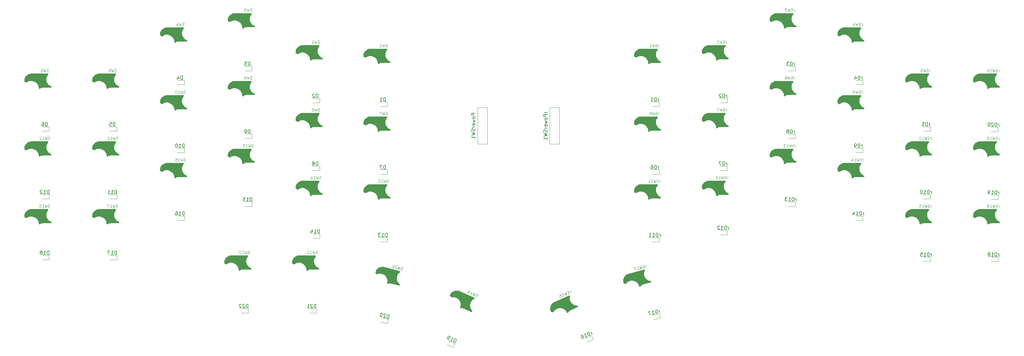
<source format=gbo>
%TF.GenerationSoftware,KiCad,Pcbnew,8.0.3*%
%TF.CreationDate,2024-12-16T00:17:53+09:00*%
%TF.ProjectId,manjaro_mx,6d616e6a-6172-46f5-9f6d-782e6b696361,rev?*%
%TF.SameCoordinates,Original*%
%TF.FileFunction,Legend,Bot*%
%TF.FilePolarity,Positive*%
%FSLAX46Y46*%
G04 Gerber Fmt 4.6, Leading zero omitted, Abs format (unit mm)*
G04 Created by KiCad (PCBNEW 8.0.3) date 2024-12-16 00:17:53*
%MOMM*%
%LPD*%
G01*
G04 APERTURE LIST*
%ADD10C,0.100000*%
%ADD11C,0.150000*%
%ADD12C,0.400000*%
%ADD13C,0.120000*%
G04 APERTURE END LIST*
D10*
X219303975Y-122279117D02*
X219165939Y-121763957D01*
X219205378Y-121911145D02*
X219148861Y-121847411D01*
X219148861Y-121847411D02*
X219102204Y-121820473D01*
X219102204Y-121820473D02*
X219018750Y-121803396D01*
X219018750Y-121803396D02*
X218945156Y-121823115D01*
X218852550Y-122360637D02*
X218752018Y-122427014D01*
X218752018Y-122427014D02*
X218568032Y-122476313D01*
X218568032Y-122476313D02*
X218484578Y-122459235D01*
X218484578Y-122459235D02*
X218437921Y-122432298D01*
X218437921Y-122432298D02*
X218381404Y-122368563D01*
X218381404Y-122368563D02*
X218361685Y-122294969D01*
X218361685Y-122294969D02*
X218378762Y-122211514D01*
X218378762Y-122211514D02*
X218405700Y-122164858D01*
X218405700Y-122164858D02*
X218469434Y-122108341D01*
X218469434Y-122108341D02*
X218606763Y-122032105D01*
X218606763Y-122032105D02*
X218670498Y-121975588D01*
X218670498Y-121975588D02*
X218697435Y-121928931D01*
X218697435Y-121928931D02*
X218714513Y-121845477D01*
X218714513Y-121845477D02*
X218694793Y-121771882D01*
X218694793Y-121771882D02*
X218638277Y-121708148D01*
X218638277Y-121708148D02*
X218591620Y-121681210D01*
X218591620Y-121681210D02*
X218508165Y-121664133D01*
X218508165Y-121664133D02*
X218324180Y-121713432D01*
X218324180Y-121713432D02*
X218223648Y-121779808D01*
X217956208Y-121812029D02*
X217979277Y-122634069D01*
X217979277Y-122634069D02*
X217684192Y-122121550D01*
X217684192Y-122121550D02*
X217684900Y-122712947D01*
X217684900Y-122712947D02*
X217293858Y-121989505D01*
X216801767Y-122949582D02*
X217243333Y-122831265D01*
X217022550Y-122890423D02*
X216815495Y-122117682D01*
X216815495Y-122117682D02*
X216918669Y-122208354D01*
X216918669Y-122208354D02*
X217011982Y-122262229D01*
X217011982Y-122262229D02*
X217095437Y-122279307D01*
X216337131Y-122245860D02*
X215821971Y-122383896D01*
X215821971Y-122383896D02*
X216360201Y-123067899D01*
D11*
X145988094Y-94604819D02*
X145988094Y-93604819D01*
X145988094Y-93604819D02*
X145749999Y-93604819D01*
X145749999Y-93604819D02*
X145607142Y-93652438D01*
X145607142Y-93652438D02*
X145511904Y-93747676D01*
X145511904Y-93747676D02*
X145464285Y-93842914D01*
X145464285Y-93842914D02*
X145416666Y-94033390D01*
X145416666Y-94033390D02*
X145416666Y-94176247D01*
X145416666Y-94176247D02*
X145464285Y-94366723D01*
X145464285Y-94366723D02*
X145511904Y-94461961D01*
X145511904Y-94461961D02*
X145607142Y-94557200D01*
X145607142Y-94557200D02*
X145749999Y-94604819D01*
X145749999Y-94604819D02*
X145988094Y-94604819D01*
X145083332Y-93604819D02*
X144416666Y-93604819D01*
X144416666Y-93604819D02*
X144845237Y-94604819D01*
X171164819Y-79000000D02*
X170164819Y-79000000D01*
X170164819Y-79000000D02*
X170164819Y-79380952D01*
X170164819Y-79380952D02*
X170212438Y-79476190D01*
X170212438Y-79476190D02*
X170260057Y-79523809D01*
X170260057Y-79523809D02*
X170355295Y-79571428D01*
X170355295Y-79571428D02*
X170498152Y-79571428D01*
X170498152Y-79571428D02*
X170593390Y-79523809D01*
X170593390Y-79523809D02*
X170641009Y-79476190D01*
X170641009Y-79476190D02*
X170688628Y-79380952D01*
X170688628Y-79380952D02*
X170688628Y-79000000D01*
X171164819Y-80142857D02*
X171117200Y-80047619D01*
X171117200Y-80047619D02*
X171069580Y-80000000D01*
X171069580Y-80000000D02*
X170974342Y-79952381D01*
X170974342Y-79952381D02*
X170688628Y-79952381D01*
X170688628Y-79952381D02*
X170593390Y-80000000D01*
X170593390Y-80000000D02*
X170545771Y-80047619D01*
X170545771Y-80047619D02*
X170498152Y-80142857D01*
X170498152Y-80142857D02*
X170498152Y-80285714D01*
X170498152Y-80285714D02*
X170545771Y-80380952D01*
X170545771Y-80380952D02*
X170593390Y-80428571D01*
X170593390Y-80428571D02*
X170688628Y-80476190D01*
X170688628Y-80476190D02*
X170974342Y-80476190D01*
X170974342Y-80476190D02*
X171069580Y-80428571D01*
X171069580Y-80428571D02*
X171117200Y-80380952D01*
X171117200Y-80380952D02*
X171164819Y-80285714D01*
X171164819Y-80285714D02*
X171164819Y-80142857D01*
X170498152Y-80809524D02*
X171164819Y-81000000D01*
X171164819Y-81000000D02*
X170688628Y-81190476D01*
X170688628Y-81190476D02*
X171164819Y-81380952D01*
X171164819Y-81380952D02*
X170498152Y-81571428D01*
X171117200Y-82333333D02*
X171164819Y-82238095D01*
X171164819Y-82238095D02*
X171164819Y-82047619D01*
X171164819Y-82047619D02*
X171117200Y-81952381D01*
X171117200Y-81952381D02*
X171021961Y-81904762D01*
X171021961Y-81904762D02*
X170641009Y-81904762D01*
X170641009Y-81904762D02*
X170545771Y-81952381D01*
X170545771Y-81952381D02*
X170498152Y-82047619D01*
X170498152Y-82047619D02*
X170498152Y-82238095D01*
X170498152Y-82238095D02*
X170545771Y-82333333D01*
X170545771Y-82333333D02*
X170641009Y-82380952D01*
X170641009Y-82380952D02*
X170736247Y-82380952D01*
X170736247Y-82380952D02*
X170831485Y-81904762D01*
X171164819Y-82809524D02*
X170498152Y-82809524D01*
X170688628Y-82809524D02*
X170593390Y-82857143D01*
X170593390Y-82857143D02*
X170545771Y-82904762D01*
X170545771Y-82904762D02*
X170498152Y-83000000D01*
X170498152Y-83000000D02*
X170498152Y-83095238D01*
X171117200Y-83380953D02*
X171164819Y-83523810D01*
X171164819Y-83523810D02*
X171164819Y-83761905D01*
X171164819Y-83761905D02*
X171117200Y-83857143D01*
X171117200Y-83857143D02*
X171069580Y-83904762D01*
X171069580Y-83904762D02*
X170974342Y-83952381D01*
X170974342Y-83952381D02*
X170879104Y-83952381D01*
X170879104Y-83952381D02*
X170783866Y-83904762D01*
X170783866Y-83904762D02*
X170736247Y-83857143D01*
X170736247Y-83857143D02*
X170688628Y-83761905D01*
X170688628Y-83761905D02*
X170641009Y-83571429D01*
X170641009Y-83571429D02*
X170593390Y-83476191D01*
X170593390Y-83476191D02*
X170545771Y-83428572D01*
X170545771Y-83428572D02*
X170450533Y-83380953D01*
X170450533Y-83380953D02*
X170355295Y-83380953D01*
X170355295Y-83380953D02*
X170260057Y-83428572D01*
X170260057Y-83428572D02*
X170212438Y-83476191D01*
X170212438Y-83476191D02*
X170164819Y-83571429D01*
X170164819Y-83571429D02*
X170164819Y-83809524D01*
X170164819Y-83809524D02*
X170212438Y-83952381D01*
X170164819Y-84285715D02*
X171164819Y-84523810D01*
X171164819Y-84523810D02*
X170450533Y-84714286D01*
X170450533Y-84714286D02*
X171164819Y-84904762D01*
X171164819Y-84904762D02*
X170164819Y-85142858D01*
X171164819Y-86047619D02*
X171164819Y-85476191D01*
X171164819Y-85761905D02*
X170164819Y-85761905D01*
X170164819Y-85761905D02*
X170307676Y-85666667D01*
X170307676Y-85666667D02*
X170402914Y-85571429D01*
X170402914Y-85571429D02*
X170450533Y-85476191D01*
D10*
X261257142Y-88464895D02*
X261257142Y-87931561D01*
X261257142Y-88083942D02*
X261219047Y-88007752D01*
X261219047Y-88007752D02*
X261180952Y-87969657D01*
X261180952Y-87969657D02*
X261104761Y-87931561D01*
X261104761Y-87931561D02*
X261028571Y-87931561D01*
X260800000Y-88426800D02*
X260685714Y-88464895D01*
X260685714Y-88464895D02*
X260495238Y-88464895D01*
X260495238Y-88464895D02*
X260419047Y-88426800D01*
X260419047Y-88426800D02*
X260380952Y-88388704D01*
X260380952Y-88388704D02*
X260342857Y-88312514D01*
X260342857Y-88312514D02*
X260342857Y-88236323D01*
X260342857Y-88236323D02*
X260380952Y-88160133D01*
X260380952Y-88160133D02*
X260419047Y-88122038D01*
X260419047Y-88122038D02*
X260495238Y-88083942D01*
X260495238Y-88083942D02*
X260647619Y-88045847D01*
X260647619Y-88045847D02*
X260723809Y-88007752D01*
X260723809Y-88007752D02*
X260761904Y-87969657D01*
X260761904Y-87969657D02*
X260800000Y-87893466D01*
X260800000Y-87893466D02*
X260800000Y-87817276D01*
X260800000Y-87817276D02*
X260761904Y-87741085D01*
X260761904Y-87741085D02*
X260723809Y-87702990D01*
X260723809Y-87702990D02*
X260647619Y-87664895D01*
X260647619Y-87664895D02*
X260457142Y-87664895D01*
X260457142Y-87664895D02*
X260342857Y-87702990D01*
X260076190Y-87664895D02*
X259885714Y-88464895D01*
X259885714Y-88464895D02*
X259733333Y-87893466D01*
X259733333Y-87893466D02*
X259580952Y-88464895D01*
X259580952Y-88464895D02*
X259390476Y-87664895D01*
X258666666Y-88464895D02*
X259123809Y-88464895D01*
X258895237Y-88464895D02*
X258895237Y-87664895D01*
X258895237Y-87664895D02*
X258971428Y-87779180D01*
X258971428Y-87779180D02*
X259047618Y-87855371D01*
X259047618Y-87855371D02*
X259123809Y-87893466D01*
X258399999Y-87664895D02*
X257904761Y-87664895D01*
X257904761Y-87664895D02*
X258171427Y-87969657D01*
X258171427Y-87969657D02*
X258057142Y-87969657D01*
X258057142Y-87969657D02*
X257980951Y-88007752D01*
X257980951Y-88007752D02*
X257942856Y-88045847D01*
X257942856Y-88045847D02*
X257904761Y-88122038D01*
X257904761Y-88122038D02*
X257904761Y-88312514D01*
X257904761Y-88312514D02*
X257942856Y-88388704D01*
X257942856Y-88388704D02*
X257980951Y-88426800D01*
X257980951Y-88426800D02*
X258057142Y-88464895D01*
X258057142Y-88464895D02*
X258285713Y-88464895D01*
X258285713Y-88464895D02*
X258361904Y-88426800D01*
X258361904Y-88426800D02*
X258399999Y-88388704D01*
D11*
X107988094Y-84604819D02*
X107988094Y-83604819D01*
X107988094Y-83604819D02*
X107749999Y-83604819D01*
X107749999Y-83604819D02*
X107607142Y-83652438D01*
X107607142Y-83652438D02*
X107511904Y-83747676D01*
X107511904Y-83747676D02*
X107464285Y-83842914D01*
X107464285Y-83842914D02*
X107416666Y-84033390D01*
X107416666Y-84033390D02*
X107416666Y-84176247D01*
X107416666Y-84176247D02*
X107464285Y-84366723D01*
X107464285Y-84366723D02*
X107511904Y-84461961D01*
X107511904Y-84461961D02*
X107607142Y-84557200D01*
X107607142Y-84557200D02*
X107749999Y-84604819D01*
X107749999Y-84604819D02*
X107988094Y-84604819D01*
X106940475Y-84604819D02*
X106749999Y-84604819D01*
X106749999Y-84604819D02*
X106654761Y-84557200D01*
X106654761Y-84557200D02*
X106607142Y-84509580D01*
X106607142Y-84509580D02*
X106511904Y-84366723D01*
X106511904Y-84366723D02*
X106464285Y-84176247D01*
X106464285Y-84176247D02*
X106464285Y-83795295D01*
X106464285Y-83795295D02*
X106511904Y-83700057D01*
X106511904Y-83700057D02*
X106559523Y-83652438D01*
X106559523Y-83652438D02*
X106654761Y-83604819D01*
X106654761Y-83604819D02*
X106845237Y-83604819D01*
X106845237Y-83604819D02*
X106940475Y-83652438D01*
X106940475Y-83652438D02*
X106988094Y-83700057D01*
X106988094Y-83700057D02*
X107035713Y-83795295D01*
X107035713Y-83795295D02*
X107035713Y-84033390D01*
X107035713Y-84033390D02*
X106988094Y-84128628D01*
X106988094Y-84128628D02*
X106940475Y-84176247D01*
X106940475Y-84176247D02*
X106845237Y-84223866D01*
X106845237Y-84223866D02*
X106654761Y-84223866D01*
X106654761Y-84223866D02*
X106559523Y-84176247D01*
X106559523Y-84176247D02*
X106511904Y-84128628D01*
X106511904Y-84128628D02*
X106464285Y-84033390D01*
D10*
X241826190Y-59364895D02*
X241826190Y-58831561D01*
X241826190Y-58983942D02*
X241788095Y-58907752D01*
X241788095Y-58907752D02*
X241750000Y-58869657D01*
X241750000Y-58869657D02*
X241673809Y-58831561D01*
X241673809Y-58831561D02*
X241597619Y-58831561D01*
X241369048Y-59326800D02*
X241254762Y-59364895D01*
X241254762Y-59364895D02*
X241064286Y-59364895D01*
X241064286Y-59364895D02*
X240988095Y-59326800D01*
X240988095Y-59326800D02*
X240950000Y-59288704D01*
X240950000Y-59288704D02*
X240911905Y-59212514D01*
X240911905Y-59212514D02*
X240911905Y-59136323D01*
X240911905Y-59136323D02*
X240950000Y-59060133D01*
X240950000Y-59060133D02*
X240988095Y-59022038D01*
X240988095Y-59022038D02*
X241064286Y-58983942D01*
X241064286Y-58983942D02*
X241216667Y-58945847D01*
X241216667Y-58945847D02*
X241292857Y-58907752D01*
X241292857Y-58907752D02*
X241330952Y-58869657D01*
X241330952Y-58869657D02*
X241369048Y-58793466D01*
X241369048Y-58793466D02*
X241369048Y-58717276D01*
X241369048Y-58717276D02*
X241330952Y-58641085D01*
X241330952Y-58641085D02*
X241292857Y-58602990D01*
X241292857Y-58602990D02*
X241216667Y-58564895D01*
X241216667Y-58564895D02*
X241026190Y-58564895D01*
X241026190Y-58564895D02*
X240911905Y-58602990D01*
X240645238Y-58564895D02*
X240454762Y-59364895D01*
X240454762Y-59364895D02*
X240302381Y-58793466D01*
X240302381Y-58793466D02*
X240150000Y-59364895D01*
X240150000Y-59364895D02*
X239959524Y-58564895D01*
X239692857Y-58641085D02*
X239654761Y-58602990D01*
X239654761Y-58602990D02*
X239578571Y-58564895D01*
X239578571Y-58564895D02*
X239388095Y-58564895D01*
X239388095Y-58564895D02*
X239311904Y-58602990D01*
X239311904Y-58602990D02*
X239273809Y-58641085D01*
X239273809Y-58641085D02*
X239235714Y-58717276D01*
X239235714Y-58717276D02*
X239235714Y-58793466D01*
X239235714Y-58793466D02*
X239273809Y-58907752D01*
X239273809Y-58907752D02*
X239730952Y-59364895D01*
X239730952Y-59364895D02*
X239235714Y-59364895D01*
X298976190Y-67364895D02*
X298976190Y-66831561D01*
X298976190Y-66983942D02*
X298938095Y-66907752D01*
X298938095Y-66907752D02*
X298900000Y-66869657D01*
X298900000Y-66869657D02*
X298823809Y-66831561D01*
X298823809Y-66831561D02*
X298747619Y-66831561D01*
X298519048Y-67326800D02*
X298404762Y-67364895D01*
X298404762Y-67364895D02*
X298214286Y-67364895D01*
X298214286Y-67364895D02*
X298138095Y-67326800D01*
X298138095Y-67326800D02*
X298100000Y-67288704D01*
X298100000Y-67288704D02*
X298061905Y-67212514D01*
X298061905Y-67212514D02*
X298061905Y-67136323D01*
X298061905Y-67136323D02*
X298100000Y-67060133D01*
X298100000Y-67060133D02*
X298138095Y-67022038D01*
X298138095Y-67022038D02*
X298214286Y-66983942D01*
X298214286Y-66983942D02*
X298366667Y-66945847D01*
X298366667Y-66945847D02*
X298442857Y-66907752D01*
X298442857Y-66907752D02*
X298480952Y-66869657D01*
X298480952Y-66869657D02*
X298519048Y-66793466D01*
X298519048Y-66793466D02*
X298519048Y-66717276D01*
X298519048Y-66717276D02*
X298480952Y-66641085D01*
X298480952Y-66641085D02*
X298442857Y-66602990D01*
X298442857Y-66602990D02*
X298366667Y-66564895D01*
X298366667Y-66564895D02*
X298176190Y-66564895D01*
X298176190Y-66564895D02*
X298061905Y-66602990D01*
X297795238Y-66564895D02*
X297604762Y-67364895D01*
X297604762Y-67364895D02*
X297452381Y-66793466D01*
X297452381Y-66793466D02*
X297300000Y-67364895D01*
X297300000Y-67364895D02*
X297109524Y-66564895D01*
X296423809Y-66564895D02*
X296804761Y-66564895D01*
X296804761Y-66564895D02*
X296842857Y-66945847D01*
X296842857Y-66945847D02*
X296804761Y-66907752D01*
X296804761Y-66907752D02*
X296728571Y-66869657D01*
X296728571Y-66869657D02*
X296538095Y-66869657D01*
X296538095Y-66869657D02*
X296461904Y-66907752D01*
X296461904Y-66907752D02*
X296423809Y-66945847D01*
X296423809Y-66945847D02*
X296385714Y-67022038D01*
X296385714Y-67022038D02*
X296385714Y-67212514D01*
X296385714Y-67212514D02*
X296423809Y-67288704D01*
X296423809Y-67288704D02*
X296461904Y-67326800D01*
X296461904Y-67326800D02*
X296538095Y-67364895D01*
X296538095Y-67364895D02*
X296728571Y-67364895D01*
X296728571Y-67364895D02*
X296804761Y-67326800D01*
X296804761Y-67326800D02*
X296842857Y-67288704D01*
D11*
X89464285Y-107604819D02*
X89464285Y-106604819D01*
X89464285Y-106604819D02*
X89226190Y-106604819D01*
X89226190Y-106604819D02*
X89083333Y-106652438D01*
X89083333Y-106652438D02*
X88988095Y-106747676D01*
X88988095Y-106747676D02*
X88940476Y-106842914D01*
X88940476Y-106842914D02*
X88892857Y-107033390D01*
X88892857Y-107033390D02*
X88892857Y-107176247D01*
X88892857Y-107176247D02*
X88940476Y-107366723D01*
X88940476Y-107366723D02*
X88988095Y-107461961D01*
X88988095Y-107461961D02*
X89083333Y-107557200D01*
X89083333Y-107557200D02*
X89226190Y-107604819D01*
X89226190Y-107604819D02*
X89464285Y-107604819D01*
X87940476Y-107604819D02*
X88511904Y-107604819D01*
X88226190Y-107604819D02*
X88226190Y-106604819D01*
X88226190Y-106604819D02*
X88321428Y-106747676D01*
X88321428Y-106747676D02*
X88416666Y-106842914D01*
X88416666Y-106842914D02*
X88511904Y-106890533D01*
X87083333Y-106604819D02*
X87273809Y-106604819D01*
X87273809Y-106604819D02*
X87369047Y-106652438D01*
X87369047Y-106652438D02*
X87416666Y-106700057D01*
X87416666Y-106700057D02*
X87511904Y-106842914D01*
X87511904Y-106842914D02*
X87559523Y-107033390D01*
X87559523Y-107033390D02*
X87559523Y-107414342D01*
X87559523Y-107414342D02*
X87511904Y-107509580D01*
X87511904Y-107509580D02*
X87464285Y-107557200D01*
X87464285Y-107557200D02*
X87369047Y-107604819D01*
X87369047Y-107604819D02*
X87178571Y-107604819D01*
X87178571Y-107604819D02*
X87083333Y-107557200D01*
X87083333Y-107557200D02*
X87035714Y-107509580D01*
X87035714Y-107509580D02*
X86988095Y-107414342D01*
X86988095Y-107414342D02*
X86988095Y-107176247D01*
X86988095Y-107176247D02*
X87035714Y-107081009D01*
X87035714Y-107081009D02*
X87083333Y-107033390D01*
X87083333Y-107033390D02*
X87178571Y-106985771D01*
X87178571Y-106985771D02*
X87369047Y-106985771D01*
X87369047Y-106985771D02*
X87464285Y-107033390D01*
X87464285Y-107033390D02*
X87511904Y-107081009D01*
X87511904Y-107081009D02*
X87559523Y-107176247D01*
D10*
X280307142Y-92464895D02*
X280307142Y-91931561D01*
X280307142Y-92083942D02*
X280269047Y-92007752D01*
X280269047Y-92007752D02*
X280230952Y-91969657D01*
X280230952Y-91969657D02*
X280154761Y-91931561D01*
X280154761Y-91931561D02*
X280078571Y-91931561D01*
X279850000Y-92426800D02*
X279735714Y-92464895D01*
X279735714Y-92464895D02*
X279545238Y-92464895D01*
X279545238Y-92464895D02*
X279469047Y-92426800D01*
X279469047Y-92426800D02*
X279430952Y-92388704D01*
X279430952Y-92388704D02*
X279392857Y-92312514D01*
X279392857Y-92312514D02*
X279392857Y-92236323D01*
X279392857Y-92236323D02*
X279430952Y-92160133D01*
X279430952Y-92160133D02*
X279469047Y-92122038D01*
X279469047Y-92122038D02*
X279545238Y-92083942D01*
X279545238Y-92083942D02*
X279697619Y-92045847D01*
X279697619Y-92045847D02*
X279773809Y-92007752D01*
X279773809Y-92007752D02*
X279811904Y-91969657D01*
X279811904Y-91969657D02*
X279850000Y-91893466D01*
X279850000Y-91893466D02*
X279850000Y-91817276D01*
X279850000Y-91817276D02*
X279811904Y-91741085D01*
X279811904Y-91741085D02*
X279773809Y-91702990D01*
X279773809Y-91702990D02*
X279697619Y-91664895D01*
X279697619Y-91664895D02*
X279507142Y-91664895D01*
X279507142Y-91664895D02*
X279392857Y-91702990D01*
X279126190Y-91664895D02*
X278935714Y-92464895D01*
X278935714Y-92464895D02*
X278783333Y-91893466D01*
X278783333Y-91893466D02*
X278630952Y-92464895D01*
X278630952Y-92464895D02*
X278440476Y-91664895D01*
X277716666Y-92464895D02*
X278173809Y-92464895D01*
X277945237Y-92464895D02*
X277945237Y-91664895D01*
X277945237Y-91664895D02*
X278021428Y-91779180D01*
X278021428Y-91779180D02*
X278097618Y-91855371D01*
X278097618Y-91855371D02*
X278173809Y-91893466D01*
X277030951Y-91931561D02*
X277030951Y-92464895D01*
X277221427Y-91626800D02*
X277411904Y-92198228D01*
X277411904Y-92198228D02*
X276916665Y-92198228D01*
D11*
X222697618Y-75554819D02*
X222697618Y-74888152D01*
X222697618Y-75078628D02*
X222649999Y-74983390D01*
X222649999Y-74983390D02*
X222602380Y-74935771D01*
X222602380Y-74935771D02*
X222507142Y-74888152D01*
X222507142Y-74888152D02*
X222411904Y-74888152D01*
X222078570Y-75554819D02*
X222078570Y-74554819D01*
X222078570Y-74554819D02*
X221840475Y-74554819D01*
X221840475Y-74554819D02*
X221697618Y-74602438D01*
X221697618Y-74602438D02*
X221602380Y-74697676D01*
X221602380Y-74697676D02*
X221554761Y-74792914D01*
X221554761Y-74792914D02*
X221507142Y-74983390D01*
X221507142Y-74983390D02*
X221507142Y-75126247D01*
X221507142Y-75126247D02*
X221554761Y-75316723D01*
X221554761Y-75316723D02*
X221602380Y-75411961D01*
X221602380Y-75411961D02*
X221697618Y-75507200D01*
X221697618Y-75507200D02*
X221840475Y-75554819D01*
X221840475Y-75554819D02*
X222078570Y-75554819D01*
X220554761Y-75554819D02*
X221126189Y-75554819D01*
X220840475Y-75554819D02*
X220840475Y-74554819D01*
X220840475Y-74554819D02*
X220935713Y-74697676D01*
X220935713Y-74697676D02*
X221030951Y-74792914D01*
X221030951Y-74792914D02*
X221126189Y-74840533D01*
D10*
X299357142Y-105464895D02*
X299357142Y-104931561D01*
X299357142Y-105083942D02*
X299319047Y-105007752D01*
X299319047Y-105007752D02*
X299280952Y-104969657D01*
X299280952Y-104969657D02*
X299204761Y-104931561D01*
X299204761Y-104931561D02*
X299128571Y-104931561D01*
X298900000Y-105426800D02*
X298785714Y-105464895D01*
X298785714Y-105464895D02*
X298595238Y-105464895D01*
X298595238Y-105464895D02*
X298519047Y-105426800D01*
X298519047Y-105426800D02*
X298480952Y-105388704D01*
X298480952Y-105388704D02*
X298442857Y-105312514D01*
X298442857Y-105312514D02*
X298442857Y-105236323D01*
X298442857Y-105236323D02*
X298480952Y-105160133D01*
X298480952Y-105160133D02*
X298519047Y-105122038D01*
X298519047Y-105122038D02*
X298595238Y-105083942D01*
X298595238Y-105083942D02*
X298747619Y-105045847D01*
X298747619Y-105045847D02*
X298823809Y-105007752D01*
X298823809Y-105007752D02*
X298861904Y-104969657D01*
X298861904Y-104969657D02*
X298900000Y-104893466D01*
X298900000Y-104893466D02*
X298900000Y-104817276D01*
X298900000Y-104817276D02*
X298861904Y-104741085D01*
X298861904Y-104741085D02*
X298823809Y-104702990D01*
X298823809Y-104702990D02*
X298747619Y-104664895D01*
X298747619Y-104664895D02*
X298557142Y-104664895D01*
X298557142Y-104664895D02*
X298442857Y-104702990D01*
X298176190Y-104664895D02*
X297985714Y-105464895D01*
X297985714Y-105464895D02*
X297833333Y-104893466D01*
X297833333Y-104893466D02*
X297680952Y-105464895D01*
X297680952Y-105464895D02*
X297490476Y-104664895D01*
X296766666Y-105464895D02*
X297223809Y-105464895D01*
X296995237Y-105464895D02*
X296995237Y-104664895D01*
X296995237Y-104664895D02*
X297071428Y-104779180D01*
X297071428Y-104779180D02*
X297147618Y-104855371D01*
X297147618Y-104855371D02*
X297223809Y-104893466D01*
X296042856Y-104664895D02*
X296423808Y-104664895D01*
X296423808Y-104664895D02*
X296461904Y-105045847D01*
X296461904Y-105045847D02*
X296423808Y-105007752D01*
X296423808Y-105007752D02*
X296347618Y-104969657D01*
X296347618Y-104969657D02*
X296157142Y-104969657D01*
X296157142Y-104969657D02*
X296080951Y-105007752D01*
X296080951Y-105007752D02*
X296042856Y-105045847D01*
X296042856Y-105045847D02*
X296004761Y-105122038D01*
X296004761Y-105122038D02*
X296004761Y-105312514D01*
X296004761Y-105312514D02*
X296042856Y-105388704D01*
X296042856Y-105388704D02*
X296080951Y-105426800D01*
X296080951Y-105426800D02*
X296157142Y-105464895D01*
X296157142Y-105464895D02*
X296347618Y-105464895D01*
X296347618Y-105464895D02*
X296423808Y-105426800D01*
X296423808Y-105426800D02*
X296461904Y-105388704D01*
D11*
X260897618Y-65554819D02*
X260897618Y-64888152D01*
X260897618Y-65078628D02*
X260849999Y-64983390D01*
X260849999Y-64983390D02*
X260802380Y-64935771D01*
X260802380Y-64935771D02*
X260707142Y-64888152D01*
X260707142Y-64888152D02*
X260611904Y-64888152D01*
X260278570Y-65554819D02*
X260278570Y-64554819D01*
X260278570Y-64554819D02*
X260040475Y-64554819D01*
X260040475Y-64554819D02*
X259897618Y-64602438D01*
X259897618Y-64602438D02*
X259802380Y-64697676D01*
X259802380Y-64697676D02*
X259754761Y-64792914D01*
X259754761Y-64792914D02*
X259707142Y-64983390D01*
X259707142Y-64983390D02*
X259707142Y-65126247D01*
X259707142Y-65126247D02*
X259754761Y-65316723D01*
X259754761Y-65316723D02*
X259802380Y-65411961D01*
X259802380Y-65411961D02*
X259897618Y-65507200D01*
X259897618Y-65507200D02*
X260040475Y-65554819D01*
X260040475Y-65554819D02*
X260278570Y-65554819D01*
X259373808Y-64554819D02*
X258754761Y-64554819D01*
X258754761Y-64554819D02*
X259088094Y-64935771D01*
X259088094Y-64935771D02*
X258945237Y-64935771D01*
X258945237Y-64935771D02*
X258849999Y-64983390D01*
X258849999Y-64983390D02*
X258802380Y-65031009D01*
X258802380Y-65031009D02*
X258754761Y-65126247D01*
X258754761Y-65126247D02*
X258754761Y-65364342D01*
X258754761Y-65364342D02*
X258802380Y-65459580D01*
X258802380Y-65459580D02*
X258849999Y-65507200D01*
X258849999Y-65507200D02*
X258945237Y-65554819D01*
X258945237Y-65554819D02*
X259230951Y-65554819D01*
X259230951Y-65554819D02*
X259326189Y-65507200D01*
X259326189Y-65507200D02*
X259373808Y-65459580D01*
X299373809Y-119154819D02*
X299373809Y-118488152D01*
X299373809Y-118678628D02*
X299326190Y-118583390D01*
X299326190Y-118583390D02*
X299278571Y-118535771D01*
X299278571Y-118535771D02*
X299183333Y-118488152D01*
X299183333Y-118488152D02*
X299088095Y-118488152D01*
X298754761Y-119154819D02*
X298754761Y-118154819D01*
X298754761Y-118154819D02*
X298516666Y-118154819D01*
X298516666Y-118154819D02*
X298373809Y-118202438D01*
X298373809Y-118202438D02*
X298278571Y-118297676D01*
X298278571Y-118297676D02*
X298230952Y-118392914D01*
X298230952Y-118392914D02*
X298183333Y-118583390D01*
X298183333Y-118583390D02*
X298183333Y-118726247D01*
X298183333Y-118726247D02*
X298230952Y-118916723D01*
X298230952Y-118916723D02*
X298278571Y-119011961D01*
X298278571Y-119011961D02*
X298373809Y-119107200D01*
X298373809Y-119107200D02*
X298516666Y-119154819D01*
X298516666Y-119154819D02*
X298754761Y-119154819D01*
X297230952Y-119154819D02*
X297802380Y-119154819D01*
X297516666Y-119154819D02*
X297516666Y-118154819D01*
X297516666Y-118154819D02*
X297611904Y-118297676D01*
X297611904Y-118297676D02*
X297707142Y-118392914D01*
X297707142Y-118392914D02*
X297802380Y-118440533D01*
X296326190Y-118154819D02*
X296802380Y-118154819D01*
X296802380Y-118154819D02*
X296849999Y-118631009D01*
X296849999Y-118631009D02*
X296802380Y-118583390D01*
X296802380Y-118583390D02*
X296707142Y-118535771D01*
X296707142Y-118535771D02*
X296469047Y-118535771D01*
X296469047Y-118535771D02*
X296373809Y-118583390D01*
X296373809Y-118583390D02*
X296326190Y-118631009D01*
X296326190Y-118631009D02*
X296278571Y-118726247D01*
X296278571Y-118726247D02*
X296278571Y-118964342D01*
X296278571Y-118964342D02*
X296326190Y-119059580D01*
X296326190Y-119059580D02*
X296373809Y-119107200D01*
X296373809Y-119107200D02*
X296469047Y-119154819D01*
X296469047Y-119154819D02*
X296707142Y-119154819D01*
X296707142Y-119154819D02*
X296802380Y-119107200D01*
X296802380Y-119107200D02*
X296849999Y-119059580D01*
X261373809Y-103654819D02*
X261373809Y-102988152D01*
X261373809Y-103178628D02*
X261326190Y-103083390D01*
X261326190Y-103083390D02*
X261278571Y-103035771D01*
X261278571Y-103035771D02*
X261183333Y-102988152D01*
X261183333Y-102988152D02*
X261088095Y-102988152D01*
X260754761Y-103654819D02*
X260754761Y-102654819D01*
X260754761Y-102654819D02*
X260516666Y-102654819D01*
X260516666Y-102654819D02*
X260373809Y-102702438D01*
X260373809Y-102702438D02*
X260278571Y-102797676D01*
X260278571Y-102797676D02*
X260230952Y-102892914D01*
X260230952Y-102892914D02*
X260183333Y-103083390D01*
X260183333Y-103083390D02*
X260183333Y-103226247D01*
X260183333Y-103226247D02*
X260230952Y-103416723D01*
X260230952Y-103416723D02*
X260278571Y-103511961D01*
X260278571Y-103511961D02*
X260373809Y-103607200D01*
X260373809Y-103607200D02*
X260516666Y-103654819D01*
X260516666Y-103654819D02*
X260754761Y-103654819D01*
X259230952Y-103654819D02*
X259802380Y-103654819D01*
X259516666Y-103654819D02*
X259516666Y-102654819D01*
X259516666Y-102654819D02*
X259611904Y-102797676D01*
X259611904Y-102797676D02*
X259707142Y-102892914D01*
X259707142Y-102892914D02*
X259802380Y-102940533D01*
X258897618Y-102654819D02*
X258278571Y-102654819D01*
X258278571Y-102654819D02*
X258611904Y-103035771D01*
X258611904Y-103035771D02*
X258469047Y-103035771D01*
X258469047Y-103035771D02*
X258373809Y-103083390D01*
X258373809Y-103083390D02*
X258326190Y-103131009D01*
X258326190Y-103131009D02*
X258278571Y-103226247D01*
X258278571Y-103226247D02*
X258278571Y-103464342D01*
X258278571Y-103464342D02*
X258326190Y-103559580D01*
X258326190Y-103559580D02*
X258373809Y-103607200D01*
X258373809Y-103607200D02*
X258469047Y-103654819D01*
X258469047Y-103654819D02*
X258754761Y-103654819D01*
X258754761Y-103654819D02*
X258849999Y-103607200D01*
X258849999Y-103607200D02*
X258897618Y-103559580D01*
D10*
X260876190Y-69414895D02*
X260876190Y-68881561D01*
X260876190Y-69033942D02*
X260838095Y-68957752D01*
X260838095Y-68957752D02*
X260800000Y-68919657D01*
X260800000Y-68919657D02*
X260723809Y-68881561D01*
X260723809Y-68881561D02*
X260647619Y-68881561D01*
X260419048Y-69376800D02*
X260304762Y-69414895D01*
X260304762Y-69414895D02*
X260114286Y-69414895D01*
X260114286Y-69414895D02*
X260038095Y-69376800D01*
X260038095Y-69376800D02*
X260000000Y-69338704D01*
X260000000Y-69338704D02*
X259961905Y-69262514D01*
X259961905Y-69262514D02*
X259961905Y-69186323D01*
X259961905Y-69186323D02*
X260000000Y-69110133D01*
X260000000Y-69110133D02*
X260038095Y-69072038D01*
X260038095Y-69072038D02*
X260114286Y-69033942D01*
X260114286Y-69033942D02*
X260266667Y-68995847D01*
X260266667Y-68995847D02*
X260342857Y-68957752D01*
X260342857Y-68957752D02*
X260380952Y-68919657D01*
X260380952Y-68919657D02*
X260419048Y-68843466D01*
X260419048Y-68843466D02*
X260419048Y-68767276D01*
X260419048Y-68767276D02*
X260380952Y-68691085D01*
X260380952Y-68691085D02*
X260342857Y-68652990D01*
X260342857Y-68652990D02*
X260266667Y-68614895D01*
X260266667Y-68614895D02*
X260076190Y-68614895D01*
X260076190Y-68614895D02*
X259961905Y-68652990D01*
X259695238Y-68614895D02*
X259504762Y-69414895D01*
X259504762Y-69414895D02*
X259352381Y-68843466D01*
X259352381Y-68843466D02*
X259200000Y-69414895D01*
X259200000Y-69414895D02*
X259009524Y-68614895D01*
X258590476Y-68957752D02*
X258666666Y-68919657D01*
X258666666Y-68919657D02*
X258704761Y-68881561D01*
X258704761Y-68881561D02*
X258742857Y-68805371D01*
X258742857Y-68805371D02*
X258742857Y-68767276D01*
X258742857Y-68767276D02*
X258704761Y-68691085D01*
X258704761Y-68691085D02*
X258666666Y-68652990D01*
X258666666Y-68652990D02*
X258590476Y-68614895D01*
X258590476Y-68614895D02*
X258438095Y-68614895D01*
X258438095Y-68614895D02*
X258361904Y-68652990D01*
X258361904Y-68652990D02*
X258323809Y-68691085D01*
X258323809Y-68691085D02*
X258285714Y-68767276D01*
X258285714Y-68767276D02*
X258285714Y-68805371D01*
X258285714Y-68805371D02*
X258323809Y-68881561D01*
X258323809Y-68881561D02*
X258361904Y-68919657D01*
X258361904Y-68919657D02*
X258438095Y-68957752D01*
X258438095Y-68957752D02*
X258590476Y-68957752D01*
X258590476Y-68957752D02*
X258666666Y-68995847D01*
X258666666Y-68995847D02*
X258704761Y-69033942D01*
X258704761Y-69033942D02*
X258742857Y-69110133D01*
X258742857Y-69110133D02*
X258742857Y-69262514D01*
X258742857Y-69262514D02*
X258704761Y-69338704D01*
X258704761Y-69338704D02*
X258666666Y-69376800D01*
X258666666Y-69376800D02*
X258590476Y-69414895D01*
X258590476Y-69414895D02*
X258438095Y-69414895D01*
X258438095Y-69414895D02*
X258361904Y-69376800D01*
X258361904Y-69376800D02*
X258323809Y-69338704D01*
X258323809Y-69338704D02*
X258285714Y-69262514D01*
X258285714Y-69262514D02*
X258285714Y-69110133D01*
X258285714Y-69110133D02*
X258323809Y-69033942D01*
X258323809Y-69033942D02*
X258361904Y-68995847D01*
X258361904Y-68995847D02*
X258438095Y-68957752D01*
D11*
X108464285Y-103654819D02*
X108464285Y-102654819D01*
X108464285Y-102654819D02*
X108226190Y-102654819D01*
X108226190Y-102654819D02*
X108083333Y-102702438D01*
X108083333Y-102702438D02*
X107988095Y-102797676D01*
X107988095Y-102797676D02*
X107940476Y-102892914D01*
X107940476Y-102892914D02*
X107892857Y-103083390D01*
X107892857Y-103083390D02*
X107892857Y-103226247D01*
X107892857Y-103226247D02*
X107940476Y-103416723D01*
X107940476Y-103416723D02*
X107988095Y-103511961D01*
X107988095Y-103511961D02*
X108083333Y-103607200D01*
X108083333Y-103607200D02*
X108226190Y-103654819D01*
X108226190Y-103654819D02*
X108464285Y-103654819D01*
X106940476Y-103654819D02*
X107511904Y-103654819D01*
X107226190Y-103654819D02*
X107226190Y-102654819D01*
X107226190Y-102654819D02*
X107321428Y-102797676D01*
X107321428Y-102797676D02*
X107416666Y-102892914D01*
X107416666Y-102892914D02*
X107511904Y-102940533D01*
X106035714Y-102654819D02*
X106511904Y-102654819D01*
X106511904Y-102654819D02*
X106559523Y-103131009D01*
X106559523Y-103131009D02*
X106511904Y-103083390D01*
X106511904Y-103083390D02*
X106416666Y-103035771D01*
X106416666Y-103035771D02*
X106178571Y-103035771D01*
X106178571Y-103035771D02*
X106083333Y-103083390D01*
X106083333Y-103083390D02*
X106035714Y-103131009D01*
X106035714Y-103131009D02*
X105988095Y-103226247D01*
X105988095Y-103226247D02*
X105988095Y-103464342D01*
X105988095Y-103464342D02*
X106035714Y-103559580D01*
X106035714Y-103559580D02*
X106083333Y-103607200D01*
X106083333Y-103607200D02*
X106178571Y-103654819D01*
X106178571Y-103654819D02*
X106416666Y-103654819D01*
X106416666Y-103654819D02*
X106511904Y-103607200D01*
X106511904Y-103607200D02*
X106559523Y-103559580D01*
D10*
X108847619Y-88426800D02*
X108733333Y-88464895D01*
X108733333Y-88464895D02*
X108542857Y-88464895D01*
X108542857Y-88464895D02*
X108466666Y-88426800D01*
X108466666Y-88426800D02*
X108428571Y-88388704D01*
X108428571Y-88388704D02*
X108390476Y-88312514D01*
X108390476Y-88312514D02*
X108390476Y-88236323D01*
X108390476Y-88236323D02*
X108428571Y-88160133D01*
X108428571Y-88160133D02*
X108466666Y-88122038D01*
X108466666Y-88122038D02*
X108542857Y-88083942D01*
X108542857Y-88083942D02*
X108695238Y-88045847D01*
X108695238Y-88045847D02*
X108771428Y-88007752D01*
X108771428Y-88007752D02*
X108809523Y-87969657D01*
X108809523Y-87969657D02*
X108847619Y-87893466D01*
X108847619Y-87893466D02*
X108847619Y-87817276D01*
X108847619Y-87817276D02*
X108809523Y-87741085D01*
X108809523Y-87741085D02*
X108771428Y-87702990D01*
X108771428Y-87702990D02*
X108695238Y-87664895D01*
X108695238Y-87664895D02*
X108504761Y-87664895D01*
X108504761Y-87664895D02*
X108390476Y-87702990D01*
X108123809Y-87664895D02*
X107933333Y-88464895D01*
X107933333Y-88464895D02*
X107780952Y-87893466D01*
X107780952Y-87893466D02*
X107628571Y-88464895D01*
X107628571Y-88464895D02*
X107438095Y-87664895D01*
X106714285Y-88464895D02*
X107171428Y-88464895D01*
X106942856Y-88464895D02*
X106942856Y-87664895D01*
X106942856Y-87664895D02*
X107019047Y-87779180D01*
X107019047Y-87779180D02*
X107095237Y-87855371D01*
X107095237Y-87855371D02*
X107171428Y-87893466D01*
X105990475Y-87664895D02*
X106371427Y-87664895D01*
X106371427Y-87664895D02*
X106409523Y-88045847D01*
X106409523Y-88045847D02*
X106371427Y-88007752D01*
X106371427Y-88007752D02*
X106295237Y-87969657D01*
X106295237Y-87969657D02*
X106104761Y-87969657D01*
X106104761Y-87969657D02*
X106028570Y-88007752D01*
X106028570Y-88007752D02*
X105990475Y-88045847D01*
X105990475Y-88045847D02*
X105952380Y-88122038D01*
X105952380Y-88122038D02*
X105952380Y-88312514D01*
X105952380Y-88312514D02*
X105990475Y-88388704D01*
X105990475Y-88388704D02*
X106028570Y-88426800D01*
X106028570Y-88426800D02*
X106104761Y-88464895D01*
X106104761Y-88464895D02*
X106295237Y-88464895D01*
X106295237Y-88464895D02*
X106371427Y-88426800D01*
X106371427Y-88426800D02*
X106409523Y-88388704D01*
X89797619Y-73376800D02*
X89683333Y-73414895D01*
X89683333Y-73414895D02*
X89492857Y-73414895D01*
X89492857Y-73414895D02*
X89416666Y-73376800D01*
X89416666Y-73376800D02*
X89378571Y-73338704D01*
X89378571Y-73338704D02*
X89340476Y-73262514D01*
X89340476Y-73262514D02*
X89340476Y-73186323D01*
X89340476Y-73186323D02*
X89378571Y-73110133D01*
X89378571Y-73110133D02*
X89416666Y-73072038D01*
X89416666Y-73072038D02*
X89492857Y-73033942D01*
X89492857Y-73033942D02*
X89645238Y-72995847D01*
X89645238Y-72995847D02*
X89721428Y-72957752D01*
X89721428Y-72957752D02*
X89759523Y-72919657D01*
X89759523Y-72919657D02*
X89797619Y-72843466D01*
X89797619Y-72843466D02*
X89797619Y-72767276D01*
X89797619Y-72767276D02*
X89759523Y-72691085D01*
X89759523Y-72691085D02*
X89721428Y-72652990D01*
X89721428Y-72652990D02*
X89645238Y-72614895D01*
X89645238Y-72614895D02*
X89454761Y-72614895D01*
X89454761Y-72614895D02*
X89340476Y-72652990D01*
X89073809Y-72614895D02*
X88883333Y-73414895D01*
X88883333Y-73414895D02*
X88730952Y-72843466D01*
X88730952Y-72843466D02*
X88578571Y-73414895D01*
X88578571Y-73414895D02*
X88388095Y-72614895D01*
X87664285Y-73414895D02*
X88121428Y-73414895D01*
X87892856Y-73414895D02*
X87892856Y-72614895D01*
X87892856Y-72614895D02*
X87969047Y-72729180D01*
X87969047Y-72729180D02*
X88045237Y-72805371D01*
X88045237Y-72805371D02*
X88121428Y-72843466D01*
X87169046Y-72614895D02*
X87092856Y-72614895D01*
X87092856Y-72614895D02*
X87016665Y-72652990D01*
X87016665Y-72652990D02*
X86978570Y-72691085D01*
X86978570Y-72691085D02*
X86940475Y-72767276D01*
X86940475Y-72767276D02*
X86902380Y-72919657D01*
X86902380Y-72919657D02*
X86902380Y-73110133D01*
X86902380Y-73110133D02*
X86940475Y-73262514D01*
X86940475Y-73262514D02*
X86978570Y-73338704D01*
X86978570Y-73338704D02*
X87016665Y-73376800D01*
X87016665Y-73376800D02*
X87092856Y-73414895D01*
X87092856Y-73414895D02*
X87169046Y-73414895D01*
X87169046Y-73414895D02*
X87245237Y-73376800D01*
X87245237Y-73376800D02*
X87283332Y-73338704D01*
X87283332Y-73338704D02*
X87321427Y-73262514D01*
X87321427Y-73262514D02*
X87359523Y-73110133D01*
X87359523Y-73110133D02*
X87359523Y-72919657D01*
X87359523Y-72919657D02*
X87321427Y-72767276D01*
X87321427Y-72767276D02*
X87283332Y-72691085D01*
X87283332Y-72691085D02*
X87245237Y-72652990D01*
X87245237Y-72652990D02*
X87169046Y-72614895D01*
X126897619Y-118426800D02*
X126783333Y-118464895D01*
X126783333Y-118464895D02*
X126592857Y-118464895D01*
X126592857Y-118464895D02*
X126516666Y-118426800D01*
X126516666Y-118426800D02*
X126478571Y-118388704D01*
X126478571Y-118388704D02*
X126440476Y-118312514D01*
X126440476Y-118312514D02*
X126440476Y-118236323D01*
X126440476Y-118236323D02*
X126478571Y-118160133D01*
X126478571Y-118160133D02*
X126516666Y-118122038D01*
X126516666Y-118122038D02*
X126592857Y-118083942D01*
X126592857Y-118083942D02*
X126745238Y-118045847D01*
X126745238Y-118045847D02*
X126821428Y-118007752D01*
X126821428Y-118007752D02*
X126859523Y-117969657D01*
X126859523Y-117969657D02*
X126897619Y-117893466D01*
X126897619Y-117893466D02*
X126897619Y-117817276D01*
X126897619Y-117817276D02*
X126859523Y-117741085D01*
X126859523Y-117741085D02*
X126821428Y-117702990D01*
X126821428Y-117702990D02*
X126745238Y-117664895D01*
X126745238Y-117664895D02*
X126554761Y-117664895D01*
X126554761Y-117664895D02*
X126440476Y-117702990D01*
X126173809Y-117664895D02*
X125983333Y-118464895D01*
X125983333Y-118464895D02*
X125830952Y-117893466D01*
X125830952Y-117893466D02*
X125678571Y-118464895D01*
X125678571Y-118464895D02*
X125488095Y-117664895D01*
X125221428Y-117741085D02*
X125183332Y-117702990D01*
X125183332Y-117702990D02*
X125107142Y-117664895D01*
X125107142Y-117664895D02*
X124916666Y-117664895D01*
X124916666Y-117664895D02*
X124840475Y-117702990D01*
X124840475Y-117702990D02*
X124802380Y-117741085D01*
X124802380Y-117741085D02*
X124764285Y-117817276D01*
X124764285Y-117817276D02*
X124764285Y-117893466D01*
X124764285Y-117893466D02*
X124802380Y-118007752D01*
X124802380Y-118007752D02*
X125259523Y-118464895D01*
X125259523Y-118464895D02*
X124764285Y-118464895D01*
X124002380Y-118464895D02*
X124459523Y-118464895D01*
X124230951Y-118464895D02*
X124230951Y-117664895D01*
X124230951Y-117664895D02*
X124307142Y-117779180D01*
X124307142Y-117779180D02*
X124383332Y-117855371D01*
X124383332Y-117855371D02*
X124459523Y-117893466D01*
D11*
X204051216Y-141110298D02*
X203781334Y-140500701D01*
X203858443Y-140674871D02*
X203776346Y-140607063D01*
X203776346Y-140607063D02*
X203713526Y-140582798D01*
X203713526Y-140582798D02*
X203607164Y-140577810D01*
X203607164Y-140577810D02*
X203520079Y-140616364D01*
X203485161Y-141360902D02*
X203080339Y-140446507D01*
X203080339Y-140446507D02*
X202862626Y-140542893D01*
X202862626Y-140542893D02*
X202751275Y-140644267D01*
X202751275Y-140644267D02*
X202702744Y-140769907D01*
X202702744Y-140769907D02*
X202697756Y-140876270D01*
X202697756Y-140876270D02*
X202731323Y-141069718D01*
X202731323Y-141069718D02*
X202789154Y-141200345D01*
X202789154Y-141200345D02*
X202909806Y-141355239D01*
X202909806Y-141355239D02*
X202991903Y-141423047D01*
X202991903Y-141423047D02*
X203117543Y-141471577D01*
X203117543Y-141471577D02*
X203267448Y-141457288D01*
X203267448Y-141457288D02*
X203485161Y-141360902D01*
X202091797Y-141977774D02*
X202614309Y-141746447D01*
X202353053Y-141862111D02*
X201948230Y-140947715D01*
X201948230Y-140947715D02*
X202093147Y-141039789D01*
X202093147Y-141039789D02*
X202218787Y-141088320D01*
X202218787Y-141088320D02*
X202325150Y-141093308D01*
X200903207Y-141410370D02*
X201077378Y-141333261D01*
X201077378Y-141333261D02*
X201183740Y-141338249D01*
X201183740Y-141338249D02*
X201246560Y-141362514D01*
X201246560Y-141362514D02*
X201391477Y-141454588D01*
X201391477Y-141454588D02*
X201512129Y-141609481D01*
X201512129Y-141609481D02*
X201666347Y-141957822D01*
X201666347Y-141957822D02*
X201661359Y-142064184D01*
X201661359Y-142064184D02*
X201637093Y-142127004D01*
X201637093Y-142127004D02*
X201569285Y-142209101D01*
X201569285Y-142209101D02*
X201395115Y-142286210D01*
X201395115Y-142286210D02*
X201288752Y-142281222D01*
X201288752Y-142281222D02*
X201225932Y-142256957D01*
X201225932Y-142256957D02*
X201143835Y-142189149D01*
X201143835Y-142189149D02*
X201047449Y-141971436D01*
X201047449Y-141971436D02*
X201052437Y-141865073D01*
X201052437Y-141865073D02*
X201076703Y-141802253D01*
X201076703Y-141802253D02*
X201144511Y-141720156D01*
X201144511Y-141720156D02*
X201318681Y-141643047D01*
X201318681Y-141643047D02*
X201425044Y-141648035D01*
X201425044Y-141648035D02*
X201487863Y-141672301D01*
X201487863Y-141672301D02*
X201569961Y-141740109D01*
D10*
X89797619Y-92426800D02*
X89683333Y-92464895D01*
X89683333Y-92464895D02*
X89492857Y-92464895D01*
X89492857Y-92464895D02*
X89416666Y-92426800D01*
X89416666Y-92426800D02*
X89378571Y-92388704D01*
X89378571Y-92388704D02*
X89340476Y-92312514D01*
X89340476Y-92312514D02*
X89340476Y-92236323D01*
X89340476Y-92236323D02*
X89378571Y-92160133D01*
X89378571Y-92160133D02*
X89416666Y-92122038D01*
X89416666Y-92122038D02*
X89492857Y-92083942D01*
X89492857Y-92083942D02*
X89645238Y-92045847D01*
X89645238Y-92045847D02*
X89721428Y-92007752D01*
X89721428Y-92007752D02*
X89759523Y-91969657D01*
X89759523Y-91969657D02*
X89797619Y-91893466D01*
X89797619Y-91893466D02*
X89797619Y-91817276D01*
X89797619Y-91817276D02*
X89759523Y-91741085D01*
X89759523Y-91741085D02*
X89721428Y-91702990D01*
X89721428Y-91702990D02*
X89645238Y-91664895D01*
X89645238Y-91664895D02*
X89454761Y-91664895D01*
X89454761Y-91664895D02*
X89340476Y-91702990D01*
X89073809Y-91664895D02*
X88883333Y-92464895D01*
X88883333Y-92464895D02*
X88730952Y-91893466D01*
X88730952Y-91893466D02*
X88578571Y-92464895D01*
X88578571Y-92464895D02*
X88388095Y-91664895D01*
X87664285Y-92464895D02*
X88121428Y-92464895D01*
X87892856Y-92464895D02*
X87892856Y-91664895D01*
X87892856Y-91664895D02*
X87969047Y-91779180D01*
X87969047Y-91779180D02*
X88045237Y-91855371D01*
X88045237Y-91855371D02*
X88121428Y-91893466D01*
X86978570Y-91664895D02*
X87130951Y-91664895D01*
X87130951Y-91664895D02*
X87207142Y-91702990D01*
X87207142Y-91702990D02*
X87245237Y-91741085D01*
X87245237Y-91741085D02*
X87321427Y-91855371D01*
X87321427Y-91855371D02*
X87359523Y-92007752D01*
X87359523Y-92007752D02*
X87359523Y-92312514D01*
X87359523Y-92312514D02*
X87321427Y-92388704D01*
X87321427Y-92388704D02*
X87283332Y-92426800D01*
X87283332Y-92426800D02*
X87207142Y-92464895D01*
X87207142Y-92464895D02*
X87054761Y-92464895D01*
X87054761Y-92464895D02*
X86978570Y-92426800D01*
X86978570Y-92426800D02*
X86940475Y-92388704D01*
X86940475Y-92388704D02*
X86902380Y-92312514D01*
X86902380Y-92312514D02*
X86902380Y-92122038D01*
X86902380Y-92122038D02*
X86940475Y-92045847D01*
X86940475Y-92045847D02*
X86978570Y-92007752D01*
X86978570Y-92007752D02*
X87054761Y-91969657D01*
X87054761Y-91969657D02*
X87207142Y-91969657D01*
X87207142Y-91969657D02*
X87283332Y-92007752D01*
X87283332Y-92007752D02*
X87321427Y-92045847D01*
X87321427Y-92045847D02*
X87359523Y-92122038D01*
X279926190Y-54364895D02*
X279926190Y-53831561D01*
X279926190Y-53983942D02*
X279888095Y-53907752D01*
X279888095Y-53907752D02*
X279850000Y-53869657D01*
X279850000Y-53869657D02*
X279773809Y-53831561D01*
X279773809Y-53831561D02*
X279697619Y-53831561D01*
X279469048Y-54326800D02*
X279354762Y-54364895D01*
X279354762Y-54364895D02*
X279164286Y-54364895D01*
X279164286Y-54364895D02*
X279088095Y-54326800D01*
X279088095Y-54326800D02*
X279050000Y-54288704D01*
X279050000Y-54288704D02*
X279011905Y-54212514D01*
X279011905Y-54212514D02*
X279011905Y-54136323D01*
X279011905Y-54136323D02*
X279050000Y-54060133D01*
X279050000Y-54060133D02*
X279088095Y-54022038D01*
X279088095Y-54022038D02*
X279164286Y-53983942D01*
X279164286Y-53983942D02*
X279316667Y-53945847D01*
X279316667Y-53945847D02*
X279392857Y-53907752D01*
X279392857Y-53907752D02*
X279430952Y-53869657D01*
X279430952Y-53869657D02*
X279469048Y-53793466D01*
X279469048Y-53793466D02*
X279469048Y-53717276D01*
X279469048Y-53717276D02*
X279430952Y-53641085D01*
X279430952Y-53641085D02*
X279392857Y-53602990D01*
X279392857Y-53602990D02*
X279316667Y-53564895D01*
X279316667Y-53564895D02*
X279126190Y-53564895D01*
X279126190Y-53564895D02*
X279011905Y-53602990D01*
X278745238Y-53564895D02*
X278554762Y-54364895D01*
X278554762Y-54364895D02*
X278402381Y-53793466D01*
X278402381Y-53793466D02*
X278250000Y-54364895D01*
X278250000Y-54364895D02*
X278059524Y-53564895D01*
X277411904Y-53831561D02*
X277411904Y-54364895D01*
X277602380Y-53526800D02*
X277792857Y-54098228D01*
X277792857Y-54098228D02*
X277297618Y-54098228D01*
D11*
X51464285Y-118654819D02*
X51464285Y-117654819D01*
X51464285Y-117654819D02*
X51226190Y-117654819D01*
X51226190Y-117654819D02*
X51083333Y-117702438D01*
X51083333Y-117702438D02*
X50988095Y-117797676D01*
X50988095Y-117797676D02*
X50940476Y-117892914D01*
X50940476Y-117892914D02*
X50892857Y-118083390D01*
X50892857Y-118083390D02*
X50892857Y-118226247D01*
X50892857Y-118226247D02*
X50940476Y-118416723D01*
X50940476Y-118416723D02*
X50988095Y-118511961D01*
X50988095Y-118511961D02*
X51083333Y-118607200D01*
X51083333Y-118607200D02*
X51226190Y-118654819D01*
X51226190Y-118654819D02*
X51464285Y-118654819D01*
X49940476Y-118654819D02*
X50511904Y-118654819D01*
X50226190Y-118654819D02*
X50226190Y-117654819D01*
X50226190Y-117654819D02*
X50321428Y-117797676D01*
X50321428Y-117797676D02*
X50416666Y-117892914D01*
X50416666Y-117892914D02*
X50511904Y-117940533D01*
X49369047Y-118083390D02*
X49464285Y-118035771D01*
X49464285Y-118035771D02*
X49511904Y-117988152D01*
X49511904Y-117988152D02*
X49559523Y-117892914D01*
X49559523Y-117892914D02*
X49559523Y-117845295D01*
X49559523Y-117845295D02*
X49511904Y-117750057D01*
X49511904Y-117750057D02*
X49464285Y-117702438D01*
X49464285Y-117702438D02*
X49369047Y-117654819D01*
X49369047Y-117654819D02*
X49178571Y-117654819D01*
X49178571Y-117654819D02*
X49083333Y-117702438D01*
X49083333Y-117702438D02*
X49035714Y-117750057D01*
X49035714Y-117750057D02*
X48988095Y-117845295D01*
X48988095Y-117845295D02*
X48988095Y-117892914D01*
X48988095Y-117892914D02*
X49035714Y-117988152D01*
X49035714Y-117988152D02*
X49083333Y-118035771D01*
X49083333Y-118035771D02*
X49178571Y-118083390D01*
X49178571Y-118083390D02*
X49369047Y-118083390D01*
X49369047Y-118083390D02*
X49464285Y-118131009D01*
X49464285Y-118131009D02*
X49511904Y-118178628D01*
X49511904Y-118178628D02*
X49559523Y-118273866D01*
X49559523Y-118273866D02*
X49559523Y-118464342D01*
X49559523Y-118464342D02*
X49511904Y-118559580D01*
X49511904Y-118559580D02*
X49464285Y-118607200D01*
X49464285Y-118607200D02*
X49369047Y-118654819D01*
X49369047Y-118654819D02*
X49178571Y-118654819D01*
X49178571Y-118654819D02*
X49083333Y-118607200D01*
X49083333Y-118607200D02*
X49035714Y-118559580D01*
X49035714Y-118559580D02*
X48988095Y-118464342D01*
X48988095Y-118464342D02*
X48988095Y-118273866D01*
X48988095Y-118273866D02*
X49035714Y-118178628D01*
X49035714Y-118178628D02*
X49083333Y-118131009D01*
X49083333Y-118131009D02*
X49178571Y-118083390D01*
X146817807Y-136679070D02*
X147076626Y-135713144D01*
X147076626Y-135713144D02*
X146846643Y-135651521D01*
X146846643Y-135651521D02*
X146696329Y-135660543D01*
X146696329Y-135660543D02*
X146579687Y-135727887D01*
X146579687Y-135727887D02*
X146509041Y-135807555D01*
X146509041Y-135807555D02*
X146413746Y-135979216D01*
X146413746Y-135979216D02*
X146376771Y-136117205D01*
X146376771Y-136117205D02*
X146373469Y-136313516D01*
X146373469Y-136313516D02*
X146394816Y-136417834D01*
X146394816Y-136417834D02*
X146462160Y-136534476D01*
X146462160Y-136534476D02*
X146587824Y-136617447D01*
X146587824Y-136617447D02*
X146817807Y-136679070D01*
X146132047Y-135558643D02*
X146098375Y-135500322D01*
X146098375Y-135500322D02*
X146018707Y-135429676D01*
X146018707Y-135429676D02*
X145788725Y-135368052D01*
X145788725Y-135368052D02*
X145684407Y-135389399D01*
X145684407Y-135389399D02*
X145626086Y-135423071D01*
X145626086Y-135423071D02*
X145555440Y-135502739D01*
X145555440Y-135502739D02*
X145530790Y-135594732D01*
X145530790Y-135594732D02*
X145539813Y-135745046D01*
X145539813Y-135745046D02*
X145943874Y-136444901D01*
X145943874Y-136444901D02*
X145345920Y-136284679D01*
X145006785Y-135158532D02*
X144914792Y-135133883D01*
X144914792Y-135133883D02*
X144810474Y-135155230D01*
X144810474Y-135155230D02*
X144752153Y-135188902D01*
X144752153Y-135188902D02*
X144681507Y-135268570D01*
X144681507Y-135268570D02*
X144586212Y-135440231D01*
X144586212Y-135440231D02*
X144524588Y-135670213D01*
X144524588Y-135670213D02*
X144521286Y-135866524D01*
X144521286Y-135866524D02*
X144542633Y-135970841D01*
X144542633Y-135970841D02*
X144576304Y-136029163D01*
X144576304Y-136029163D02*
X144655973Y-136099809D01*
X144655973Y-136099809D02*
X144747966Y-136124458D01*
X144747966Y-136124458D02*
X144852283Y-136103111D01*
X144852283Y-136103111D02*
X144910604Y-136069439D01*
X144910604Y-136069439D02*
X144981250Y-135989771D01*
X144981250Y-135989771D02*
X145076546Y-135818110D01*
X145076546Y-135818110D02*
X145138169Y-135588127D01*
X145138169Y-135588127D02*
X145141472Y-135391817D01*
X145141472Y-135391817D02*
X145120125Y-135287499D01*
X145120125Y-135287499D02*
X145086453Y-135229178D01*
X145086453Y-135229178D02*
X145006785Y-135158532D01*
D10*
X107847619Y-118426800D02*
X107733333Y-118464895D01*
X107733333Y-118464895D02*
X107542857Y-118464895D01*
X107542857Y-118464895D02*
X107466666Y-118426800D01*
X107466666Y-118426800D02*
X107428571Y-118388704D01*
X107428571Y-118388704D02*
X107390476Y-118312514D01*
X107390476Y-118312514D02*
X107390476Y-118236323D01*
X107390476Y-118236323D02*
X107428571Y-118160133D01*
X107428571Y-118160133D02*
X107466666Y-118122038D01*
X107466666Y-118122038D02*
X107542857Y-118083942D01*
X107542857Y-118083942D02*
X107695238Y-118045847D01*
X107695238Y-118045847D02*
X107771428Y-118007752D01*
X107771428Y-118007752D02*
X107809523Y-117969657D01*
X107809523Y-117969657D02*
X107847619Y-117893466D01*
X107847619Y-117893466D02*
X107847619Y-117817276D01*
X107847619Y-117817276D02*
X107809523Y-117741085D01*
X107809523Y-117741085D02*
X107771428Y-117702990D01*
X107771428Y-117702990D02*
X107695238Y-117664895D01*
X107695238Y-117664895D02*
X107504761Y-117664895D01*
X107504761Y-117664895D02*
X107390476Y-117702990D01*
X107123809Y-117664895D02*
X106933333Y-118464895D01*
X106933333Y-118464895D02*
X106780952Y-117893466D01*
X106780952Y-117893466D02*
X106628571Y-118464895D01*
X106628571Y-118464895D02*
X106438095Y-117664895D01*
X106171428Y-117741085D02*
X106133332Y-117702990D01*
X106133332Y-117702990D02*
X106057142Y-117664895D01*
X106057142Y-117664895D02*
X105866666Y-117664895D01*
X105866666Y-117664895D02*
X105790475Y-117702990D01*
X105790475Y-117702990D02*
X105752380Y-117741085D01*
X105752380Y-117741085D02*
X105714285Y-117817276D01*
X105714285Y-117817276D02*
X105714285Y-117893466D01*
X105714285Y-117893466D02*
X105752380Y-118007752D01*
X105752380Y-118007752D02*
X106209523Y-118464895D01*
X106209523Y-118464895D02*
X105714285Y-118464895D01*
X105409523Y-117741085D02*
X105371427Y-117702990D01*
X105371427Y-117702990D02*
X105295237Y-117664895D01*
X105295237Y-117664895D02*
X105104761Y-117664895D01*
X105104761Y-117664895D02*
X105028570Y-117702990D01*
X105028570Y-117702990D02*
X104990475Y-117741085D01*
X104990475Y-117741085D02*
X104952380Y-117817276D01*
X104952380Y-117817276D02*
X104952380Y-117893466D01*
X104952380Y-117893466D02*
X104990475Y-118007752D01*
X104990475Y-118007752D02*
X105447618Y-118464895D01*
X105447618Y-118464895D02*
X104952380Y-118464895D01*
D11*
X145988094Y-75554819D02*
X145988094Y-74554819D01*
X145988094Y-74554819D02*
X145749999Y-74554819D01*
X145749999Y-74554819D02*
X145607142Y-74602438D01*
X145607142Y-74602438D02*
X145511904Y-74697676D01*
X145511904Y-74697676D02*
X145464285Y-74792914D01*
X145464285Y-74792914D02*
X145416666Y-74983390D01*
X145416666Y-74983390D02*
X145416666Y-75126247D01*
X145416666Y-75126247D02*
X145464285Y-75316723D01*
X145464285Y-75316723D02*
X145511904Y-75411961D01*
X145511904Y-75411961D02*
X145607142Y-75507200D01*
X145607142Y-75507200D02*
X145749999Y-75554819D01*
X145749999Y-75554819D02*
X145988094Y-75554819D01*
X144464285Y-75554819D02*
X145035713Y-75554819D01*
X144749999Y-75554819D02*
X144749999Y-74554819D01*
X144749999Y-74554819D02*
X144845237Y-74697676D01*
X144845237Y-74697676D02*
X144940475Y-74792914D01*
X144940475Y-74792914D02*
X145035713Y-74840533D01*
D10*
X318407142Y-105464895D02*
X318407142Y-104931561D01*
X318407142Y-105083942D02*
X318369047Y-105007752D01*
X318369047Y-105007752D02*
X318330952Y-104969657D01*
X318330952Y-104969657D02*
X318254761Y-104931561D01*
X318254761Y-104931561D02*
X318178571Y-104931561D01*
X317950000Y-105426800D02*
X317835714Y-105464895D01*
X317835714Y-105464895D02*
X317645238Y-105464895D01*
X317645238Y-105464895D02*
X317569047Y-105426800D01*
X317569047Y-105426800D02*
X317530952Y-105388704D01*
X317530952Y-105388704D02*
X317492857Y-105312514D01*
X317492857Y-105312514D02*
X317492857Y-105236323D01*
X317492857Y-105236323D02*
X317530952Y-105160133D01*
X317530952Y-105160133D02*
X317569047Y-105122038D01*
X317569047Y-105122038D02*
X317645238Y-105083942D01*
X317645238Y-105083942D02*
X317797619Y-105045847D01*
X317797619Y-105045847D02*
X317873809Y-105007752D01*
X317873809Y-105007752D02*
X317911904Y-104969657D01*
X317911904Y-104969657D02*
X317950000Y-104893466D01*
X317950000Y-104893466D02*
X317950000Y-104817276D01*
X317950000Y-104817276D02*
X317911904Y-104741085D01*
X317911904Y-104741085D02*
X317873809Y-104702990D01*
X317873809Y-104702990D02*
X317797619Y-104664895D01*
X317797619Y-104664895D02*
X317607142Y-104664895D01*
X317607142Y-104664895D02*
X317492857Y-104702990D01*
X317226190Y-104664895D02*
X317035714Y-105464895D01*
X317035714Y-105464895D02*
X316883333Y-104893466D01*
X316883333Y-104893466D02*
X316730952Y-105464895D01*
X316730952Y-105464895D02*
X316540476Y-104664895D01*
X315816666Y-105464895D02*
X316273809Y-105464895D01*
X316045237Y-105464895D02*
X316045237Y-104664895D01*
X316045237Y-104664895D02*
X316121428Y-104779180D01*
X316121428Y-104779180D02*
X316197618Y-104855371D01*
X316197618Y-104855371D02*
X316273809Y-104893466D01*
X315359523Y-105007752D02*
X315435713Y-104969657D01*
X315435713Y-104969657D02*
X315473808Y-104931561D01*
X315473808Y-104931561D02*
X315511904Y-104855371D01*
X315511904Y-104855371D02*
X315511904Y-104817276D01*
X315511904Y-104817276D02*
X315473808Y-104741085D01*
X315473808Y-104741085D02*
X315435713Y-104702990D01*
X315435713Y-104702990D02*
X315359523Y-104664895D01*
X315359523Y-104664895D02*
X315207142Y-104664895D01*
X315207142Y-104664895D02*
X315130951Y-104702990D01*
X315130951Y-104702990D02*
X315092856Y-104741085D01*
X315092856Y-104741085D02*
X315054761Y-104817276D01*
X315054761Y-104817276D02*
X315054761Y-104855371D01*
X315054761Y-104855371D02*
X315092856Y-104931561D01*
X315092856Y-104931561D02*
X315130951Y-104969657D01*
X315130951Y-104969657D02*
X315207142Y-105007752D01*
X315207142Y-105007752D02*
X315359523Y-105007752D01*
X315359523Y-105007752D02*
X315435713Y-105045847D01*
X315435713Y-105045847D02*
X315473808Y-105083942D01*
X315473808Y-105083942D02*
X315511904Y-105160133D01*
X315511904Y-105160133D02*
X315511904Y-105312514D01*
X315511904Y-105312514D02*
X315473808Y-105388704D01*
X315473808Y-105388704D02*
X315435713Y-105426800D01*
X315435713Y-105426800D02*
X315359523Y-105464895D01*
X315359523Y-105464895D02*
X315207142Y-105464895D01*
X315207142Y-105464895D02*
X315130951Y-105426800D01*
X315130951Y-105426800D02*
X315092856Y-105388704D01*
X315092856Y-105388704D02*
X315054761Y-105312514D01*
X315054761Y-105312514D02*
X315054761Y-105160133D01*
X315054761Y-105160133D02*
X315092856Y-105083942D01*
X315092856Y-105083942D02*
X315130951Y-105045847D01*
X315130951Y-105045847D02*
X315207142Y-105007752D01*
D11*
X223173809Y-113654819D02*
X223173809Y-112988152D01*
X223173809Y-113178628D02*
X223126190Y-113083390D01*
X223126190Y-113083390D02*
X223078571Y-113035771D01*
X223078571Y-113035771D02*
X222983333Y-112988152D01*
X222983333Y-112988152D02*
X222888095Y-112988152D01*
X222554761Y-113654819D02*
X222554761Y-112654819D01*
X222554761Y-112654819D02*
X222316666Y-112654819D01*
X222316666Y-112654819D02*
X222173809Y-112702438D01*
X222173809Y-112702438D02*
X222078571Y-112797676D01*
X222078571Y-112797676D02*
X222030952Y-112892914D01*
X222030952Y-112892914D02*
X221983333Y-113083390D01*
X221983333Y-113083390D02*
X221983333Y-113226247D01*
X221983333Y-113226247D02*
X222030952Y-113416723D01*
X222030952Y-113416723D02*
X222078571Y-113511961D01*
X222078571Y-113511961D02*
X222173809Y-113607200D01*
X222173809Y-113607200D02*
X222316666Y-113654819D01*
X222316666Y-113654819D02*
X222554761Y-113654819D01*
X221030952Y-113654819D02*
X221602380Y-113654819D01*
X221316666Y-113654819D02*
X221316666Y-112654819D01*
X221316666Y-112654819D02*
X221411904Y-112797676D01*
X221411904Y-112797676D02*
X221507142Y-112892914D01*
X221507142Y-112892914D02*
X221602380Y-112940533D01*
X220078571Y-113654819D02*
X220649999Y-113654819D01*
X220364285Y-113654819D02*
X220364285Y-112654819D01*
X220364285Y-112654819D02*
X220459523Y-112797676D01*
X220459523Y-112797676D02*
X220554761Y-112892914D01*
X220554761Y-112892914D02*
X220649999Y-112940533D01*
D10*
X222776190Y-60364895D02*
X222776190Y-59831561D01*
X222776190Y-59983942D02*
X222738095Y-59907752D01*
X222738095Y-59907752D02*
X222700000Y-59869657D01*
X222700000Y-59869657D02*
X222623809Y-59831561D01*
X222623809Y-59831561D02*
X222547619Y-59831561D01*
X222319048Y-60326800D02*
X222204762Y-60364895D01*
X222204762Y-60364895D02*
X222014286Y-60364895D01*
X222014286Y-60364895D02*
X221938095Y-60326800D01*
X221938095Y-60326800D02*
X221900000Y-60288704D01*
X221900000Y-60288704D02*
X221861905Y-60212514D01*
X221861905Y-60212514D02*
X221861905Y-60136323D01*
X221861905Y-60136323D02*
X221900000Y-60060133D01*
X221900000Y-60060133D02*
X221938095Y-60022038D01*
X221938095Y-60022038D02*
X222014286Y-59983942D01*
X222014286Y-59983942D02*
X222166667Y-59945847D01*
X222166667Y-59945847D02*
X222242857Y-59907752D01*
X222242857Y-59907752D02*
X222280952Y-59869657D01*
X222280952Y-59869657D02*
X222319048Y-59793466D01*
X222319048Y-59793466D02*
X222319048Y-59717276D01*
X222319048Y-59717276D02*
X222280952Y-59641085D01*
X222280952Y-59641085D02*
X222242857Y-59602990D01*
X222242857Y-59602990D02*
X222166667Y-59564895D01*
X222166667Y-59564895D02*
X221976190Y-59564895D01*
X221976190Y-59564895D02*
X221861905Y-59602990D01*
X221595238Y-59564895D02*
X221404762Y-60364895D01*
X221404762Y-60364895D02*
X221252381Y-59793466D01*
X221252381Y-59793466D02*
X221100000Y-60364895D01*
X221100000Y-60364895D02*
X220909524Y-59564895D01*
X220185714Y-60364895D02*
X220642857Y-60364895D01*
X220414285Y-60364895D02*
X220414285Y-59564895D01*
X220414285Y-59564895D02*
X220490476Y-59679180D01*
X220490476Y-59679180D02*
X220566666Y-59755371D01*
X220566666Y-59755371D02*
X220642857Y-59793466D01*
D11*
X241897618Y-93604819D02*
X241897618Y-92938152D01*
X241897618Y-93128628D02*
X241849999Y-93033390D01*
X241849999Y-93033390D02*
X241802380Y-92985771D01*
X241802380Y-92985771D02*
X241707142Y-92938152D01*
X241707142Y-92938152D02*
X241611904Y-92938152D01*
X241278570Y-93604819D02*
X241278570Y-92604819D01*
X241278570Y-92604819D02*
X241040475Y-92604819D01*
X241040475Y-92604819D02*
X240897618Y-92652438D01*
X240897618Y-92652438D02*
X240802380Y-92747676D01*
X240802380Y-92747676D02*
X240754761Y-92842914D01*
X240754761Y-92842914D02*
X240707142Y-93033390D01*
X240707142Y-93033390D02*
X240707142Y-93176247D01*
X240707142Y-93176247D02*
X240754761Y-93366723D01*
X240754761Y-93366723D02*
X240802380Y-93461961D01*
X240802380Y-93461961D02*
X240897618Y-93557200D01*
X240897618Y-93557200D02*
X241040475Y-93604819D01*
X241040475Y-93604819D02*
X241278570Y-93604819D01*
X240373808Y-92604819D02*
X239707142Y-92604819D01*
X239707142Y-92604819D02*
X240135713Y-93604819D01*
D10*
X299357142Y-86414895D02*
X299357142Y-85881561D01*
X299357142Y-86033942D02*
X299319047Y-85957752D01*
X299319047Y-85957752D02*
X299280952Y-85919657D01*
X299280952Y-85919657D02*
X299204761Y-85881561D01*
X299204761Y-85881561D02*
X299128571Y-85881561D01*
X298900000Y-86376800D02*
X298785714Y-86414895D01*
X298785714Y-86414895D02*
X298595238Y-86414895D01*
X298595238Y-86414895D02*
X298519047Y-86376800D01*
X298519047Y-86376800D02*
X298480952Y-86338704D01*
X298480952Y-86338704D02*
X298442857Y-86262514D01*
X298442857Y-86262514D02*
X298442857Y-86186323D01*
X298442857Y-86186323D02*
X298480952Y-86110133D01*
X298480952Y-86110133D02*
X298519047Y-86072038D01*
X298519047Y-86072038D02*
X298595238Y-86033942D01*
X298595238Y-86033942D02*
X298747619Y-85995847D01*
X298747619Y-85995847D02*
X298823809Y-85957752D01*
X298823809Y-85957752D02*
X298861904Y-85919657D01*
X298861904Y-85919657D02*
X298900000Y-85843466D01*
X298900000Y-85843466D02*
X298900000Y-85767276D01*
X298900000Y-85767276D02*
X298861904Y-85691085D01*
X298861904Y-85691085D02*
X298823809Y-85652990D01*
X298823809Y-85652990D02*
X298747619Y-85614895D01*
X298747619Y-85614895D02*
X298557142Y-85614895D01*
X298557142Y-85614895D02*
X298442857Y-85652990D01*
X298176190Y-85614895D02*
X297985714Y-86414895D01*
X297985714Y-86414895D02*
X297833333Y-85843466D01*
X297833333Y-85843466D02*
X297680952Y-86414895D01*
X297680952Y-86414895D02*
X297490476Y-85614895D01*
X296766666Y-86414895D02*
X297223809Y-86414895D01*
X296995237Y-86414895D02*
X296995237Y-85614895D01*
X296995237Y-85614895D02*
X297071428Y-85729180D01*
X297071428Y-85729180D02*
X297147618Y-85805371D01*
X297147618Y-85805371D02*
X297223809Y-85843466D01*
X296271427Y-85614895D02*
X296195237Y-85614895D01*
X296195237Y-85614895D02*
X296119046Y-85652990D01*
X296119046Y-85652990D02*
X296080951Y-85691085D01*
X296080951Y-85691085D02*
X296042856Y-85767276D01*
X296042856Y-85767276D02*
X296004761Y-85919657D01*
X296004761Y-85919657D02*
X296004761Y-86110133D01*
X296004761Y-86110133D02*
X296042856Y-86262514D01*
X296042856Y-86262514D02*
X296080951Y-86338704D01*
X296080951Y-86338704D02*
X296119046Y-86376800D01*
X296119046Y-86376800D02*
X296195237Y-86414895D01*
X296195237Y-86414895D02*
X296271427Y-86414895D01*
X296271427Y-86414895D02*
X296347618Y-86376800D01*
X296347618Y-86376800D02*
X296385713Y-86338704D01*
X296385713Y-86338704D02*
X296423808Y-86262514D01*
X296423808Y-86262514D02*
X296461904Y-86110133D01*
X296461904Y-86110133D02*
X296461904Y-85919657D01*
X296461904Y-85919657D02*
X296423808Y-85767276D01*
X296423808Y-85767276D02*
X296385713Y-85691085D01*
X296385713Y-85691085D02*
X296347618Y-85652990D01*
X296347618Y-85652990D02*
X296271427Y-85614895D01*
D11*
X260897618Y-84604819D02*
X260897618Y-83938152D01*
X260897618Y-84128628D02*
X260849999Y-84033390D01*
X260849999Y-84033390D02*
X260802380Y-83985771D01*
X260802380Y-83985771D02*
X260707142Y-83938152D01*
X260707142Y-83938152D02*
X260611904Y-83938152D01*
X260278570Y-84604819D02*
X260278570Y-83604819D01*
X260278570Y-83604819D02*
X260040475Y-83604819D01*
X260040475Y-83604819D02*
X259897618Y-83652438D01*
X259897618Y-83652438D02*
X259802380Y-83747676D01*
X259802380Y-83747676D02*
X259754761Y-83842914D01*
X259754761Y-83842914D02*
X259707142Y-84033390D01*
X259707142Y-84033390D02*
X259707142Y-84176247D01*
X259707142Y-84176247D02*
X259754761Y-84366723D01*
X259754761Y-84366723D02*
X259802380Y-84461961D01*
X259802380Y-84461961D02*
X259897618Y-84557200D01*
X259897618Y-84557200D02*
X260040475Y-84604819D01*
X260040475Y-84604819D02*
X260278570Y-84604819D01*
X259135713Y-84033390D02*
X259230951Y-83985771D01*
X259230951Y-83985771D02*
X259278570Y-83938152D01*
X259278570Y-83938152D02*
X259326189Y-83842914D01*
X259326189Y-83842914D02*
X259326189Y-83795295D01*
X259326189Y-83795295D02*
X259278570Y-83700057D01*
X259278570Y-83700057D02*
X259230951Y-83652438D01*
X259230951Y-83652438D02*
X259135713Y-83604819D01*
X259135713Y-83604819D02*
X258945237Y-83604819D01*
X258945237Y-83604819D02*
X258849999Y-83652438D01*
X258849999Y-83652438D02*
X258802380Y-83700057D01*
X258802380Y-83700057D02*
X258754761Y-83795295D01*
X258754761Y-83795295D02*
X258754761Y-83842914D01*
X258754761Y-83842914D02*
X258802380Y-83938152D01*
X258802380Y-83938152D02*
X258849999Y-83985771D01*
X258849999Y-83985771D02*
X258945237Y-84033390D01*
X258945237Y-84033390D02*
X259135713Y-84033390D01*
X259135713Y-84033390D02*
X259230951Y-84081009D01*
X259230951Y-84081009D02*
X259278570Y-84128628D01*
X259278570Y-84128628D02*
X259326189Y-84223866D01*
X259326189Y-84223866D02*
X259326189Y-84414342D01*
X259326189Y-84414342D02*
X259278570Y-84509580D01*
X259278570Y-84509580D02*
X259230951Y-84557200D01*
X259230951Y-84557200D02*
X259135713Y-84604819D01*
X259135713Y-84604819D02*
X258945237Y-84604819D01*
X258945237Y-84604819D02*
X258849999Y-84557200D01*
X258849999Y-84557200D02*
X258802380Y-84509580D01*
X258802380Y-84509580D02*
X258754761Y-84414342D01*
X258754761Y-84414342D02*
X258754761Y-84223866D01*
X258754761Y-84223866D02*
X258802380Y-84128628D01*
X258802380Y-84128628D02*
X258849999Y-84081009D01*
X258849999Y-84081009D02*
X258945237Y-84033390D01*
X126464285Y-133654819D02*
X126464285Y-132654819D01*
X126464285Y-132654819D02*
X126226190Y-132654819D01*
X126226190Y-132654819D02*
X126083333Y-132702438D01*
X126083333Y-132702438D02*
X125988095Y-132797676D01*
X125988095Y-132797676D02*
X125940476Y-132892914D01*
X125940476Y-132892914D02*
X125892857Y-133083390D01*
X125892857Y-133083390D02*
X125892857Y-133226247D01*
X125892857Y-133226247D02*
X125940476Y-133416723D01*
X125940476Y-133416723D02*
X125988095Y-133511961D01*
X125988095Y-133511961D02*
X126083333Y-133607200D01*
X126083333Y-133607200D02*
X126226190Y-133654819D01*
X126226190Y-133654819D02*
X126464285Y-133654819D01*
X125511904Y-132750057D02*
X125464285Y-132702438D01*
X125464285Y-132702438D02*
X125369047Y-132654819D01*
X125369047Y-132654819D02*
X125130952Y-132654819D01*
X125130952Y-132654819D02*
X125035714Y-132702438D01*
X125035714Y-132702438D02*
X124988095Y-132750057D01*
X124988095Y-132750057D02*
X124940476Y-132845295D01*
X124940476Y-132845295D02*
X124940476Y-132940533D01*
X124940476Y-132940533D02*
X124988095Y-133083390D01*
X124988095Y-133083390D02*
X125559523Y-133654819D01*
X125559523Y-133654819D02*
X124940476Y-133654819D01*
X123988095Y-133654819D02*
X124559523Y-133654819D01*
X124273809Y-133654819D02*
X124273809Y-132654819D01*
X124273809Y-132654819D02*
X124369047Y-132797676D01*
X124369047Y-132797676D02*
X124464285Y-132892914D01*
X124464285Y-132892914D02*
X124559523Y-132940533D01*
D10*
X108466667Y-50326800D02*
X108352381Y-50364895D01*
X108352381Y-50364895D02*
X108161905Y-50364895D01*
X108161905Y-50364895D02*
X108085714Y-50326800D01*
X108085714Y-50326800D02*
X108047619Y-50288704D01*
X108047619Y-50288704D02*
X108009524Y-50212514D01*
X108009524Y-50212514D02*
X108009524Y-50136323D01*
X108009524Y-50136323D02*
X108047619Y-50060133D01*
X108047619Y-50060133D02*
X108085714Y-50022038D01*
X108085714Y-50022038D02*
X108161905Y-49983942D01*
X108161905Y-49983942D02*
X108314286Y-49945847D01*
X108314286Y-49945847D02*
X108390476Y-49907752D01*
X108390476Y-49907752D02*
X108428571Y-49869657D01*
X108428571Y-49869657D02*
X108466667Y-49793466D01*
X108466667Y-49793466D02*
X108466667Y-49717276D01*
X108466667Y-49717276D02*
X108428571Y-49641085D01*
X108428571Y-49641085D02*
X108390476Y-49602990D01*
X108390476Y-49602990D02*
X108314286Y-49564895D01*
X108314286Y-49564895D02*
X108123809Y-49564895D01*
X108123809Y-49564895D02*
X108009524Y-49602990D01*
X107742857Y-49564895D02*
X107552381Y-50364895D01*
X107552381Y-50364895D02*
X107400000Y-49793466D01*
X107400000Y-49793466D02*
X107247619Y-50364895D01*
X107247619Y-50364895D02*
X107057143Y-49564895D01*
X106828571Y-49564895D02*
X106333333Y-49564895D01*
X106333333Y-49564895D02*
X106599999Y-49869657D01*
X106599999Y-49869657D02*
X106485714Y-49869657D01*
X106485714Y-49869657D02*
X106409523Y-49907752D01*
X106409523Y-49907752D02*
X106371428Y-49945847D01*
X106371428Y-49945847D02*
X106333333Y-50022038D01*
X106333333Y-50022038D02*
X106333333Y-50212514D01*
X106333333Y-50212514D02*
X106371428Y-50288704D01*
X106371428Y-50288704D02*
X106409523Y-50326800D01*
X106409523Y-50326800D02*
X106485714Y-50364895D01*
X106485714Y-50364895D02*
X106714285Y-50364895D01*
X106714285Y-50364895D02*
X106790476Y-50326800D01*
X106790476Y-50326800D02*
X106828571Y-50288704D01*
D11*
X107414285Y-133654819D02*
X107414285Y-132654819D01*
X107414285Y-132654819D02*
X107176190Y-132654819D01*
X107176190Y-132654819D02*
X107033333Y-132702438D01*
X107033333Y-132702438D02*
X106938095Y-132797676D01*
X106938095Y-132797676D02*
X106890476Y-132892914D01*
X106890476Y-132892914D02*
X106842857Y-133083390D01*
X106842857Y-133083390D02*
X106842857Y-133226247D01*
X106842857Y-133226247D02*
X106890476Y-133416723D01*
X106890476Y-133416723D02*
X106938095Y-133511961D01*
X106938095Y-133511961D02*
X107033333Y-133607200D01*
X107033333Y-133607200D02*
X107176190Y-133654819D01*
X107176190Y-133654819D02*
X107414285Y-133654819D01*
X106461904Y-132750057D02*
X106414285Y-132702438D01*
X106414285Y-132702438D02*
X106319047Y-132654819D01*
X106319047Y-132654819D02*
X106080952Y-132654819D01*
X106080952Y-132654819D02*
X105985714Y-132702438D01*
X105985714Y-132702438D02*
X105938095Y-132750057D01*
X105938095Y-132750057D02*
X105890476Y-132845295D01*
X105890476Y-132845295D02*
X105890476Y-132940533D01*
X105890476Y-132940533D02*
X105938095Y-133083390D01*
X105938095Y-133083390D02*
X106509523Y-133654819D01*
X106509523Y-133654819D02*
X105890476Y-133654819D01*
X105509523Y-132750057D02*
X105461904Y-132702438D01*
X105461904Y-132702438D02*
X105366666Y-132654819D01*
X105366666Y-132654819D02*
X105128571Y-132654819D01*
X105128571Y-132654819D02*
X105033333Y-132702438D01*
X105033333Y-132702438D02*
X104985714Y-132750057D01*
X104985714Y-132750057D02*
X104938095Y-132845295D01*
X104938095Y-132845295D02*
X104938095Y-132940533D01*
X104938095Y-132940533D02*
X104985714Y-133083390D01*
X104985714Y-133083390D02*
X105557142Y-133654819D01*
X105557142Y-133654819D02*
X104938095Y-133654819D01*
X127464285Y-112654819D02*
X127464285Y-111654819D01*
X127464285Y-111654819D02*
X127226190Y-111654819D01*
X127226190Y-111654819D02*
X127083333Y-111702438D01*
X127083333Y-111702438D02*
X126988095Y-111797676D01*
X126988095Y-111797676D02*
X126940476Y-111892914D01*
X126940476Y-111892914D02*
X126892857Y-112083390D01*
X126892857Y-112083390D02*
X126892857Y-112226247D01*
X126892857Y-112226247D02*
X126940476Y-112416723D01*
X126940476Y-112416723D02*
X126988095Y-112511961D01*
X126988095Y-112511961D02*
X127083333Y-112607200D01*
X127083333Y-112607200D02*
X127226190Y-112654819D01*
X127226190Y-112654819D02*
X127464285Y-112654819D01*
X125940476Y-112654819D02*
X126511904Y-112654819D01*
X126226190Y-112654819D02*
X126226190Y-111654819D01*
X126226190Y-111654819D02*
X126321428Y-111797676D01*
X126321428Y-111797676D02*
X126416666Y-111892914D01*
X126416666Y-111892914D02*
X126511904Y-111940533D01*
X125083333Y-111988152D02*
X125083333Y-112654819D01*
X125321428Y-111607200D02*
X125559523Y-112321485D01*
X125559523Y-112321485D02*
X124940476Y-112321485D01*
D10*
X108466667Y-69376800D02*
X108352381Y-69414895D01*
X108352381Y-69414895D02*
X108161905Y-69414895D01*
X108161905Y-69414895D02*
X108085714Y-69376800D01*
X108085714Y-69376800D02*
X108047619Y-69338704D01*
X108047619Y-69338704D02*
X108009524Y-69262514D01*
X108009524Y-69262514D02*
X108009524Y-69186323D01*
X108009524Y-69186323D02*
X108047619Y-69110133D01*
X108047619Y-69110133D02*
X108085714Y-69072038D01*
X108085714Y-69072038D02*
X108161905Y-69033942D01*
X108161905Y-69033942D02*
X108314286Y-68995847D01*
X108314286Y-68995847D02*
X108390476Y-68957752D01*
X108390476Y-68957752D02*
X108428571Y-68919657D01*
X108428571Y-68919657D02*
X108466667Y-68843466D01*
X108466667Y-68843466D02*
X108466667Y-68767276D01*
X108466667Y-68767276D02*
X108428571Y-68691085D01*
X108428571Y-68691085D02*
X108390476Y-68652990D01*
X108390476Y-68652990D02*
X108314286Y-68614895D01*
X108314286Y-68614895D02*
X108123809Y-68614895D01*
X108123809Y-68614895D02*
X108009524Y-68652990D01*
X107742857Y-68614895D02*
X107552381Y-69414895D01*
X107552381Y-69414895D02*
X107400000Y-68843466D01*
X107400000Y-68843466D02*
X107247619Y-69414895D01*
X107247619Y-69414895D02*
X107057143Y-68614895D01*
X106714285Y-69414895D02*
X106561904Y-69414895D01*
X106561904Y-69414895D02*
X106485714Y-69376800D01*
X106485714Y-69376800D02*
X106447618Y-69338704D01*
X106447618Y-69338704D02*
X106371428Y-69224419D01*
X106371428Y-69224419D02*
X106333333Y-69072038D01*
X106333333Y-69072038D02*
X106333333Y-68767276D01*
X106333333Y-68767276D02*
X106371428Y-68691085D01*
X106371428Y-68691085D02*
X106409523Y-68652990D01*
X106409523Y-68652990D02*
X106485714Y-68614895D01*
X106485714Y-68614895D02*
X106638095Y-68614895D01*
X106638095Y-68614895D02*
X106714285Y-68652990D01*
X106714285Y-68652990D02*
X106752380Y-68691085D01*
X106752380Y-68691085D02*
X106790476Y-68767276D01*
X106790476Y-68767276D02*
X106790476Y-68957752D01*
X106790476Y-68957752D02*
X106752380Y-69033942D01*
X106752380Y-69033942D02*
X106714285Y-69072038D01*
X106714285Y-69072038D02*
X106638095Y-69110133D01*
X106638095Y-69110133D02*
X106485714Y-69110133D01*
X106485714Y-69110133D02*
X106409523Y-69072038D01*
X106409523Y-69072038D02*
X106371428Y-69033942D01*
X106371428Y-69033942D02*
X106333333Y-68957752D01*
D11*
X146464285Y-113654819D02*
X146464285Y-112654819D01*
X146464285Y-112654819D02*
X146226190Y-112654819D01*
X146226190Y-112654819D02*
X146083333Y-112702438D01*
X146083333Y-112702438D02*
X145988095Y-112797676D01*
X145988095Y-112797676D02*
X145940476Y-112892914D01*
X145940476Y-112892914D02*
X145892857Y-113083390D01*
X145892857Y-113083390D02*
X145892857Y-113226247D01*
X145892857Y-113226247D02*
X145940476Y-113416723D01*
X145940476Y-113416723D02*
X145988095Y-113511961D01*
X145988095Y-113511961D02*
X146083333Y-113607200D01*
X146083333Y-113607200D02*
X146226190Y-113654819D01*
X146226190Y-113654819D02*
X146464285Y-113654819D01*
X144940476Y-113654819D02*
X145511904Y-113654819D01*
X145226190Y-113654819D02*
X145226190Y-112654819D01*
X145226190Y-112654819D02*
X145321428Y-112797676D01*
X145321428Y-112797676D02*
X145416666Y-112892914D01*
X145416666Y-112892914D02*
X145511904Y-112940533D01*
X144607142Y-112654819D02*
X143988095Y-112654819D01*
X143988095Y-112654819D02*
X144321428Y-113035771D01*
X144321428Y-113035771D02*
X144178571Y-113035771D01*
X144178571Y-113035771D02*
X144083333Y-113083390D01*
X144083333Y-113083390D02*
X144035714Y-113131009D01*
X144035714Y-113131009D02*
X143988095Y-113226247D01*
X143988095Y-113226247D02*
X143988095Y-113464342D01*
X143988095Y-113464342D02*
X144035714Y-113559580D01*
X144035714Y-113559580D02*
X144083333Y-113607200D01*
X144083333Y-113607200D02*
X144178571Y-113654819D01*
X144178571Y-113654819D02*
X144464285Y-113654819D01*
X144464285Y-113654819D02*
X144559523Y-113607200D01*
X144559523Y-113607200D02*
X144607142Y-113559580D01*
D10*
X318407142Y-86414895D02*
X318407142Y-85881561D01*
X318407142Y-86033942D02*
X318369047Y-85957752D01*
X318369047Y-85957752D02*
X318330952Y-85919657D01*
X318330952Y-85919657D02*
X318254761Y-85881561D01*
X318254761Y-85881561D02*
X318178571Y-85881561D01*
X317950000Y-86376800D02*
X317835714Y-86414895D01*
X317835714Y-86414895D02*
X317645238Y-86414895D01*
X317645238Y-86414895D02*
X317569047Y-86376800D01*
X317569047Y-86376800D02*
X317530952Y-86338704D01*
X317530952Y-86338704D02*
X317492857Y-86262514D01*
X317492857Y-86262514D02*
X317492857Y-86186323D01*
X317492857Y-86186323D02*
X317530952Y-86110133D01*
X317530952Y-86110133D02*
X317569047Y-86072038D01*
X317569047Y-86072038D02*
X317645238Y-86033942D01*
X317645238Y-86033942D02*
X317797619Y-85995847D01*
X317797619Y-85995847D02*
X317873809Y-85957752D01*
X317873809Y-85957752D02*
X317911904Y-85919657D01*
X317911904Y-85919657D02*
X317950000Y-85843466D01*
X317950000Y-85843466D02*
X317950000Y-85767276D01*
X317950000Y-85767276D02*
X317911904Y-85691085D01*
X317911904Y-85691085D02*
X317873809Y-85652990D01*
X317873809Y-85652990D02*
X317797619Y-85614895D01*
X317797619Y-85614895D02*
X317607142Y-85614895D01*
X317607142Y-85614895D02*
X317492857Y-85652990D01*
X317226190Y-85614895D02*
X317035714Y-86414895D01*
X317035714Y-86414895D02*
X316883333Y-85843466D01*
X316883333Y-85843466D02*
X316730952Y-86414895D01*
X316730952Y-86414895D02*
X316540476Y-85614895D01*
X315816666Y-86414895D02*
X316273809Y-86414895D01*
X316045237Y-86414895D02*
X316045237Y-85614895D01*
X316045237Y-85614895D02*
X316121428Y-85729180D01*
X316121428Y-85729180D02*
X316197618Y-85805371D01*
X316197618Y-85805371D02*
X316273809Y-85843466D01*
X315435713Y-86414895D02*
X315283332Y-86414895D01*
X315283332Y-86414895D02*
X315207142Y-86376800D01*
X315207142Y-86376800D02*
X315169046Y-86338704D01*
X315169046Y-86338704D02*
X315092856Y-86224419D01*
X315092856Y-86224419D02*
X315054761Y-86072038D01*
X315054761Y-86072038D02*
X315054761Y-85767276D01*
X315054761Y-85767276D02*
X315092856Y-85691085D01*
X315092856Y-85691085D02*
X315130951Y-85652990D01*
X315130951Y-85652990D02*
X315207142Y-85614895D01*
X315207142Y-85614895D02*
X315359523Y-85614895D01*
X315359523Y-85614895D02*
X315435713Y-85652990D01*
X315435713Y-85652990D02*
X315473808Y-85691085D01*
X315473808Y-85691085D02*
X315511904Y-85767276D01*
X315511904Y-85767276D02*
X315511904Y-85957752D01*
X315511904Y-85957752D02*
X315473808Y-86033942D01*
X315473808Y-86033942D02*
X315435713Y-86072038D01*
X315435713Y-86072038D02*
X315359523Y-86110133D01*
X315359523Y-86110133D02*
X315207142Y-86110133D01*
X315207142Y-86110133D02*
X315130951Y-86072038D01*
X315130951Y-86072038D02*
X315092856Y-86033942D01*
X315092856Y-86033942D02*
X315054761Y-85957752D01*
X51316667Y-67326800D02*
X51202381Y-67364895D01*
X51202381Y-67364895D02*
X51011905Y-67364895D01*
X51011905Y-67364895D02*
X50935714Y-67326800D01*
X50935714Y-67326800D02*
X50897619Y-67288704D01*
X50897619Y-67288704D02*
X50859524Y-67212514D01*
X50859524Y-67212514D02*
X50859524Y-67136323D01*
X50859524Y-67136323D02*
X50897619Y-67060133D01*
X50897619Y-67060133D02*
X50935714Y-67022038D01*
X50935714Y-67022038D02*
X51011905Y-66983942D01*
X51011905Y-66983942D02*
X51164286Y-66945847D01*
X51164286Y-66945847D02*
X51240476Y-66907752D01*
X51240476Y-66907752D02*
X51278571Y-66869657D01*
X51278571Y-66869657D02*
X51316667Y-66793466D01*
X51316667Y-66793466D02*
X51316667Y-66717276D01*
X51316667Y-66717276D02*
X51278571Y-66641085D01*
X51278571Y-66641085D02*
X51240476Y-66602990D01*
X51240476Y-66602990D02*
X51164286Y-66564895D01*
X51164286Y-66564895D02*
X50973809Y-66564895D01*
X50973809Y-66564895D02*
X50859524Y-66602990D01*
X50592857Y-66564895D02*
X50402381Y-67364895D01*
X50402381Y-67364895D02*
X50250000Y-66793466D01*
X50250000Y-66793466D02*
X50097619Y-67364895D01*
X50097619Y-67364895D02*
X49907143Y-66564895D01*
X49259523Y-66564895D02*
X49411904Y-66564895D01*
X49411904Y-66564895D02*
X49488095Y-66602990D01*
X49488095Y-66602990D02*
X49526190Y-66641085D01*
X49526190Y-66641085D02*
X49602380Y-66755371D01*
X49602380Y-66755371D02*
X49640476Y-66907752D01*
X49640476Y-66907752D02*
X49640476Y-67212514D01*
X49640476Y-67212514D02*
X49602380Y-67288704D01*
X49602380Y-67288704D02*
X49564285Y-67326800D01*
X49564285Y-67326800D02*
X49488095Y-67364895D01*
X49488095Y-67364895D02*
X49335714Y-67364895D01*
X49335714Y-67364895D02*
X49259523Y-67326800D01*
X49259523Y-67326800D02*
X49221428Y-67288704D01*
X49221428Y-67288704D02*
X49183333Y-67212514D01*
X49183333Y-67212514D02*
X49183333Y-67022038D01*
X49183333Y-67022038D02*
X49221428Y-66945847D01*
X49221428Y-66945847D02*
X49259523Y-66907752D01*
X49259523Y-66907752D02*
X49335714Y-66869657D01*
X49335714Y-66869657D02*
X49488095Y-66869657D01*
X49488095Y-66869657D02*
X49564285Y-66907752D01*
X49564285Y-66907752D02*
X49602380Y-66945847D01*
X49602380Y-66945847D02*
X49640476Y-67022038D01*
X318407142Y-67364895D02*
X318407142Y-66831561D01*
X318407142Y-66983942D02*
X318369047Y-66907752D01*
X318369047Y-66907752D02*
X318330952Y-66869657D01*
X318330952Y-66869657D02*
X318254761Y-66831561D01*
X318254761Y-66831561D02*
X318178571Y-66831561D01*
X317950000Y-67326800D02*
X317835714Y-67364895D01*
X317835714Y-67364895D02*
X317645238Y-67364895D01*
X317645238Y-67364895D02*
X317569047Y-67326800D01*
X317569047Y-67326800D02*
X317530952Y-67288704D01*
X317530952Y-67288704D02*
X317492857Y-67212514D01*
X317492857Y-67212514D02*
X317492857Y-67136323D01*
X317492857Y-67136323D02*
X317530952Y-67060133D01*
X317530952Y-67060133D02*
X317569047Y-67022038D01*
X317569047Y-67022038D02*
X317645238Y-66983942D01*
X317645238Y-66983942D02*
X317797619Y-66945847D01*
X317797619Y-66945847D02*
X317873809Y-66907752D01*
X317873809Y-66907752D02*
X317911904Y-66869657D01*
X317911904Y-66869657D02*
X317950000Y-66793466D01*
X317950000Y-66793466D02*
X317950000Y-66717276D01*
X317950000Y-66717276D02*
X317911904Y-66641085D01*
X317911904Y-66641085D02*
X317873809Y-66602990D01*
X317873809Y-66602990D02*
X317797619Y-66564895D01*
X317797619Y-66564895D02*
X317607142Y-66564895D01*
X317607142Y-66564895D02*
X317492857Y-66602990D01*
X317226190Y-66564895D02*
X317035714Y-67364895D01*
X317035714Y-67364895D02*
X316883333Y-66793466D01*
X316883333Y-66793466D02*
X316730952Y-67364895D01*
X316730952Y-67364895D02*
X316540476Y-66564895D01*
X316273809Y-66641085D02*
X316235713Y-66602990D01*
X316235713Y-66602990D02*
X316159523Y-66564895D01*
X316159523Y-66564895D02*
X315969047Y-66564895D01*
X315969047Y-66564895D02*
X315892856Y-66602990D01*
X315892856Y-66602990D02*
X315854761Y-66641085D01*
X315854761Y-66641085D02*
X315816666Y-66717276D01*
X315816666Y-66717276D02*
X315816666Y-66793466D01*
X315816666Y-66793466D02*
X315854761Y-66907752D01*
X315854761Y-66907752D02*
X316311904Y-67364895D01*
X316311904Y-67364895D02*
X315816666Y-67364895D01*
X315321427Y-66564895D02*
X315245237Y-66564895D01*
X315245237Y-66564895D02*
X315169046Y-66602990D01*
X315169046Y-66602990D02*
X315130951Y-66641085D01*
X315130951Y-66641085D02*
X315092856Y-66717276D01*
X315092856Y-66717276D02*
X315054761Y-66869657D01*
X315054761Y-66869657D02*
X315054761Y-67060133D01*
X315054761Y-67060133D02*
X315092856Y-67212514D01*
X315092856Y-67212514D02*
X315130951Y-67288704D01*
X315130951Y-67288704D02*
X315169046Y-67326800D01*
X315169046Y-67326800D02*
X315245237Y-67364895D01*
X315245237Y-67364895D02*
X315321427Y-67364895D01*
X315321427Y-67364895D02*
X315397618Y-67326800D01*
X315397618Y-67326800D02*
X315435713Y-67288704D01*
X315435713Y-67288704D02*
X315473808Y-67212514D01*
X315473808Y-67212514D02*
X315511904Y-67060133D01*
X315511904Y-67060133D02*
X315511904Y-66869657D01*
X315511904Y-66869657D02*
X315473808Y-66717276D01*
X315473808Y-66717276D02*
X315435713Y-66641085D01*
X315435713Y-66641085D02*
X315397618Y-66602990D01*
X315397618Y-66602990D02*
X315321427Y-66564895D01*
D11*
X165562408Y-143435364D02*
X165967230Y-142520969D01*
X165967230Y-142520969D02*
X165749517Y-142424582D01*
X165749517Y-142424582D02*
X165599612Y-142410293D01*
X165599612Y-142410293D02*
X165473972Y-142458824D01*
X165473972Y-142458824D02*
X165391875Y-142526632D01*
X165391875Y-142526632D02*
X165271223Y-142681525D01*
X165271223Y-142681525D02*
X165213391Y-142812153D01*
X165213391Y-142812153D02*
X165179825Y-143005601D01*
X165179825Y-143005601D02*
X165184813Y-143111964D01*
X165184813Y-143111964D02*
X165233344Y-143237603D01*
X165233344Y-143237603D02*
X165344695Y-143338978D01*
X165344695Y-143338978D02*
X165562408Y-143435364D01*
X164169043Y-142818492D02*
X164691555Y-143049819D01*
X164430299Y-142934155D02*
X164835122Y-142019760D01*
X164835122Y-142019760D02*
X164864375Y-142188942D01*
X164864375Y-142188942D02*
X164912906Y-142314582D01*
X164912906Y-142314582D02*
X164980714Y-142396679D01*
X163733617Y-142625719D02*
X163559447Y-142548610D01*
X163559447Y-142548610D02*
X163491639Y-142466513D01*
X163491639Y-142466513D02*
X163467373Y-142403693D01*
X163467373Y-142403693D02*
X163438120Y-142234511D01*
X163438120Y-142234511D02*
X163471686Y-142041063D01*
X163471686Y-142041063D02*
X163625904Y-141692722D01*
X163625904Y-141692722D02*
X163708001Y-141624914D01*
X163708001Y-141624914D02*
X163770821Y-141600648D01*
X163770821Y-141600648D02*
X163877184Y-141595660D01*
X163877184Y-141595660D02*
X164051354Y-141672769D01*
X164051354Y-141672769D02*
X164119162Y-141754866D01*
X164119162Y-141754866D02*
X164143428Y-141817686D01*
X164143428Y-141817686D02*
X164148416Y-141924049D01*
X164148416Y-141924049D02*
X164052029Y-142141762D01*
X164052029Y-142141762D02*
X163969932Y-142209570D01*
X163969932Y-142209570D02*
X163907112Y-142233835D01*
X163907112Y-142233835D02*
X163800750Y-142238824D01*
X163800750Y-142238824D02*
X163626579Y-142161715D01*
X163626579Y-142161715D02*
X163558771Y-142079617D01*
X163558771Y-142079617D02*
X163534506Y-142016797D01*
X163534506Y-142016797D02*
X163529518Y-141910435D01*
D10*
X70366667Y-67326800D02*
X70252381Y-67364895D01*
X70252381Y-67364895D02*
X70061905Y-67364895D01*
X70061905Y-67364895D02*
X69985714Y-67326800D01*
X69985714Y-67326800D02*
X69947619Y-67288704D01*
X69947619Y-67288704D02*
X69909524Y-67212514D01*
X69909524Y-67212514D02*
X69909524Y-67136323D01*
X69909524Y-67136323D02*
X69947619Y-67060133D01*
X69947619Y-67060133D02*
X69985714Y-67022038D01*
X69985714Y-67022038D02*
X70061905Y-66983942D01*
X70061905Y-66983942D02*
X70214286Y-66945847D01*
X70214286Y-66945847D02*
X70290476Y-66907752D01*
X70290476Y-66907752D02*
X70328571Y-66869657D01*
X70328571Y-66869657D02*
X70366667Y-66793466D01*
X70366667Y-66793466D02*
X70366667Y-66717276D01*
X70366667Y-66717276D02*
X70328571Y-66641085D01*
X70328571Y-66641085D02*
X70290476Y-66602990D01*
X70290476Y-66602990D02*
X70214286Y-66564895D01*
X70214286Y-66564895D02*
X70023809Y-66564895D01*
X70023809Y-66564895D02*
X69909524Y-66602990D01*
X69642857Y-66564895D02*
X69452381Y-67364895D01*
X69452381Y-67364895D02*
X69300000Y-66793466D01*
X69300000Y-66793466D02*
X69147619Y-67364895D01*
X69147619Y-67364895D02*
X68957143Y-66564895D01*
X68271428Y-66564895D02*
X68652380Y-66564895D01*
X68652380Y-66564895D02*
X68690476Y-66945847D01*
X68690476Y-66945847D02*
X68652380Y-66907752D01*
X68652380Y-66907752D02*
X68576190Y-66869657D01*
X68576190Y-66869657D02*
X68385714Y-66869657D01*
X68385714Y-66869657D02*
X68309523Y-66907752D01*
X68309523Y-66907752D02*
X68271428Y-66945847D01*
X68271428Y-66945847D02*
X68233333Y-67022038D01*
X68233333Y-67022038D02*
X68233333Y-67212514D01*
X68233333Y-67212514D02*
X68271428Y-67288704D01*
X68271428Y-67288704D02*
X68309523Y-67326800D01*
X68309523Y-67326800D02*
X68385714Y-67364895D01*
X68385714Y-67364895D02*
X68576190Y-67364895D01*
X68576190Y-67364895D02*
X68652380Y-67326800D01*
X68652380Y-67326800D02*
X68690476Y-67288704D01*
D11*
X279897618Y-69504819D02*
X279897618Y-68838152D01*
X279897618Y-69028628D02*
X279849999Y-68933390D01*
X279849999Y-68933390D02*
X279802380Y-68885771D01*
X279802380Y-68885771D02*
X279707142Y-68838152D01*
X279707142Y-68838152D02*
X279611904Y-68838152D01*
X279278570Y-69504819D02*
X279278570Y-68504819D01*
X279278570Y-68504819D02*
X279040475Y-68504819D01*
X279040475Y-68504819D02*
X278897618Y-68552438D01*
X278897618Y-68552438D02*
X278802380Y-68647676D01*
X278802380Y-68647676D02*
X278754761Y-68742914D01*
X278754761Y-68742914D02*
X278707142Y-68933390D01*
X278707142Y-68933390D02*
X278707142Y-69076247D01*
X278707142Y-69076247D02*
X278754761Y-69266723D01*
X278754761Y-69266723D02*
X278802380Y-69361961D01*
X278802380Y-69361961D02*
X278897618Y-69457200D01*
X278897618Y-69457200D02*
X279040475Y-69504819D01*
X279040475Y-69504819D02*
X279278570Y-69504819D01*
X277849999Y-68838152D02*
X277849999Y-69504819D01*
X278088094Y-68457200D02*
X278326189Y-69171485D01*
X278326189Y-69171485D02*
X277707142Y-69171485D01*
X191414819Y-78690476D02*
X190748152Y-78690476D01*
X190938628Y-78690476D02*
X190843390Y-78738095D01*
X190843390Y-78738095D02*
X190795771Y-78785714D01*
X190795771Y-78785714D02*
X190748152Y-78880952D01*
X190748152Y-78880952D02*
X190748152Y-78976190D01*
X191414819Y-79309524D02*
X190414819Y-79309524D01*
X190414819Y-79309524D02*
X190414819Y-79690476D01*
X190414819Y-79690476D02*
X190462438Y-79785714D01*
X190462438Y-79785714D02*
X190510057Y-79833333D01*
X190510057Y-79833333D02*
X190605295Y-79880952D01*
X190605295Y-79880952D02*
X190748152Y-79880952D01*
X190748152Y-79880952D02*
X190843390Y-79833333D01*
X190843390Y-79833333D02*
X190891009Y-79785714D01*
X190891009Y-79785714D02*
X190938628Y-79690476D01*
X190938628Y-79690476D02*
X190938628Y-79309524D01*
X191414819Y-80452381D02*
X191367200Y-80357143D01*
X191367200Y-80357143D02*
X191319580Y-80309524D01*
X191319580Y-80309524D02*
X191224342Y-80261905D01*
X191224342Y-80261905D02*
X190938628Y-80261905D01*
X190938628Y-80261905D02*
X190843390Y-80309524D01*
X190843390Y-80309524D02*
X190795771Y-80357143D01*
X190795771Y-80357143D02*
X190748152Y-80452381D01*
X190748152Y-80452381D02*
X190748152Y-80595238D01*
X190748152Y-80595238D02*
X190795771Y-80690476D01*
X190795771Y-80690476D02*
X190843390Y-80738095D01*
X190843390Y-80738095D02*
X190938628Y-80785714D01*
X190938628Y-80785714D02*
X191224342Y-80785714D01*
X191224342Y-80785714D02*
X191319580Y-80738095D01*
X191319580Y-80738095D02*
X191367200Y-80690476D01*
X191367200Y-80690476D02*
X191414819Y-80595238D01*
X191414819Y-80595238D02*
X191414819Y-80452381D01*
X190748152Y-81119048D02*
X191414819Y-81309524D01*
X191414819Y-81309524D02*
X190938628Y-81500000D01*
X190938628Y-81500000D02*
X191414819Y-81690476D01*
X191414819Y-81690476D02*
X190748152Y-81880952D01*
X191367200Y-82642857D02*
X191414819Y-82547619D01*
X191414819Y-82547619D02*
X191414819Y-82357143D01*
X191414819Y-82357143D02*
X191367200Y-82261905D01*
X191367200Y-82261905D02*
X191271961Y-82214286D01*
X191271961Y-82214286D02*
X190891009Y-82214286D01*
X190891009Y-82214286D02*
X190795771Y-82261905D01*
X190795771Y-82261905D02*
X190748152Y-82357143D01*
X190748152Y-82357143D02*
X190748152Y-82547619D01*
X190748152Y-82547619D02*
X190795771Y-82642857D01*
X190795771Y-82642857D02*
X190891009Y-82690476D01*
X190891009Y-82690476D02*
X190986247Y-82690476D01*
X190986247Y-82690476D02*
X191081485Y-82214286D01*
X191414819Y-83119048D02*
X190748152Y-83119048D01*
X190938628Y-83119048D02*
X190843390Y-83166667D01*
X190843390Y-83166667D02*
X190795771Y-83214286D01*
X190795771Y-83214286D02*
X190748152Y-83309524D01*
X190748152Y-83309524D02*
X190748152Y-83404762D01*
X191367200Y-83690477D02*
X191414819Y-83833334D01*
X191414819Y-83833334D02*
X191414819Y-84071429D01*
X191414819Y-84071429D02*
X191367200Y-84166667D01*
X191367200Y-84166667D02*
X191319580Y-84214286D01*
X191319580Y-84214286D02*
X191224342Y-84261905D01*
X191224342Y-84261905D02*
X191129104Y-84261905D01*
X191129104Y-84261905D02*
X191033866Y-84214286D01*
X191033866Y-84214286D02*
X190986247Y-84166667D01*
X190986247Y-84166667D02*
X190938628Y-84071429D01*
X190938628Y-84071429D02*
X190891009Y-83880953D01*
X190891009Y-83880953D02*
X190843390Y-83785715D01*
X190843390Y-83785715D02*
X190795771Y-83738096D01*
X190795771Y-83738096D02*
X190700533Y-83690477D01*
X190700533Y-83690477D02*
X190605295Y-83690477D01*
X190605295Y-83690477D02*
X190510057Y-83738096D01*
X190510057Y-83738096D02*
X190462438Y-83785715D01*
X190462438Y-83785715D02*
X190414819Y-83880953D01*
X190414819Y-83880953D02*
X190414819Y-84119048D01*
X190414819Y-84119048D02*
X190462438Y-84261905D01*
X190414819Y-84595239D02*
X191414819Y-84833334D01*
X191414819Y-84833334D02*
X190700533Y-85023810D01*
X190700533Y-85023810D02*
X191414819Y-85214286D01*
X191414819Y-85214286D02*
X190414819Y-85452382D01*
X191414819Y-86357143D02*
X191414819Y-85785715D01*
X191414819Y-86071429D02*
X190414819Y-86071429D01*
X190414819Y-86071429D02*
X190557676Y-85976191D01*
X190557676Y-85976191D02*
X190652914Y-85880953D01*
X190652914Y-85880953D02*
X190700533Y-85785715D01*
D10*
X51697619Y-105426800D02*
X51583333Y-105464895D01*
X51583333Y-105464895D02*
X51392857Y-105464895D01*
X51392857Y-105464895D02*
X51316666Y-105426800D01*
X51316666Y-105426800D02*
X51278571Y-105388704D01*
X51278571Y-105388704D02*
X51240476Y-105312514D01*
X51240476Y-105312514D02*
X51240476Y-105236323D01*
X51240476Y-105236323D02*
X51278571Y-105160133D01*
X51278571Y-105160133D02*
X51316666Y-105122038D01*
X51316666Y-105122038D02*
X51392857Y-105083942D01*
X51392857Y-105083942D02*
X51545238Y-105045847D01*
X51545238Y-105045847D02*
X51621428Y-105007752D01*
X51621428Y-105007752D02*
X51659523Y-104969657D01*
X51659523Y-104969657D02*
X51697619Y-104893466D01*
X51697619Y-104893466D02*
X51697619Y-104817276D01*
X51697619Y-104817276D02*
X51659523Y-104741085D01*
X51659523Y-104741085D02*
X51621428Y-104702990D01*
X51621428Y-104702990D02*
X51545238Y-104664895D01*
X51545238Y-104664895D02*
X51354761Y-104664895D01*
X51354761Y-104664895D02*
X51240476Y-104702990D01*
X50973809Y-104664895D02*
X50783333Y-105464895D01*
X50783333Y-105464895D02*
X50630952Y-104893466D01*
X50630952Y-104893466D02*
X50478571Y-105464895D01*
X50478571Y-105464895D02*
X50288095Y-104664895D01*
X49564285Y-105464895D02*
X50021428Y-105464895D01*
X49792856Y-105464895D02*
X49792856Y-104664895D01*
X49792856Y-104664895D02*
X49869047Y-104779180D01*
X49869047Y-104779180D02*
X49945237Y-104855371D01*
X49945237Y-104855371D02*
X50021428Y-104893466D01*
X49107142Y-105007752D02*
X49183332Y-104969657D01*
X49183332Y-104969657D02*
X49221427Y-104931561D01*
X49221427Y-104931561D02*
X49259523Y-104855371D01*
X49259523Y-104855371D02*
X49259523Y-104817276D01*
X49259523Y-104817276D02*
X49221427Y-104741085D01*
X49221427Y-104741085D02*
X49183332Y-104702990D01*
X49183332Y-104702990D02*
X49107142Y-104664895D01*
X49107142Y-104664895D02*
X48954761Y-104664895D01*
X48954761Y-104664895D02*
X48878570Y-104702990D01*
X48878570Y-104702990D02*
X48840475Y-104741085D01*
X48840475Y-104741085D02*
X48802380Y-104817276D01*
X48802380Y-104817276D02*
X48802380Y-104855371D01*
X48802380Y-104855371D02*
X48840475Y-104931561D01*
X48840475Y-104931561D02*
X48878570Y-104969657D01*
X48878570Y-104969657D02*
X48954761Y-105007752D01*
X48954761Y-105007752D02*
X49107142Y-105007752D01*
X49107142Y-105007752D02*
X49183332Y-105045847D01*
X49183332Y-105045847D02*
X49221427Y-105083942D01*
X49221427Y-105083942D02*
X49259523Y-105160133D01*
X49259523Y-105160133D02*
X49259523Y-105312514D01*
X49259523Y-105312514D02*
X49221427Y-105388704D01*
X49221427Y-105388704D02*
X49183332Y-105426800D01*
X49183332Y-105426800D02*
X49107142Y-105464895D01*
X49107142Y-105464895D02*
X48954761Y-105464895D01*
X48954761Y-105464895D02*
X48878570Y-105426800D01*
X48878570Y-105426800D02*
X48840475Y-105388704D01*
X48840475Y-105388704D02*
X48802380Y-105312514D01*
X48802380Y-105312514D02*
X48802380Y-105160133D01*
X48802380Y-105160133D02*
X48840475Y-105083942D01*
X48840475Y-105083942D02*
X48878570Y-105045847D01*
X48878570Y-105045847D02*
X48954761Y-105007752D01*
X242207142Y-97464895D02*
X242207142Y-96931561D01*
X242207142Y-97083942D02*
X242169047Y-97007752D01*
X242169047Y-97007752D02*
X242130952Y-96969657D01*
X242130952Y-96969657D02*
X242054761Y-96931561D01*
X242054761Y-96931561D02*
X241978571Y-96931561D01*
X241750000Y-97426800D02*
X241635714Y-97464895D01*
X241635714Y-97464895D02*
X241445238Y-97464895D01*
X241445238Y-97464895D02*
X241369047Y-97426800D01*
X241369047Y-97426800D02*
X241330952Y-97388704D01*
X241330952Y-97388704D02*
X241292857Y-97312514D01*
X241292857Y-97312514D02*
X241292857Y-97236323D01*
X241292857Y-97236323D02*
X241330952Y-97160133D01*
X241330952Y-97160133D02*
X241369047Y-97122038D01*
X241369047Y-97122038D02*
X241445238Y-97083942D01*
X241445238Y-97083942D02*
X241597619Y-97045847D01*
X241597619Y-97045847D02*
X241673809Y-97007752D01*
X241673809Y-97007752D02*
X241711904Y-96969657D01*
X241711904Y-96969657D02*
X241750000Y-96893466D01*
X241750000Y-96893466D02*
X241750000Y-96817276D01*
X241750000Y-96817276D02*
X241711904Y-96741085D01*
X241711904Y-96741085D02*
X241673809Y-96702990D01*
X241673809Y-96702990D02*
X241597619Y-96664895D01*
X241597619Y-96664895D02*
X241407142Y-96664895D01*
X241407142Y-96664895D02*
X241292857Y-96702990D01*
X241026190Y-96664895D02*
X240835714Y-97464895D01*
X240835714Y-97464895D02*
X240683333Y-96893466D01*
X240683333Y-96893466D02*
X240530952Y-97464895D01*
X240530952Y-97464895D02*
X240340476Y-96664895D01*
X239616666Y-97464895D02*
X240073809Y-97464895D01*
X239845237Y-97464895D02*
X239845237Y-96664895D01*
X239845237Y-96664895D02*
X239921428Y-96779180D01*
X239921428Y-96779180D02*
X239997618Y-96855371D01*
X239997618Y-96855371D02*
X240073809Y-96893466D01*
X239311904Y-96741085D02*
X239273808Y-96702990D01*
X239273808Y-96702990D02*
X239197618Y-96664895D01*
X239197618Y-96664895D02*
X239007142Y-96664895D01*
X239007142Y-96664895D02*
X238930951Y-96702990D01*
X238930951Y-96702990D02*
X238892856Y-96741085D01*
X238892856Y-96741085D02*
X238854761Y-96817276D01*
X238854761Y-96817276D02*
X238854761Y-96893466D01*
X238854761Y-96893466D02*
X238892856Y-97007752D01*
X238892856Y-97007752D02*
X239349999Y-97464895D01*
X239349999Y-97464895D02*
X238854761Y-97464895D01*
X51697619Y-86376800D02*
X51583333Y-86414895D01*
X51583333Y-86414895D02*
X51392857Y-86414895D01*
X51392857Y-86414895D02*
X51316666Y-86376800D01*
X51316666Y-86376800D02*
X51278571Y-86338704D01*
X51278571Y-86338704D02*
X51240476Y-86262514D01*
X51240476Y-86262514D02*
X51240476Y-86186323D01*
X51240476Y-86186323D02*
X51278571Y-86110133D01*
X51278571Y-86110133D02*
X51316666Y-86072038D01*
X51316666Y-86072038D02*
X51392857Y-86033942D01*
X51392857Y-86033942D02*
X51545238Y-85995847D01*
X51545238Y-85995847D02*
X51621428Y-85957752D01*
X51621428Y-85957752D02*
X51659523Y-85919657D01*
X51659523Y-85919657D02*
X51697619Y-85843466D01*
X51697619Y-85843466D02*
X51697619Y-85767276D01*
X51697619Y-85767276D02*
X51659523Y-85691085D01*
X51659523Y-85691085D02*
X51621428Y-85652990D01*
X51621428Y-85652990D02*
X51545238Y-85614895D01*
X51545238Y-85614895D02*
X51354761Y-85614895D01*
X51354761Y-85614895D02*
X51240476Y-85652990D01*
X50973809Y-85614895D02*
X50783333Y-86414895D01*
X50783333Y-86414895D02*
X50630952Y-85843466D01*
X50630952Y-85843466D02*
X50478571Y-86414895D01*
X50478571Y-86414895D02*
X50288095Y-85614895D01*
X49564285Y-86414895D02*
X50021428Y-86414895D01*
X49792856Y-86414895D02*
X49792856Y-85614895D01*
X49792856Y-85614895D02*
X49869047Y-85729180D01*
X49869047Y-85729180D02*
X49945237Y-85805371D01*
X49945237Y-85805371D02*
X50021428Y-85843466D01*
X49259523Y-85691085D02*
X49221427Y-85652990D01*
X49221427Y-85652990D02*
X49145237Y-85614895D01*
X49145237Y-85614895D02*
X48954761Y-85614895D01*
X48954761Y-85614895D02*
X48878570Y-85652990D01*
X48878570Y-85652990D02*
X48840475Y-85691085D01*
X48840475Y-85691085D02*
X48802380Y-85767276D01*
X48802380Y-85767276D02*
X48802380Y-85843466D01*
X48802380Y-85843466D02*
X48840475Y-85957752D01*
X48840475Y-85957752D02*
X49297618Y-86414895D01*
X49297618Y-86414895D02*
X48802380Y-86414895D01*
D11*
X107988094Y-65554819D02*
X107988094Y-64554819D01*
X107988094Y-64554819D02*
X107749999Y-64554819D01*
X107749999Y-64554819D02*
X107607142Y-64602438D01*
X107607142Y-64602438D02*
X107511904Y-64697676D01*
X107511904Y-64697676D02*
X107464285Y-64792914D01*
X107464285Y-64792914D02*
X107416666Y-64983390D01*
X107416666Y-64983390D02*
X107416666Y-65126247D01*
X107416666Y-65126247D02*
X107464285Y-65316723D01*
X107464285Y-65316723D02*
X107511904Y-65411961D01*
X107511904Y-65411961D02*
X107607142Y-65507200D01*
X107607142Y-65507200D02*
X107749999Y-65554819D01*
X107749999Y-65554819D02*
X107988094Y-65554819D01*
X107083332Y-64554819D02*
X106464285Y-64554819D01*
X106464285Y-64554819D02*
X106797618Y-64935771D01*
X106797618Y-64935771D02*
X106654761Y-64935771D01*
X106654761Y-64935771D02*
X106559523Y-64983390D01*
X106559523Y-64983390D02*
X106511904Y-65031009D01*
X106511904Y-65031009D02*
X106464285Y-65126247D01*
X106464285Y-65126247D02*
X106464285Y-65364342D01*
X106464285Y-65364342D02*
X106511904Y-65459580D01*
X106511904Y-65459580D02*
X106559523Y-65507200D01*
X106559523Y-65507200D02*
X106654761Y-65554819D01*
X106654761Y-65554819D02*
X106940475Y-65554819D01*
X106940475Y-65554819D02*
X107035713Y-65507200D01*
X107035713Y-65507200D02*
X107083332Y-65459580D01*
X279897618Y-88554819D02*
X279897618Y-87888152D01*
X279897618Y-88078628D02*
X279849999Y-87983390D01*
X279849999Y-87983390D02*
X279802380Y-87935771D01*
X279802380Y-87935771D02*
X279707142Y-87888152D01*
X279707142Y-87888152D02*
X279611904Y-87888152D01*
X279278570Y-88554819D02*
X279278570Y-87554819D01*
X279278570Y-87554819D02*
X279040475Y-87554819D01*
X279040475Y-87554819D02*
X278897618Y-87602438D01*
X278897618Y-87602438D02*
X278802380Y-87697676D01*
X278802380Y-87697676D02*
X278754761Y-87792914D01*
X278754761Y-87792914D02*
X278707142Y-87983390D01*
X278707142Y-87983390D02*
X278707142Y-88126247D01*
X278707142Y-88126247D02*
X278754761Y-88316723D01*
X278754761Y-88316723D02*
X278802380Y-88411961D01*
X278802380Y-88411961D02*
X278897618Y-88507200D01*
X278897618Y-88507200D02*
X279040475Y-88554819D01*
X279040475Y-88554819D02*
X279278570Y-88554819D01*
X278230951Y-88554819D02*
X278040475Y-88554819D01*
X278040475Y-88554819D02*
X277945237Y-88507200D01*
X277945237Y-88507200D02*
X277897618Y-88459580D01*
X277897618Y-88459580D02*
X277802380Y-88316723D01*
X277802380Y-88316723D02*
X277754761Y-88126247D01*
X277754761Y-88126247D02*
X277754761Y-87745295D01*
X277754761Y-87745295D02*
X277802380Y-87650057D01*
X277802380Y-87650057D02*
X277849999Y-87602438D01*
X277849999Y-87602438D02*
X277945237Y-87554819D01*
X277945237Y-87554819D02*
X278135713Y-87554819D01*
X278135713Y-87554819D02*
X278230951Y-87602438D01*
X278230951Y-87602438D02*
X278278570Y-87650057D01*
X278278570Y-87650057D02*
X278326189Y-87745295D01*
X278326189Y-87745295D02*
X278326189Y-87983390D01*
X278326189Y-87983390D02*
X278278570Y-88078628D01*
X278278570Y-88078628D02*
X278230951Y-88126247D01*
X278230951Y-88126247D02*
X278135713Y-88173866D01*
X278135713Y-88173866D02*
X277945237Y-88173866D01*
X277945237Y-88173866D02*
X277849999Y-88126247D01*
X277849999Y-88126247D02*
X277802380Y-88078628D01*
X277802380Y-88078628D02*
X277754761Y-87983390D01*
D10*
X222776190Y-79414895D02*
X222776190Y-78881561D01*
X222776190Y-79033942D02*
X222738095Y-78957752D01*
X222738095Y-78957752D02*
X222700000Y-78919657D01*
X222700000Y-78919657D02*
X222623809Y-78881561D01*
X222623809Y-78881561D02*
X222547619Y-78881561D01*
X222319048Y-79376800D02*
X222204762Y-79414895D01*
X222204762Y-79414895D02*
X222014286Y-79414895D01*
X222014286Y-79414895D02*
X221938095Y-79376800D01*
X221938095Y-79376800D02*
X221900000Y-79338704D01*
X221900000Y-79338704D02*
X221861905Y-79262514D01*
X221861905Y-79262514D02*
X221861905Y-79186323D01*
X221861905Y-79186323D02*
X221900000Y-79110133D01*
X221900000Y-79110133D02*
X221938095Y-79072038D01*
X221938095Y-79072038D02*
X222014286Y-79033942D01*
X222014286Y-79033942D02*
X222166667Y-78995847D01*
X222166667Y-78995847D02*
X222242857Y-78957752D01*
X222242857Y-78957752D02*
X222280952Y-78919657D01*
X222280952Y-78919657D02*
X222319048Y-78843466D01*
X222319048Y-78843466D02*
X222319048Y-78767276D01*
X222319048Y-78767276D02*
X222280952Y-78691085D01*
X222280952Y-78691085D02*
X222242857Y-78652990D01*
X222242857Y-78652990D02*
X222166667Y-78614895D01*
X222166667Y-78614895D02*
X221976190Y-78614895D01*
X221976190Y-78614895D02*
X221861905Y-78652990D01*
X221595238Y-78614895D02*
X221404762Y-79414895D01*
X221404762Y-79414895D02*
X221252381Y-78843466D01*
X221252381Y-78843466D02*
X221100000Y-79414895D01*
X221100000Y-79414895D02*
X220909524Y-78614895D01*
X220261904Y-78614895D02*
X220414285Y-78614895D01*
X220414285Y-78614895D02*
X220490476Y-78652990D01*
X220490476Y-78652990D02*
X220528571Y-78691085D01*
X220528571Y-78691085D02*
X220604761Y-78805371D01*
X220604761Y-78805371D02*
X220642857Y-78957752D01*
X220642857Y-78957752D02*
X220642857Y-79262514D01*
X220642857Y-79262514D02*
X220604761Y-79338704D01*
X220604761Y-79338704D02*
X220566666Y-79376800D01*
X220566666Y-79376800D02*
X220490476Y-79414895D01*
X220490476Y-79414895D02*
X220338095Y-79414895D01*
X220338095Y-79414895D02*
X220261904Y-79376800D01*
X220261904Y-79376800D02*
X220223809Y-79338704D01*
X220223809Y-79338704D02*
X220185714Y-79262514D01*
X220185714Y-79262514D02*
X220185714Y-79072038D01*
X220185714Y-79072038D02*
X220223809Y-78995847D01*
X220223809Y-78995847D02*
X220261904Y-78957752D01*
X220261904Y-78957752D02*
X220338095Y-78919657D01*
X220338095Y-78919657D02*
X220490476Y-78919657D01*
X220490476Y-78919657D02*
X220566666Y-78957752D01*
X220566666Y-78957752D02*
X220604761Y-78995847D01*
X220604761Y-78995847D02*
X220642857Y-79072038D01*
X127516667Y-78376800D02*
X127402381Y-78414895D01*
X127402381Y-78414895D02*
X127211905Y-78414895D01*
X127211905Y-78414895D02*
X127135714Y-78376800D01*
X127135714Y-78376800D02*
X127097619Y-78338704D01*
X127097619Y-78338704D02*
X127059524Y-78262514D01*
X127059524Y-78262514D02*
X127059524Y-78186323D01*
X127059524Y-78186323D02*
X127097619Y-78110133D01*
X127097619Y-78110133D02*
X127135714Y-78072038D01*
X127135714Y-78072038D02*
X127211905Y-78033942D01*
X127211905Y-78033942D02*
X127364286Y-77995847D01*
X127364286Y-77995847D02*
X127440476Y-77957752D01*
X127440476Y-77957752D02*
X127478571Y-77919657D01*
X127478571Y-77919657D02*
X127516667Y-77843466D01*
X127516667Y-77843466D02*
X127516667Y-77767276D01*
X127516667Y-77767276D02*
X127478571Y-77691085D01*
X127478571Y-77691085D02*
X127440476Y-77652990D01*
X127440476Y-77652990D02*
X127364286Y-77614895D01*
X127364286Y-77614895D02*
X127173809Y-77614895D01*
X127173809Y-77614895D02*
X127059524Y-77652990D01*
X126792857Y-77614895D02*
X126602381Y-78414895D01*
X126602381Y-78414895D02*
X126450000Y-77843466D01*
X126450000Y-77843466D02*
X126297619Y-78414895D01*
X126297619Y-78414895D02*
X126107143Y-77614895D01*
X125688095Y-77957752D02*
X125764285Y-77919657D01*
X125764285Y-77919657D02*
X125802380Y-77881561D01*
X125802380Y-77881561D02*
X125840476Y-77805371D01*
X125840476Y-77805371D02*
X125840476Y-77767276D01*
X125840476Y-77767276D02*
X125802380Y-77691085D01*
X125802380Y-77691085D02*
X125764285Y-77652990D01*
X125764285Y-77652990D02*
X125688095Y-77614895D01*
X125688095Y-77614895D02*
X125535714Y-77614895D01*
X125535714Y-77614895D02*
X125459523Y-77652990D01*
X125459523Y-77652990D02*
X125421428Y-77691085D01*
X125421428Y-77691085D02*
X125383333Y-77767276D01*
X125383333Y-77767276D02*
X125383333Y-77805371D01*
X125383333Y-77805371D02*
X125421428Y-77881561D01*
X125421428Y-77881561D02*
X125459523Y-77919657D01*
X125459523Y-77919657D02*
X125535714Y-77957752D01*
X125535714Y-77957752D02*
X125688095Y-77957752D01*
X125688095Y-77957752D02*
X125764285Y-77995847D01*
X125764285Y-77995847D02*
X125802380Y-78033942D01*
X125802380Y-78033942D02*
X125840476Y-78110133D01*
X125840476Y-78110133D02*
X125840476Y-78262514D01*
X125840476Y-78262514D02*
X125802380Y-78338704D01*
X125802380Y-78338704D02*
X125764285Y-78376800D01*
X125764285Y-78376800D02*
X125688095Y-78414895D01*
X125688095Y-78414895D02*
X125535714Y-78414895D01*
X125535714Y-78414895D02*
X125459523Y-78376800D01*
X125459523Y-78376800D02*
X125421428Y-78338704D01*
X125421428Y-78338704D02*
X125383333Y-78262514D01*
X125383333Y-78262514D02*
X125383333Y-78110133D01*
X125383333Y-78110133D02*
X125421428Y-78033942D01*
X125421428Y-78033942D02*
X125459523Y-77995847D01*
X125459523Y-77995847D02*
X125535714Y-77957752D01*
X198161640Y-129407759D02*
X197944705Y-128920539D01*
X198006687Y-129059745D02*
X197940895Y-129005637D01*
X197940895Y-129005637D02*
X197890598Y-128986331D01*
X197890598Y-128986331D02*
X197805500Y-128982520D01*
X197805500Y-128982520D02*
X197735897Y-129013511D01*
X197728527Y-129558902D02*
X197639618Y-129640189D01*
X197639618Y-129640189D02*
X197465611Y-129717666D01*
X197465611Y-129717666D02*
X197380513Y-129713855D01*
X197380513Y-129713855D02*
X197330216Y-129694549D01*
X197330216Y-129694549D02*
X197264424Y-129640441D01*
X197264424Y-129640441D02*
X197233433Y-129570838D01*
X197233433Y-129570838D02*
X197237244Y-129485740D01*
X197237244Y-129485740D02*
X197256550Y-129435443D01*
X197256550Y-129435443D02*
X197310658Y-129369651D01*
X197310658Y-129369651D02*
X197434368Y-129272868D01*
X197434368Y-129272868D02*
X197488476Y-129207076D01*
X197488476Y-129207076D02*
X197507782Y-129156780D01*
X197507782Y-129156780D02*
X197511593Y-129071681D01*
X197511593Y-129071681D02*
X197480602Y-129002078D01*
X197480602Y-129002078D02*
X197414810Y-128947971D01*
X197414810Y-128947971D02*
X197364513Y-128928665D01*
X197364513Y-128928665D02*
X197279415Y-128924854D01*
X197279415Y-128924854D02*
X197105407Y-129002331D01*
X197105407Y-129002331D02*
X197016498Y-129083618D01*
X196757393Y-129157284D02*
X196908787Y-129965591D01*
X196908787Y-129965591D02*
X196537151Y-129505551D01*
X196537151Y-129505551D02*
X196630376Y-130089554D01*
X196630376Y-130089554D02*
X196130966Y-129436200D01*
X195795140Y-130461442D02*
X196212758Y-130275498D01*
X196003949Y-130368470D02*
X195678547Y-129637640D01*
X195678547Y-129637640D02*
X195794636Y-129711053D01*
X195794636Y-129711053D02*
X195895230Y-129749665D01*
X195895230Y-129749665D02*
X195980328Y-129753476D01*
X194843312Y-130009528D02*
X194982518Y-129947546D01*
X194982518Y-129947546D02*
X195067616Y-129951357D01*
X195067616Y-129951357D02*
X195117913Y-129970663D01*
X195117913Y-129970663D02*
X195234002Y-130044077D01*
X195234002Y-130044077D02*
X195330784Y-130167787D01*
X195330784Y-130167787D02*
X195454747Y-130446199D01*
X195454747Y-130446199D02*
X195450936Y-130531297D01*
X195450936Y-130531297D02*
X195431630Y-130581594D01*
X195431630Y-130581594D02*
X195377523Y-130647386D01*
X195377523Y-130647386D02*
X195238317Y-130709368D01*
X195238317Y-130709368D02*
X195153218Y-130705557D01*
X195153218Y-130705557D02*
X195102922Y-130686251D01*
X195102922Y-130686251D02*
X195037130Y-130632143D01*
X195037130Y-130632143D02*
X194959653Y-130458136D01*
X194959653Y-130458136D02*
X194963464Y-130373038D01*
X194963464Y-130373038D02*
X194982770Y-130322741D01*
X194982770Y-130322741D02*
X195036877Y-130256949D01*
X195036877Y-130256949D02*
X195176083Y-130194967D01*
X195176083Y-130194967D02*
X195261181Y-130198778D01*
X195261181Y-130198778D02*
X195311478Y-130218084D01*
X195311478Y-130218084D02*
X195377270Y-130272192D01*
X146566667Y-79376800D02*
X146452381Y-79414895D01*
X146452381Y-79414895D02*
X146261905Y-79414895D01*
X146261905Y-79414895D02*
X146185714Y-79376800D01*
X146185714Y-79376800D02*
X146147619Y-79338704D01*
X146147619Y-79338704D02*
X146109524Y-79262514D01*
X146109524Y-79262514D02*
X146109524Y-79186323D01*
X146109524Y-79186323D02*
X146147619Y-79110133D01*
X146147619Y-79110133D02*
X146185714Y-79072038D01*
X146185714Y-79072038D02*
X146261905Y-79033942D01*
X146261905Y-79033942D02*
X146414286Y-78995847D01*
X146414286Y-78995847D02*
X146490476Y-78957752D01*
X146490476Y-78957752D02*
X146528571Y-78919657D01*
X146528571Y-78919657D02*
X146566667Y-78843466D01*
X146566667Y-78843466D02*
X146566667Y-78767276D01*
X146566667Y-78767276D02*
X146528571Y-78691085D01*
X146528571Y-78691085D02*
X146490476Y-78652990D01*
X146490476Y-78652990D02*
X146414286Y-78614895D01*
X146414286Y-78614895D02*
X146223809Y-78614895D01*
X146223809Y-78614895D02*
X146109524Y-78652990D01*
X145842857Y-78614895D02*
X145652381Y-79414895D01*
X145652381Y-79414895D02*
X145500000Y-78843466D01*
X145500000Y-78843466D02*
X145347619Y-79414895D01*
X145347619Y-79414895D02*
X145157143Y-78614895D01*
X144928571Y-78614895D02*
X144395237Y-78614895D01*
X144395237Y-78614895D02*
X144738095Y-79414895D01*
D11*
X89464285Y-88554819D02*
X89464285Y-87554819D01*
X89464285Y-87554819D02*
X89226190Y-87554819D01*
X89226190Y-87554819D02*
X89083333Y-87602438D01*
X89083333Y-87602438D02*
X88988095Y-87697676D01*
X88988095Y-87697676D02*
X88940476Y-87792914D01*
X88940476Y-87792914D02*
X88892857Y-87983390D01*
X88892857Y-87983390D02*
X88892857Y-88126247D01*
X88892857Y-88126247D02*
X88940476Y-88316723D01*
X88940476Y-88316723D02*
X88988095Y-88411961D01*
X88988095Y-88411961D02*
X89083333Y-88507200D01*
X89083333Y-88507200D02*
X89226190Y-88554819D01*
X89226190Y-88554819D02*
X89464285Y-88554819D01*
X87940476Y-88554819D02*
X88511904Y-88554819D01*
X88226190Y-88554819D02*
X88226190Y-87554819D01*
X88226190Y-87554819D02*
X88321428Y-87697676D01*
X88321428Y-87697676D02*
X88416666Y-87792914D01*
X88416666Y-87792914D02*
X88511904Y-87840533D01*
X87321428Y-87554819D02*
X87226190Y-87554819D01*
X87226190Y-87554819D02*
X87130952Y-87602438D01*
X87130952Y-87602438D02*
X87083333Y-87650057D01*
X87083333Y-87650057D02*
X87035714Y-87745295D01*
X87035714Y-87745295D02*
X86988095Y-87935771D01*
X86988095Y-87935771D02*
X86988095Y-88173866D01*
X86988095Y-88173866D02*
X87035714Y-88364342D01*
X87035714Y-88364342D02*
X87083333Y-88459580D01*
X87083333Y-88459580D02*
X87130952Y-88507200D01*
X87130952Y-88507200D02*
X87226190Y-88554819D01*
X87226190Y-88554819D02*
X87321428Y-88554819D01*
X87321428Y-88554819D02*
X87416666Y-88507200D01*
X87416666Y-88507200D02*
X87464285Y-88459580D01*
X87464285Y-88459580D02*
X87511904Y-88364342D01*
X87511904Y-88364342D02*
X87559523Y-88173866D01*
X87559523Y-88173866D02*
X87559523Y-87935771D01*
X87559523Y-87935771D02*
X87511904Y-87745295D01*
X87511904Y-87745295D02*
X87464285Y-87650057D01*
X87464285Y-87650057D02*
X87416666Y-87602438D01*
X87416666Y-87602438D02*
X87321428Y-87554819D01*
D10*
X70747619Y-86376800D02*
X70633333Y-86414895D01*
X70633333Y-86414895D02*
X70442857Y-86414895D01*
X70442857Y-86414895D02*
X70366666Y-86376800D01*
X70366666Y-86376800D02*
X70328571Y-86338704D01*
X70328571Y-86338704D02*
X70290476Y-86262514D01*
X70290476Y-86262514D02*
X70290476Y-86186323D01*
X70290476Y-86186323D02*
X70328571Y-86110133D01*
X70328571Y-86110133D02*
X70366666Y-86072038D01*
X70366666Y-86072038D02*
X70442857Y-86033942D01*
X70442857Y-86033942D02*
X70595238Y-85995847D01*
X70595238Y-85995847D02*
X70671428Y-85957752D01*
X70671428Y-85957752D02*
X70709523Y-85919657D01*
X70709523Y-85919657D02*
X70747619Y-85843466D01*
X70747619Y-85843466D02*
X70747619Y-85767276D01*
X70747619Y-85767276D02*
X70709523Y-85691085D01*
X70709523Y-85691085D02*
X70671428Y-85652990D01*
X70671428Y-85652990D02*
X70595238Y-85614895D01*
X70595238Y-85614895D02*
X70404761Y-85614895D01*
X70404761Y-85614895D02*
X70290476Y-85652990D01*
X70023809Y-85614895D02*
X69833333Y-86414895D01*
X69833333Y-86414895D02*
X69680952Y-85843466D01*
X69680952Y-85843466D02*
X69528571Y-86414895D01*
X69528571Y-86414895D02*
X69338095Y-85614895D01*
X68614285Y-86414895D02*
X69071428Y-86414895D01*
X68842856Y-86414895D02*
X68842856Y-85614895D01*
X68842856Y-85614895D02*
X68919047Y-85729180D01*
X68919047Y-85729180D02*
X68995237Y-85805371D01*
X68995237Y-85805371D02*
X69071428Y-85843466D01*
X67852380Y-86414895D02*
X68309523Y-86414895D01*
X68080951Y-86414895D02*
X68080951Y-85614895D01*
X68080951Y-85614895D02*
X68157142Y-85729180D01*
X68157142Y-85729180D02*
X68233332Y-85805371D01*
X68233332Y-85805371D02*
X68309523Y-85843466D01*
D11*
X280373809Y-107604819D02*
X280373809Y-106938152D01*
X280373809Y-107128628D02*
X280326190Y-107033390D01*
X280326190Y-107033390D02*
X280278571Y-106985771D01*
X280278571Y-106985771D02*
X280183333Y-106938152D01*
X280183333Y-106938152D02*
X280088095Y-106938152D01*
X279754761Y-107604819D02*
X279754761Y-106604819D01*
X279754761Y-106604819D02*
X279516666Y-106604819D01*
X279516666Y-106604819D02*
X279373809Y-106652438D01*
X279373809Y-106652438D02*
X279278571Y-106747676D01*
X279278571Y-106747676D02*
X279230952Y-106842914D01*
X279230952Y-106842914D02*
X279183333Y-107033390D01*
X279183333Y-107033390D02*
X279183333Y-107176247D01*
X279183333Y-107176247D02*
X279230952Y-107366723D01*
X279230952Y-107366723D02*
X279278571Y-107461961D01*
X279278571Y-107461961D02*
X279373809Y-107557200D01*
X279373809Y-107557200D02*
X279516666Y-107604819D01*
X279516666Y-107604819D02*
X279754761Y-107604819D01*
X278230952Y-107604819D02*
X278802380Y-107604819D01*
X278516666Y-107604819D02*
X278516666Y-106604819D01*
X278516666Y-106604819D02*
X278611904Y-106747676D01*
X278611904Y-106747676D02*
X278707142Y-106842914D01*
X278707142Y-106842914D02*
X278802380Y-106890533D01*
X277373809Y-106938152D02*
X277373809Y-107604819D01*
X277611904Y-106557200D02*
X277849999Y-107271485D01*
X277849999Y-107271485D02*
X277230952Y-107271485D01*
X298897618Y-82554819D02*
X298897618Y-81888152D01*
X298897618Y-82078628D02*
X298849999Y-81983390D01*
X298849999Y-81983390D02*
X298802380Y-81935771D01*
X298802380Y-81935771D02*
X298707142Y-81888152D01*
X298707142Y-81888152D02*
X298611904Y-81888152D01*
X298278570Y-82554819D02*
X298278570Y-81554819D01*
X298278570Y-81554819D02*
X298040475Y-81554819D01*
X298040475Y-81554819D02*
X297897618Y-81602438D01*
X297897618Y-81602438D02*
X297802380Y-81697676D01*
X297802380Y-81697676D02*
X297754761Y-81792914D01*
X297754761Y-81792914D02*
X297707142Y-81983390D01*
X297707142Y-81983390D02*
X297707142Y-82126247D01*
X297707142Y-82126247D02*
X297754761Y-82316723D01*
X297754761Y-82316723D02*
X297802380Y-82411961D01*
X297802380Y-82411961D02*
X297897618Y-82507200D01*
X297897618Y-82507200D02*
X298040475Y-82554819D01*
X298040475Y-82554819D02*
X298278570Y-82554819D01*
X296802380Y-81554819D02*
X297278570Y-81554819D01*
X297278570Y-81554819D02*
X297326189Y-82031009D01*
X297326189Y-82031009D02*
X297278570Y-81983390D01*
X297278570Y-81983390D02*
X297183332Y-81935771D01*
X297183332Y-81935771D02*
X296945237Y-81935771D01*
X296945237Y-81935771D02*
X296849999Y-81983390D01*
X296849999Y-81983390D02*
X296802380Y-82031009D01*
X296802380Y-82031009D02*
X296754761Y-82126247D01*
X296754761Y-82126247D02*
X296754761Y-82364342D01*
X296754761Y-82364342D02*
X296802380Y-82459580D01*
X296802380Y-82459580D02*
X296849999Y-82507200D01*
X296849999Y-82507200D02*
X296945237Y-82554819D01*
X296945237Y-82554819D02*
X297183332Y-82554819D01*
X297183332Y-82554819D02*
X297278570Y-82507200D01*
X297278570Y-82507200D02*
X297326189Y-82459580D01*
X318373809Y-82654819D02*
X318373809Y-81988152D01*
X318373809Y-82178628D02*
X318326190Y-82083390D01*
X318326190Y-82083390D02*
X318278571Y-82035771D01*
X318278571Y-82035771D02*
X318183333Y-81988152D01*
X318183333Y-81988152D02*
X318088095Y-81988152D01*
X317754761Y-82654819D02*
X317754761Y-81654819D01*
X317754761Y-81654819D02*
X317516666Y-81654819D01*
X317516666Y-81654819D02*
X317373809Y-81702438D01*
X317373809Y-81702438D02*
X317278571Y-81797676D01*
X317278571Y-81797676D02*
X317230952Y-81892914D01*
X317230952Y-81892914D02*
X317183333Y-82083390D01*
X317183333Y-82083390D02*
X317183333Y-82226247D01*
X317183333Y-82226247D02*
X317230952Y-82416723D01*
X317230952Y-82416723D02*
X317278571Y-82511961D01*
X317278571Y-82511961D02*
X317373809Y-82607200D01*
X317373809Y-82607200D02*
X317516666Y-82654819D01*
X317516666Y-82654819D02*
X317754761Y-82654819D01*
X316802380Y-81750057D02*
X316754761Y-81702438D01*
X316754761Y-81702438D02*
X316659523Y-81654819D01*
X316659523Y-81654819D02*
X316421428Y-81654819D01*
X316421428Y-81654819D02*
X316326190Y-81702438D01*
X316326190Y-81702438D02*
X316278571Y-81750057D01*
X316278571Y-81750057D02*
X316230952Y-81845295D01*
X316230952Y-81845295D02*
X316230952Y-81940533D01*
X316230952Y-81940533D02*
X316278571Y-82083390D01*
X316278571Y-82083390D02*
X316849999Y-82654819D01*
X316849999Y-82654819D02*
X316230952Y-82654819D01*
X315611904Y-81654819D02*
X315516666Y-81654819D01*
X315516666Y-81654819D02*
X315421428Y-81702438D01*
X315421428Y-81702438D02*
X315373809Y-81750057D01*
X315373809Y-81750057D02*
X315326190Y-81845295D01*
X315326190Y-81845295D02*
X315278571Y-82035771D01*
X315278571Y-82035771D02*
X315278571Y-82273866D01*
X315278571Y-82273866D02*
X315326190Y-82464342D01*
X315326190Y-82464342D02*
X315373809Y-82559580D01*
X315373809Y-82559580D02*
X315421428Y-82607200D01*
X315421428Y-82607200D02*
X315516666Y-82654819D01*
X315516666Y-82654819D02*
X315611904Y-82654819D01*
X315611904Y-82654819D02*
X315707142Y-82607200D01*
X315707142Y-82607200D02*
X315754761Y-82559580D01*
X315754761Y-82559580D02*
X315802380Y-82464342D01*
X315802380Y-82464342D02*
X315849999Y-82273866D01*
X315849999Y-82273866D02*
X315849999Y-82035771D01*
X315849999Y-82035771D02*
X315802380Y-81845295D01*
X315802380Y-81845295D02*
X315754761Y-81750057D01*
X315754761Y-81750057D02*
X315707142Y-81702438D01*
X315707142Y-81702438D02*
X315611904Y-81654819D01*
X222697618Y-94604819D02*
X222697618Y-93938152D01*
X222697618Y-94128628D02*
X222649999Y-94033390D01*
X222649999Y-94033390D02*
X222602380Y-93985771D01*
X222602380Y-93985771D02*
X222507142Y-93938152D01*
X222507142Y-93938152D02*
X222411904Y-93938152D01*
X222078570Y-94604819D02*
X222078570Y-93604819D01*
X222078570Y-93604819D02*
X221840475Y-93604819D01*
X221840475Y-93604819D02*
X221697618Y-93652438D01*
X221697618Y-93652438D02*
X221602380Y-93747676D01*
X221602380Y-93747676D02*
X221554761Y-93842914D01*
X221554761Y-93842914D02*
X221507142Y-94033390D01*
X221507142Y-94033390D02*
X221507142Y-94176247D01*
X221507142Y-94176247D02*
X221554761Y-94366723D01*
X221554761Y-94366723D02*
X221602380Y-94461961D01*
X221602380Y-94461961D02*
X221697618Y-94557200D01*
X221697618Y-94557200D02*
X221840475Y-94604819D01*
X221840475Y-94604819D02*
X222078570Y-94604819D01*
X220649999Y-93604819D02*
X220840475Y-93604819D01*
X220840475Y-93604819D02*
X220935713Y-93652438D01*
X220935713Y-93652438D02*
X220983332Y-93700057D01*
X220983332Y-93700057D02*
X221078570Y-93842914D01*
X221078570Y-93842914D02*
X221126189Y-94033390D01*
X221126189Y-94033390D02*
X221126189Y-94414342D01*
X221126189Y-94414342D02*
X221078570Y-94509580D01*
X221078570Y-94509580D02*
X221030951Y-94557200D01*
X221030951Y-94557200D02*
X220935713Y-94604819D01*
X220935713Y-94604819D02*
X220745237Y-94604819D01*
X220745237Y-94604819D02*
X220649999Y-94557200D01*
X220649999Y-94557200D02*
X220602380Y-94509580D01*
X220602380Y-94509580D02*
X220554761Y-94414342D01*
X220554761Y-94414342D02*
X220554761Y-94176247D01*
X220554761Y-94176247D02*
X220602380Y-94081009D01*
X220602380Y-94081009D02*
X220649999Y-94033390D01*
X220649999Y-94033390D02*
X220745237Y-93985771D01*
X220745237Y-93985771D02*
X220935713Y-93985771D01*
X220935713Y-93985771D02*
X221030951Y-94033390D01*
X221030951Y-94033390D02*
X221078570Y-94081009D01*
X221078570Y-94081009D02*
X221126189Y-94176247D01*
D10*
X127897619Y-97426800D02*
X127783333Y-97464895D01*
X127783333Y-97464895D02*
X127592857Y-97464895D01*
X127592857Y-97464895D02*
X127516666Y-97426800D01*
X127516666Y-97426800D02*
X127478571Y-97388704D01*
X127478571Y-97388704D02*
X127440476Y-97312514D01*
X127440476Y-97312514D02*
X127440476Y-97236323D01*
X127440476Y-97236323D02*
X127478571Y-97160133D01*
X127478571Y-97160133D02*
X127516666Y-97122038D01*
X127516666Y-97122038D02*
X127592857Y-97083942D01*
X127592857Y-97083942D02*
X127745238Y-97045847D01*
X127745238Y-97045847D02*
X127821428Y-97007752D01*
X127821428Y-97007752D02*
X127859523Y-96969657D01*
X127859523Y-96969657D02*
X127897619Y-96893466D01*
X127897619Y-96893466D02*
X127897619Y-96817276D01*
X127897619Y-96817276D02*
X127859523Y-96741085D01*
X127859523Y-96741085D02*
X127821428Y-96702990D01*
X127821428Y-96702990D02*
X127745238Y-96664895D01*
X127745238Y-96664895D02*
X127554761Y-96664895D01*
X127554761Y-96664895D02*
X127440476Y-96702990D01*
X127173809Y-96664895D02*
X126983333Y-97464895D01*
X126983333Y-97464895D02*
X126830952Y-96893466D01*
X126830952Y-96893466D02*
X126678571Y-97464895D01*
X126678571Y-97464895D02*
X126488095Y-96664895D01*
X125764285Y-97464895D02*
X126221428Y-97464895D01*
X125992856Y-97464895D02*
X125992856Y-96664895D01*
X125992856Y-96664895D02*
X126069047Y-96779180D01*
X126069047Y-96779180D02*
X126145237Y-96855371D01*
X126145237Y-96855371D02*
X126221428Y-96893466D01*
X125078570Y-96931561D02*
X125078570Y-97464895D01*
X125269046Y-96626800D02*
X125459523Y-97198228D01*
X125459523Y-97198228D02*
X124964284Y-97198228D01*
D11*
X126988094Y-74554819D02*
X126988094Y-73554819D01*
X126988094Y-73554819D02*
X126749999Y-73554819D01*
X126749999Y-73554819D02*
X126607142Y-73602438D01*
X126607142Y-73602438D02*
X126511904Y-73697676D01*
X126511904Y-73697676D02*
X126464285Y-73792914D01*
X126464285Y-73792914D02*
X126416666Y-73983390D01*
X126416666Y-73983390D02*
X126416666Y-74126247D01*
X126416666Y-74126247D02*
X126464285Y-74316723D01*
X126464285Y-74316723D02*
X126511904Y-74411961D01*
X126511904Y-74411961D02*
X126607142Y-74507200D01*
X126607142Y-74507200D02*
X126749999Y-74554819D01*
X126749999Y-74554819D02*
X126988094Y-74554819D01*
X126035713Y-73650057D02*
X125988094Y-73602438D01*
X125988094Y-73602438D02*
X125892856Y-73554819D01*
X125892856Y-73554819D02*
X125654761Y-73554819D01*
X125654761Y-73554819D02*
X125559523Y-73602438D01*
X125559523Y-73602438D02*
X125511904Y-73650057D01*
X125511904Y-73650057D02*
X125464285Y-73745295D01*
X125464285Y-73745295D02*
X125464285Y-73840533D01*
X125464285Y-73840533D02*
X125511904Y-73983390D01*
X125511904Y-73983390D02*
X126083332Y-74554819D01*
X126083332Y-74554819D02*
X125464285Y-74554819D01*
D10*
X146947619Y-98426800D02*
X146833333Y-98464895D01*
X146833333Y-98464895D02*
X146642857Y-98464895D01*
X146642857Y-98464895D02*
X146566666Y-98426800D01*
X146566666Y-98426800D02*
X146528571Y-98388704D01*
X146528571Y-98388704D02*
X146490476Y-98312514D01*
X146490476Y-98312514D02*
X146490476Y-98236323D01*
X146490476Y-98236323D02*
X146528571Y-98160133D01*
X146528571Y-98160133D02*
X146566666Y-98122038D01*
X146566666Y-98122038D02*
X146642857Y-98083942D01*
X146642857Y-98083942D02*
X146795238Y-98045847D01*
X146795238Y-98045847D02*
X146871428Y-98007752D01*
X146871428Y-98007752D02*
X146909523Y-97969657D01*
X146909523Y-97969657D02*
X146947619Y-97893466D01*
X146947619Y-97893466D02*
X146947619Y-97817276D01*
X146947619Y-97817276D02*
X146909523Y-97741085D01*
X146909523Y-97741085D02*
X146871428Y-97702990D01*
X146871428Y-97702990D02*
X146795238Y-97664895D01*
X146795238Y-97664895D02*
X146604761Y-97664895D01*
X146604761Y-97664895D02*
X146490476Y-97702990D01*
X146223809Y-97664895D02*
X146033333Y-98464895D01*
X146033333Y-98464895D02*
X145880952Y-97893466D01*
X145880952Y-97893466D02*
X145728571Y-98464895D01*
X145728571Y-98464895D02*
X145538095Y-97664895D01*
X144814285Y-98464895D02*
X145271428Y-98464895D01*
X145042856Y-98464895D02*
X145042856Y-97664895D01*
X145042856Y-97664895D02*
X145119047Y-97779180D01*
X145119047Y-97779180D02*
X145195237Y-97855371D01*
X145195237Y-97855371D02*
X145271428Y-97893466D01*
X144547618Y-97664895D02*
X144052380Y-97664895D01*
X144052380Y-97664895D02*
X144319046Y-97969657D01*
X144319046Y-97969657D02*
X144204761Y-97969657D01*
X144204761Y-97969657D02*
X144128570Y-98007752D01*
X144128570Y-98007752D02*
X144090475Y-98045847D01*
X144090475Y-98045847D02*
X144052380Y-98122038D01*
X144052380Y-98122038D02*
X144052380Y-98312514D01*
X144052380Y-98312514D02*
X144090475Y-98388704D01*
X144090475Y-98388704D02*
X144128570Y-98426800D01*
X144128570Y-98426800D02*
X144204761Y-98464895D01*
X144204761Y-98464895D02*
X144433332Y-98464895D01*
X144433332Y-98464895D02*
X144509523Y-98426800D01*
X144509523Y-98426800D02*
X144547618Y-98388704D01*
D11*
X70464285Y-118654819D02*
X70464285Y-117654819D01*
X70464285Y-117654819D02*
X70226190Y-117654819D01*
X70226190Y-117654819D02*
X70083333Y-117702438D01*
X70083333Y-117702438D02*
X69988095Y-117797676D01*
X69988095Y-117797676D02*
X69940476Y-117892914D01*
X69940476Y-117892914D02*
X69892857Y-118083390D01*
X69892857Y-118083390D02*
X69892857Y-118226247D01*
X69892857Y-118226247D02*
X69940476Y-118416723D01*
X69940476Y-118416723D02*
X69988095Y-118511961D01*
X69988095Y-118511961D02*
X70083333Y-118607200D01*
X70083333Y-118607200D02*
X70226190Y-118654819D01*
X70226190Y-118654819D02*
X70464285Y-118654819D01*
X68940476Y-118654819D02*
X69511904Y-118654819D01*
X69226190Y-118654819D02*
X69226190Y-117654819D01*
X69226190Y-117654819D02*
X69321428Y-117797676D01*
X69321428Y-117797676D02*
X69416666Y-117892914D01*
X69416666Y-117892914D02*
X69511904Y-117940533D01*
X68607142Y-117654819D02*
X67940476Y-117654819D01*
X67940476Y-117654819D02*
X68369047Y-118654819D01*
X70464285Y-101604819D02*
X70464285Y-100604819D01*
X70464285Y-100604819D02*
X70226190Y-100604819D01*
X70226190Y-100604819D02*
X70083333Y-100652438D01*
X70083333Y-100652438D02*
X69988095Y-100747676D01*
X69988095Y-100747676D02*
X69940476Y-100842914D01*
X69940476Y-100842914D02*
X69892857Y-101033390D01*
X69892857Y-101033390D02*
X69892857Y-101176247D01*
X69892857Y-101176247D02*
X69940476Y-101366723D01*
X69940476Y-101366723D02*
X69988095Y-101461961D01*
X69988095Y-101461961D02*
X70083333Y-101557200D01*
X70083333Y-101557200D02*
X70226190Y-101604819D01*
X70226190Y-101604819D02*
X70464285Y-101604819D01*
X68940476Y-101604819D02*
X69511904Y-101604819D01*
X69226190Y-101604819D02*
X69226190Y-100604819D01*
X69226190Y-100604819D02*
X69321428Y-100747676D01*
X69321428Y-100747676D02*
X69416666Y-100842914D01*
X69416666Y-100842914D02*
X69511904Y-100890533D01*
X67988095Y-101604819D02*
X68559523Y-101604819D01*
X68273809Y-101604819D02*
X68273809Y-100604819D01*
X68273809Y-100604819D02*
X68369047Y-100747676D01*
X68369047Y-100747676D02*
X68464285Y-100842914D01*
X68464285Y-100842914D02*
X68559523Y-100890533D01*
X299373809Y-101604819D02*
X299373809Y-100938152D01*
X299373809Y-101128628D02*
X299326190Y-101033390D01*
X299326190Y-101033390D02*
X299278571Y-100985771D01*
X299278571Y-100985771D02*
X299183333Y-100938152D01*
X299183333Y-100938152D02*
X299088095Y-100938152D01*
X298754761Y-101604819D02*
X298754761Y-100604819D01*
X298754761Y-100604819D02*
X298516666Y-100604819D01*
X298516666Y-100604819D02*
X298373809Y-100652438D01*
X298373809Y-100652438D02*
X298278571Y-100747676D01*
X298278571Y-100747676D02*
X298230952Y-100842914D01*
X298230952Y-100842914D02*
X298183333Y-101033390D01*
X298183333Y-101033390D02*
X298183333Y-101176247D01*
X298183333Y-101176247D02*
X298230952Y-101366723D01*
X298230952Y-101366723D02*
X298278571Y-101461961D01*
X298278571Y-101461961D02*
X298373809Y-101557200D01*
X298373809Y-101557200D02*
X298516666Y-101604819D01*
X298516666Y-101604819D02*
X298754761Y-101604819D01*
X297230952Y-101604819D02*
X297802380Y-101604819D01*
X297516666Y-101604819D02*
X297516666Y-100604819D01*
X297516666Y-100604819D02*
X297611904Y-100747676D01*
X297611904Y-100747676D02*
X297707142Y-100842914D01*
X297707142Y-100842914D02*
X297802380Y-100890533D01*
X296611904Y-100604819D02*
X296516666Y-100604819D01*
X296516666Y-100604819D02*
X296421428Y-100652438D01*
X296421428Y-100652438D02*
X296373809Y-100700057D01*
X296373809Y-100700057D02*
X296326190Y-100795295D01*
X296326190Y-100795295D02*
X296278571Y-100985771D01*
X296278571Y-100985771D02*
X296278571Y-101223866D01*
X296278571Y-101223866D02*
X296326190Y-101414342D01*
X296326190Y-101414342D02*
X296373809Y-101509580D01*
X296373809Y-101509580D02*
X296421428Y-101557200D01*
X296421428Y-101557200D02*
X296516666Y-101604819D01*
X296516666Y-101604819D02*
X296611904Y-101604819D01*
X296611904Y-101604819D02*
X296707142Y-101557200D01*
X296707142Y-101557200D02*
X296754761Y-101509580D01*
X296754761Y-101509580D02*
X296802380Y-101414342D01*
X296802380Y-101414342D02*
X296849999Y-101223866D01*
X296849999Y-101223866D02*
X296849999Y-100985771D01*
X296849999Y-100985771D02*
X296802380Y-100795295D01*
X296802380Y-100795295D02*
X296754761Y-100700057D01*
X296754761Y-100700057D02*
X296707142Y-100652438D01*
X296707142Y-100652438D02*
X296611904Y-100604819D01*
X88988094Y-69504819D02*
X88988094Y-68504819D01*
X88988094Y-68504819D02*
X88749999Y-68504819D01*
X88749999Y-68504819D02*
X88607142Y-68552438D01*
X88607142Y-68552438D02*
X88511904Y-68647676D01*
X88511904Y-68647676D02*
X88464285Y-68742914D01*
X88464285Y-68742914D02*
X88416666Y-68933390D01*
X88416666Y-68933390D02*
X88416666Y-69076247D01*
X88416666Y-69076247D02*
X88464285Y-69266723D01*
X88464285Y-69266723D02*
X88511904Y-69361961D01*
X88511904Y-69361961D02*
X88607142Y-69457200D01*
X88607142Y-69457200D02*
X88749999Y-69504819D01*
X88749999Y-69504819D02*
X88988094Y-69504819D01*
X87559523Y-68838152D02*
X87559523Y-69504819D01*
X87797618Y-68457200D02*
X88035713Y-69171485D01*
X88035713Y-69171485D02*
X87416666Y-69171485D01*
D10*
X241826190Y-78414895D02*
X241826190Y-77881561D01*
X241826190Y-78033942D02*
X241788095Y-77957752D01*
X241788095Y-77957752D02*
X241750000Y-77919657D01*
X241750000Y-77919657D02*
X241673809Y-77881561D01*
X241673809Y-77881561D02*
X241597619Y-77881561D01*
X241369048Y-78376800D02*
X241254762Y-78414895D01*
X241254762Y-78414895D02*
X241064286Y-78414895D01*
X241064286Y-78414895D02*
X240988095Y-78376800D01*
X240988095Y-78376800D02*
X240950000Y-78338704D01*
X240950000Y-78338704D02*
X240911905Y-78262514D01*
X240911905Y-78262514D02*
X240911905Y-78186323D01*
X240911905Y-78186323D02*
X240950000Y-78110133D01*
X240950000Y-78110133D02*
X240988095Y-78072038D01*
X240988095Y-78072038D02*
X241064286Y-78033942D01*
X241064286Y-78033942D02*
X241216667Y-77995847D01*
X241216667Y-77995847D02*
X241292857Y-77957752D01*
X241292857Y-77957752D02*
X241330952Y-77919657D01*
X241330952Y-77919657D02*
X241369048Y-77843466D01*
X241369048Y-77843466D02*
X241369048Y-77767276D01*
X241369048Y-77767276D02*
X241330952Y-77691085D01*
X241330952Y-77691085D02*
X241292857Y-77652990D01*
X241292857Y-77652990D02*
X241216667Y-77614895D01*
X241216667Y-77614895D02*
X241026190Y-77614895D01*
X241026190Y-77614895D02*
X240911905Y-77652990D01*
X240645238Y-77614895D02*
X240454762Y-78414895D01*
X240454762Y-78414895D02*
X240302381Y-77843466D01*
X240302381Y-77843466D02*
X240150000Y-78414895D01*
X240150000Y-78414895D02*
X239959524Y-77614895D01*
X239730952Y-77614895D02*
X239197618Y-77614895D01*
X239197618Y-77614895D02*
X239540476Y-78414895D01*
D11*
X223076990Y-134970399D02*
X222904444Y-134326448D01*
X222953742Y-134510434D02*
X222883096Y-134430766D01*
X222883096Y-134430766D02*
X222824775Y-134397094D01*
X222824775Y-134397094D02*
X222720458Y-134375747D01*
X222720458Y-134375747D02*
X222628465Y-134400397D01*
X222479035Y-135130620D02*
X222220216Y-134164695D01*
X222220216Y-134164695D02*
X221990234Y-134226318D01*
X221990234Y-134226318D02*
X221864569Y-134309289D01*
X221864569Y-134309289D02*
X221797226Y-134425931D01*
X221797226Y-134425931D02*
X221775878Y-134530249D01*
X221775878Y-134530249D02*
X221779181Y-134726559D01*
X221779181Y-134726559D02*
X221816155Y-134864549D01*
X221816155Y-134864549D02*
X221911450Y-135036210D01*
X221911450Y-135036210D02*
X221982096Y-135115878D01*
X221982096Y-135115878D02*
X222098739Y-135183222D01*
X222098739Y-135183222D02*
X222249053Y-135192244D01*
X222249053Y-135192244D02*
X222479035Y-135130620D01*
X221007148Y-135525011D02*
X221559106Y-135377115D01*
X221283127Y-135451063D02*
X221024308Y-134485137D01*
X221024308Y-134485137D02*
X221153275Y-134598477D01*
X221153275Y-134598477D02*
X221269917Y-134665821D01*
X221269917Y-134665821D02*
X221374235Y-134687168D01*
X220426354Y-134645359D02*
X219782403Y-134817905D01*
X219782403Y-134817905D02*
X220455190Y-135672908D01*
D10*
X70747619Y-105426800D02*
X70633333Y-105464895D01*
X70633333Y-105464895D02*
X70442857Y-105464895D01*
X70442857Y-105464895D02*
X70366666Y-105426800D01*
X70366666Y-105426800D02*
X70328571Y-105388704D01*
X70328571Y-105388704D02*
X70290476Y-105312514D01*
X70290476Y-105312514D02*
X70290476Y-105236323D01*
X70290476Y-105236323D02*
X70328571Y-105160133D01*
X70328571Y-105160133D02*
X70366666Y-105122038D01*
X70366666Y-105122038D02*
X70442857Y-105083942D01*
X70442857Y-105083942D02*
X70595238Y-105045847D01*
X70595238Y-105045847D02*
X70671428Y-105007752D01*
X70671428Y-105007752D02*
X70709523Y-104969657D01*
X70709523Y-104969657D02*
X70747619Y-104893466D01*
X70747619Y-104893466D02*
X70747619Y-104817276D01*
X70747619Y-104817276D02*
X70709523Y-104741085D01*
X70709523Y-104741085D02*
X70671428Y-104702990D01*
X70671428Y-104702990D02*
X70595238Y-104664895D01*
X70595238Y-104664895D02*
X70404761Y-104664895D01*
X70404761Y-104664895D02*
X70290476Y-104702990D01*
X70023809Y-104664895D02*
X69833333Y-105464895D01*
X69833333Y-105464895D02*
X69680952Y-104893466D01*
X69680952Y-104893466D02*
X69528571Y-105464895D01*
X69528571Y-105464895D02*
X69338095Y-104664895D01*
X68614285Y-105464895D02*
X69071428Y-105464895D01*
X68842856Y-105464895D02*
X68842856Y-104664895D01*
X68842856Y-104664895D02*
X68919047Y-104779180D01*
X68919047Y-104779180D02*
X68995237Y-104855371D01*
X68995237Y-104855371D02*
X69071428Y-104893466D01*
X68347618Y-104664895D02*
X67814284Y-104664895D01*
X67814284Y-104664895D02*
X68157142Y-105464895D01*
X89416667Y-54326800D02*
X89302381Y-54364895D01*
X89302381Y-54364895D02*
X89111905Y-54364895D01*
X89111905Y-54364895D02*
X89035714Y-54326800D01*
X89035714Y-54326800D02*
X88997619Y-54288704D01*
X88997619Y-54288704D02*
X88959524Y-54212514D01*
X88959524Y-54212514D02*
X88959524Y-54136323D01*
X88959524Y-54136323D02*
X88997619Y-54060133D01*
X88997619Y-54060133D02*
X89035714Y-54022038D01*
X89035714Y-54022038D02*
X89111905Y-53983942D01*
X89111905Y-53983942D02*
X89264286Y-53945847D01*
X89264286Y-53945847D02*
X89340476Y-53907752D01*
X89340476Y-53907752D02*
X89378571Y-53869657D01*
X89378571Y-53869657D02*
X89416667Y-53793466D01*
X89416667Y-53793466D02*
X89416667Y-53717276D01*
X89416667Y-53717276D02*
X89378571Y-53641085D01*
X89378571Y-53641085D02*
X89340476Y-53602990D01*
X89340476Y-53602990D02*
X89264286Y-53564895D01*
X89264286Y-53564895D02*
X89073809Y-53564895D01*
X89073809Y-53564895D02*
X88959524Y-53602990D01*
X88692857Y-53564895D02*
X88502381Y-54364895D01*
X88502381Y-54364895D02*
X88350000Y-53793466D01*
X88350000Y-53793466D02*
X88197619Y-54364895D01*
X88197619Y-54364895D02*
X88007143Y-53564895D01*
X87359523Y-53831561D02*
X87359523Y-54364895D01*
X87549999Y-53526800D02*
X87740476Y-54098228D01*
X87740476Y-54098228D02*
X87245237Y-54098228D01*
D11*
X69988094Y-82554819D02*
X69988094Y-81554819D01*
X69988094Y-81554819D02*
X69749999Y-81554819D01*
X69749999Y-81554819D02*
X69607142Y-81602438D01*
X69607142Y-81602438D02*
X69511904Y-81697676D01*
X69511904Y-81697676D02*
X69464285Y-81792914D01*
X69464285Y-81792914D02*
X69416666Y-81983390D01*
X69416666Y-81983390D02*
X69416666Y-82126247D01*
X69416666Y-82126247D02*
X69464285Y-82316723D01*
X69464285Y-82316723D02*
X69511904Y-82411961D01*
X69511904Y-82411961D02*
X69607142Y-82507200D01*
X69607142Y-82507200D02*
X69749999Y-82554819D01*
X69749999Y-82554819D02*
X69988094Y-82554819D01*
X68511904Y-81554819D02*
X68988094Y-81554819D01*
X68988094Y-81554819D02*
X69035713Y-82031009D01*
X69035713Y-82031009D02*
X68988094Y-81983390D01*
X68988094Y-81983390D02*
X68892856Y-81935771D01*
X68892856Y-81935771D02*
X68654761Y-81935771D01*
X68654761Y-81935771D02*
X68559523Y-81983390D01*
X68559523Y-81983390D02*
X68511904Y-82031009D01*
X68511904Y-82031009D02*
X68464285Y-82126247D01*
X68464285Y-82126247D02*
X68464285Y-82364342D01*
X68464285Y-82364342D02*
X68511904Y-82459580D01*
X68511904Y-82459580D02*
X68559523Y-82507200D01*
X68559523Y-82507200D02*
X68654761Y-82554819D01*
X68654761Y-82554819D02*
X68892856Y-82554819D01*
X68892856Y-82554819D02*
X68988094Y-82507200D01*
X68988094Y-82507200D02*
X69035713Y-82459580D01*
X318373809Y-101704819D02*
X318373809Y-101038152D01*
X318373809Y-101228628D02*
X318326190Y-101133390D01*
X318326190Y-101133390D02*
X318278571Y-101085771D01*
X318278571Y-101085771D02*
X318183333Y-101038152D01*
X318183333Y-101038152D02*
X318088095Y-101038152D01*
X317754761Y-101704819D02*
X317754761Y-100704819D01*
X317754761Y-100704819D02*
X317516666Y-100704819D01*
X317516666Y-100704819D02*
X317373809Y-100752438D01*
X317373809Y-100752438D02*
X317278571Y-100847676D01*
X317278571Y-100847676D02*
X317230952Y-100942914D01*
X317230952Y-100942914D02*
X317183333Y-101133390D01*
X317183333Y-101133390D02*
X317183333Y-101276247D01*
X317183333Y-101276247D02*
X317230952Y-101466723D01*
X317230952Y-101466723D02*
X317278571Y-101561961D01*
X317278571Y-101561961D02*
X317373809Y-101657200D01*
X317373809Y-101657200D02*
X317516666Y-101704819D01*
X317516666Y-101704819D02*
X317754761Y-101704819D01*
X316230952Y-101704819D02*
X316802380Y-101704819D01*
X316516666Y-101704819D02*
X316516666Y-100704819D01*
X316516666Y-100704819D02*
X316611904Y-100847676D01*
X316611904Y-100847676D02*
X316707142Y-100942914D01*
X316707142Y-100942914D02*
X316802380Y-100990533D01*
X315754761Y-101704819D02*
X315564285Y-101704819D01*
X315564285Y-101704819D02*
X315469047Y-101657200D01*
X315469047Y-101657200D02*
X315421428Y-101609580D01*
X315421428Y-101609580D02*
X315326190Y-101466723D01*
X315326190Y-101466723D02*
X315278571Y-101276247D01*
X315278571Y-101276247D02*
X315278571Y-100895295D01*
X315278571Y-100895295D02*
X315326190Y-100800057D01*
X315326190Y-100800057D02*
X315373809Y-100752438D01*
X315373809Y-100752438D02*
X315469047Y-100704819D01*
X315469047Y-100704819D02*
X315659523Y-100704819D01*
X315659523Y-100704819D02*
X315754761Y-100752438D01*
X315754761Y-100752438D02*
X315802380Y-100800057D01*
X315802380Y-100800057D02*
X315849999Y-100895295D01*
X315849999Y-100895295D02*
X315849999Y-101133390D01*
X315849999Y-101133390D02*
X315802380Y-101228628D01*
X315802380Y-101228628D02*
X315754761Y-101276247D01*
X315754761Y-101276247D02*
X315659523Y-101323866D01*
X315659523Y-101323866D02*
X315469047Y-101323866D01*
X315469047Y-101323866D02*
X315373809Y-101276247D01*
X315373809Y-101276247D02*
X315326190Y-101228628D01*
X315326190Y-101228628D02*
X315278571Y-101133390D01*
X50988094Y-82554819D02*
X50988094Y-81554819D01*
X50988094Y-81554819D02*
X50749999Y-81554819D01*
X50749999Y-81554819D02*
X50607142Y-81602438D01*
X50607142Y-81602438D02*
X50511904Y-81697676D01*
X50511904Y-81697676D02*
X50464285Y-81792914D01*
X50464285Y-81792914D02*
X50416666Y-81983390D01*
X50416666Y-81983390D02*
X50416666Y-82126247D01*
X50416666Y-82126247D02*
X50464285Y-82316723D01*
X50464285Y-82316723D02*
X50511904Y-82411961D01*
X50511904Y-82411961D02*
X50607142Y-82507200D01*
X50607142Y-82507200D02*
X50749999Y-82554819D01*
X50749999Y-82554819D02*
X50988094Y-82554819D01*
X49559523Y-81554819D02*
X49749999Y-81554819D01*
X49749999Y-81554819D02*
X49845237Y-81602438D01*
X49845237Y-81602438D02*
X49892856Y-81650057D01*
X49892856Y-81650057D02*
X49988094Y-81792914D01*
X49988094Y-81792914D02*
X50035713Y-81983390D01*
X50035713Y-81983390D02*
X50035713Y-82364342D01*
X50035713Y-82364342D02*
X49988094Y-82459580D01*
X49988094Y-82459580D02*
X49940475Y-82507200D01*
X49940475Y-82507200D02*
X49845237Y-82554819D01*
X49845237Y-82554819D02*
X49654761Y-82554819D01*
X49654761Y-82554819D02*
X49559523Y-82507200D01*
X49559523Y-82507200D02*
X49511904Y-82459580D01*
X49511904Y-82459580D02*
X49464285Y-82364342D01*
X49464285Y-82364342D02*
X49464285Y-82126247D01*
X49464285Y-82126247D02*
X49511904Y-82031009D01*
X49511904Y-82031009D02*
X49559523Y-81983390D01*
X49559523Y-81983390D02*
X49654761Y-81935771D01*
X49654761Y-81935771D02*
X49845237Y-81935771D01*
X49845237Y-81935771D02*
X49940475Y-81983390D01*
X49940475Y-81983390D02*
X49988094Y-82031009D01*
X49988094Y-82031009D02*
X50035713Y-82126247D01*
D10*
X127516667Y-59326800D02*
X127402381Y-59364895D01*
X127402381Y-59364895D02*
X127211905Y-59364895D01*
X127211905Y-59364895D02*
X127135714Y-59326800D01*
X127135714Y-59326800D02*
X127097619Y-59288704D01*
X127097619Y-59288704D02*
X127059524Y-59212514D01*
X127059524Y-59212514D02*
X127059524Y-59136323D01*
X127059524Y-59136323D02*
X127097619Y-59060133D01*
X127097619Y-59060133D02*
X127135714Y-59022038D01*
X127135714Y-59022038D02*
X127211905Y-58983942D01*
X127211905Y-58983942D02*
X127364286Y-58945847D01*
X127364286Y-58945847D02*
X127440476Y-58907752D01*
X127440476Y-58907752D02*
X127478571Y-58869657D01*
X127478571Y-58869657D02*
X127516667Y-58793466D01*
X127516667Y-58793466D02*
X127516667Y-58717276D01*
X127516667Y-58717276D02*
X127478571Y-58641085D01*
X127478571Y-58641085D02*
X127440476Y-58602990D01*
X127440476Y-58602990D02*
X127364286Y-58564895D01*
X127364286Y-58564895D02*
X127173809Y-58564895D01*
X127173809Y-58564895D02*
X127059524Y-58602990D01*
X126792857Y-58564895D02*
X126602381Y-59364895D01*
X126602381Y-59364895D02*
X126450000Y-58793466D01*
X126450000Y-58793466D02*
X126297619Y-59364895D01*
X126297619Y-59364895D02*
X126107143Y-58564895D01*
X125840476Y-58641085D02*
X125802380Y-58602990D01*
X125802380Y-58602990D02*
X125726190Y-58564895D01*
X125726190Y-58564895D02*
X125535714Y-58564895D01*
X125535714Y-58564895D02*
X125459523Y-58602990D01*
X125459523Y-58602990D02*
X125421428Y-58641085D01*
X125421428Y-58641085D02*
X125383333Y-58717276D01*
X125383333Y-58717276D02*
X125383333Y-58793466D01*
X125383333Y-58793466D02*
X125421428Y-58907752D01*
X125421428Y-58907752D02*
X125878571Y-59364895D01*
X125878571Y-59364895D02*
X125383333Y-59364895D01*
X260876190Y-50364895D02*
X260876190Y-49831561D01*
X260876190Y-49983942D02*
X260838095Y-49907752D01*
X260838095Y-49907752D02*
X260800000Y-49869657D01*
X260800000Y-49869657D02*
X260723809Y-49831561D01*
X260723809Y-49831561D02*
X260647619Y-49831561D01*
X260419048Y-50326800D02*
X260304762Y-50364895D01*
X260304762Y-50364895D02*
X260114286Y-50364895D01*
X260114286Y-50364895D02*
X260038095Y-50326800D01*
X260038095Y-50326800D02*
X260000000Y-50288704D01*
X260000000Y-50288704D02*
X259961905Y-50212514D01*
X259961905Y-50212514D02*
X259961905Y-50136323D01*
X259961905Y-50136323D02*
X260000000Y-50060133D01*
X260000000Y-50060133D02*
X260038095Y-50022038D01*
X260038095Y-50022038D02*
X260114286Y-49983942D01*
X260114286Y-49983942D02*
X260266667Y-49945847D01*
X260266667Y-49945847D02*
X260342857Y-49907752D01*
X260342857Y-49907752D02*
X260380952Y-49869657D01*
X260380952Y-49869657D02*
X260419048Y-49793466D01*
X260419048Y-49793466D02*
X260419048Y-49717276D01*
X260419048Y-49717276D02*
X260380952Y-49641085D01*
X260380952Y-49641085D02*
X260342857Y-49602990D01*
X260342857Y-49602990D02*
X260266667Y-49564895D01*
X260266667Y-49564895D02*
X260076190Y-49564895D01*
X260076190Y-49564895D02*
X259961905Y-49602990D01*
X259695238Y-49564895D02*
X259504762Y-50364895D01*
X259504762Y-50364895D02*
X259352381Y-49793466D01*
X259352381Y-49793466D02*
X259200000Y-50364895D01*
X259200000Y-50364895D02*
X259009524Y-49564895D01*
X258780952Y-49564895D02*
X258285714Y-49564895D01*
X258285714Y-49564895D02*
X258552380Y-49869657D01*
X258552380Y-49869657D02*
X258438095Y-49869657D01*
X258438095Y-49869657D02*
X258361904Y-49907752D01*
X258361904Y-49907752D02*
X258323809Y-49945847D01*
X258323809Y-49945847D02*
X258285714Y-50022038D01*
X258285714Y-50022038D02*
X258285714Y-50212514D01*
X258285714Y-50212514D02*
X258323809Y-50288704D01*
X258323809Y-50288704D02*
X258361904Y-50326800D01*
X258361904Y-50326800D02*
X258438095Y-50364895D01*
X258438095Y-50364895D02*
X258666666Y-50364895D01*
X258666666Y-50364895D02*
X258742857Y-50326800D01*
X258742857Y-50326800D02*
X258780952Y-50288704D01*
X150704853Y-123045891D02*
X150584602Y-123053109D01*
X150584602Y-123053109D02*
X150400616Y-123003810D01*
X150400616Y-123003810D02*
X150336881Y-122947294D01*
X150336881Y-122947294D02*
X150309944Y-122900637D01*
X150309944Y-122900637D02*
X150292866Y-122817183D01*
X150292866Y-122817183D02*
X150312586Y-122743588D01*
X150312586Y-122743588D02*
X150369103Y-122679854D01*
X150369103Y-122679854D02*
X150415760Y-122652916D01*
X150415760Y-122652916D02*
X150499214Y-122635839D01*
X150499214Y-122635839D02*
X150656262Y-122638481D01*
X150656262Y-122638481D02*
X150739716Y-122621403D01*
X150739716Y-122621403D02*
X150786373Y-122594466D01*
X150786373Y-122594466D02*
X150842890Y-122530731D01*
X150842890Y-122530731D02*
X150862609Y-122457137D01*
X150862609Y-122457137D02*
X150845532Y-122373683D01*
X150845532Y-122373683D02*
X150818594Y-122327026D01*
X150818594Y-122327026D02*
X150754860Y-122270509D01*
X150754860Y-122270509D02*
X150570874Y-122221210D01*
X150570874Y-122221210D02*
X150450623Y-122228428D01*
X150202902Y-122122612D02*
X149811861Y-122846054D01*
X149811861Y-122846054D02*
X149812569Y-122254657D01*
X149812569Y-122254657D02*
X149517483Y-122767176D01*
X149517483Y-122767176D02*
X149540553Y-121945136D01*
X149263253Y-121949712D02*
X149236315Y-121903055D01*
X149236315Y-121903055D02*
X149172581Y-121846538D01*
X149172581Y-121846538D02*
X148988595Y-121797240D01*
X148988595Y-121797240D02*
X148905141Y-121814317D01*
X148905141Y-121814317D02*
X148858484Y-121841255D01*
X148858484Y-121841255D02*
X148801967Y-121904989D01*
X148801967Y-121904989D02*
X148782248Y-121978584D01*
X148782248Y-121978584D02*
X148789465Y-122098835D01*
X148789465Y-122098835D02*
X149112714Y-122658718D01*
X149112714Y-122658718D02*
X148634351Y-122530541D01*
X148363043Y-121629623D02*
X148289448Y-121609904D01*
X148289448Y-121609904D02*
X148205994Y-121626981D01*
X148205994Y-121626981D02*
X148159337Y-121653919D01*
X148159337Y-121653919D02*
X148102821Y-121717653D01*
X148102821Y-121717653D02*
X148026584Y-121854982D01*
X148026584Y-121854982D02*
X147977285Y-122038968D01*
X147977285Y-122038968D02*
X147974644Y-122196017D01*
X147974644Y-122196017D02*
X147991721Y-122279471D01*
X147991721Y-122279471D02*
X148018659Y-122326128D01*
X148018659Y-122326128D02*
X148082393Y-122382645D01*
X148082393Y-122382645D02*
X148155988Y-122402364D01*
X148155988Y-122402364D02*
X148239442Y-122385286D01*
X148239442Y-122385286D02*
X148286099Y-122358349D01*
X148286099Y-122358349D02*
X148342615Y-122294614D01*
X148342615Y-122294614D02*
X148418852Y-122157286D01*
X148418852Y-122157286D02*
X148468150Y-121973300D01*
X148468150Y-121973300D02*
X148470792Y-121816251D01*
X148470792Y-121816251D02*
X148453715Y-121732797D01*
X148453715Y-121732797D02*
X148426777Y-121686140D01*
X148426777Y-121686140D02*
X148363043Y-121629623D01*
D11*
X241897618Y-74554819D02*
X241897618Y-73888152D01*
X241897618Y-74078628D02*
X241849999Y-73983390D01*
X241849999Y-73983390D02*
X241802380Y-73935771D01*
X241802380Y-73935771D02*
X241707142Y-73888152D01*
X241707142Y-73888152D02*
X241611904Y-73888152D01*
X241278570Y-74554819D02*
X241278570Y-73554819D01*
X241278570Y-73554819D02*
X241040475Y-73554819D01*
X241040475Y-73554819D02*
X240897618Y-73602438D01*
X240897618Y-73602438D02*
X240802380Y-73697676D01*
X240802380Y-73697676D02*
X240754761Y-73792914D01*
X240754761Y-73792914D02*
X240707142Y-73983390D01*
X240707142Y-73983390D02*
X240707142Y-74126247D01*
X240707142Y-74126247D02*
X240754761Y-74316723D01*
X240754761Y-74316723D02*
X240802380Y-74411961D01*
X240802380Y-74411961D02*
X240897618Y-74507200D01*
X240897618Y-74507200D02*
X241040475Y-74554819D01*
X241040475Y-74554819D02*
X241278570Y-74554819D01*
X240326189Y-73650057D02*
X240278570Y-73602438D01*
X240278570Y-73602438D02*
X240183332Y-73554819D01*
X240183332Y-73554819D02*
X239945237Y-73554819D01*
X239945237Y-73554819D02*
X239849999Y-73602438D01*
X239849999Y-73602438D02*
X239802380Y-73650057D01*
X239802380Y-73650057D02*
X239754761Y-73745295D01*
X239754761Y-73745295D02*
X239754761Y-73840533D01*
X239754761Y-73840533D02*
X239802380Y-73983390D01*
X239802380Y-73983390D02*
X240373808Y-74554819D01*
X240373808Y-74554819D02*
X239754761Y-74554819D01*
D10*
X279926190Y-73414895D02*
X279926190Y-72881561D01*
X279926190Y-73033942D02*
X279888095Y-72957752D01*
X279888095Y-72957752D02*
X279850000Y-72919657D01*
X279850000Y-72919657D02*
X279773809Y-72881561D01*
X279773809Y-72881561D02*
X279697619Y-72881561D01*
X279469048Y-73376800D02*
X279354762Y-73414895D01*
X279354762Y-73414895D02*
X279164286Y-73414895D01*
X279164286Y-73414895D02*
X279088095Y-73376800D01*
X279088095Y-73376800D02*
X279050000Y-73338704D01*
X279050000Y-73338704D02*
X279011905Y-73262514D01*
X279011905Y-73262514D02*
X279011905Y-73186323D01*
X279011905Y-73186323D02*
X279050000Y-73110133D01*
X279050000Y-73110133D02*
X279088095Y-73072038D01*
X279088095Y-73072038D02*
X279164286Y-73033942D01*
X279164286Y-73033942D02*
X279316667Y-72995847D01*
X279316667Y-72995847D02*
X279392857Y-72957752D01*
X279392857Y-72957752D02*
X279430952Y-72919657D01*
X279430952Y-72919657D02*
X279469048Y-72843466D01*
X279469048Y-72843466D02*
X279469048Y-72767276D01*
X279469048Y-72767276D02*
X279430952Y-72691085D01*
X279430952Y-72691085D02*
X279392857Y-72652990D01*
X279392857Y-72652990D02*
X279316667Y-72614895D01*
X279316667Y-72614895D02*
X279126190Y-72614895D01*
X279126190Y-72614895D02*
X279011905Y-72652990D01*
X278745238Y-72614895D02*
X278554762Y-73414895D01*
X278554762Y-73414895D02*
X278402381Y-72843466D01*
X278402381Y-72843466D02*
X278250000Y-73414895D01*
X278250000Y-73414895D02*
X278059524Y-72614895D01*
X277716666Y-73414895D02*
X277564285Y-73414895D01*
X277564285Y-73414895D02*
X277488095Y-73376800D01*
X277488095Y-73376800D02*
X277449999Y-73338704D01*
X277449999Y-73338704D02*
X277373809Y-73224419D01*
X277373809Y-73224419D02*
X277335714Y-73072038D01*
X277335714Y-73072038D02*
X277335714Y-72767276D01*
X277335714Y-72767276D02*
X277373809Y-72691085D01*
X277373809Y-72691085D02*
X277411904Y-72652990D01*
X277411904Y-72652990D02*
X277488095Y-72614895D01*
X277488095Y-72614895D02*
X277640476Y-72614895D01*
X277640476Y-72614895D02*
X277716666Y-72652990D01*
X277716666Y-72652990D02*
X277754761Y-72691085D01*
X277754761Y-72691085D02*
X277792857Y-72767276D01*
X277792857Y-72767276D02*
X277792857Y-72957752D01*
X277792857Y-72957752D02*
X277754761Y-73033942D01*
X277754761Y-73033942D02*
X277716666Y-73072038D01*
X277716666Y-73072038D02*
X277640476Y-73110133D01*
X277640476Y-73110133D02*
X277488095Y-73110133D01*
X277488095Y-73110133D02*
X277411904Y-73072038D01*
X277411904Y-73072038D02*
X277373809Y-73033942D01*
X277373809Y-73033942D02*
X277335714Y-72957752D01*
D11*
X318373809Y-119154819D02*
X318373809Y-118488152D01*
X318373809Y-118678628D02*
X318326190Y-118583390D01*
X318326190Y-118583390D02*
X318278571Y-118535771D01*
X318278571Y-118535771D02*
X318183333Y-118488152D01*
X318183333Y-118488152D02*
X318088095Y-118488152D01*
X317754761Y-119154819D02*
X317754761Y-118154819D01*
X317754761Y-118154819D02*
X317516666Y-118154819D01*
X317516666Y-118154819D02*
X317373809Y-118202438D01*
X317373809Y-118202438D02*
X317278571Y-118297676D01*
X317278571Y-118297676D02*
X317230952Y-118392914D01*
X317230952Y-118392914D02*
X317183333Y-118583390D01*
X317183333Y-118583390D02*
X317183333Y-118726247D01*
X317183333Y-118726247D02*
X317230952Y-118916723D01*
X317230952Y-118916723D02*
X317278571Y-119011961D01*
X317278571Y-119011961D02*
X317373809Y-119107200D01*
X317373809Y-119107200D02*
X317516666Y-119154819D01*
X317516666Y-119154819D02*
X317754761Y-119154819D01*
X316230952Y-119154819D02*
X316802380Y-119154819D01*
X316516666Y-119154819D02*
X316516666Y-118154819D01*
X316516666Y-118154819D02*
X316611904Y-118297676D01*
X316611904Y-118297676D02*
X316707142Y-118392914D01*
X316707142Y-118392914D02*
X316802380Y-118440533D01*
X315659523Y-118583390D02*
X315754761Y-118535771D01*
X315754761Y-118535771D02*
X315802380Y-118488152D01*
X315802380Y-118488152D02*
X315849999Y-118392914D01*
X315849999Y-118392914D02*
X315849999Y-118345295D01*
X315849999Y-118345295D02*
X315802380Y-118250057D01*
X315802380Y-118250057D02*
X315754761Y-118202438D01*
X315754761Y-118202438D02*
X315659523Y-118154819D01*
X315659523Y-118154819D02*
X315469047Y-118154819D01*
X315469047Y-118154819D02*
X315373809Y-118202438D01*
X315373809Y-118202438D02*
X315326190Y-118250057D01*
X315326190Y-118250057D02*
X315278571Y-118345295D01*
X315278571Y-118345295D02*
X315278571Y-118392914D01*
X315278571Y-118392914D02*
X315326190Y-118488152D01*
X315326190Y-118488152D02*
X315373809Y-118535771D01*
X315373809Y-118535771D02*
X315469047Y-118583390D01*
X315469047Y-118583390D02*
X315659523Y-118583390D01*
X315659523Y-118583390D02*
X315754761Y-118631009D01*
X315754761Y-118631009D02*
X315802380Y-118678628D01*
X315802380Y-118678628D02*
X315849999Y-118773866D01*
X315849999Y-118773866D02*
X315849999Y-118964342D01*
X315849999Y-118964342D02*
X315802380Y-119059580D01*
X315802380Y-119059580D02*
X315754761Y-119107200D01*
X315754761Y-119107200D02*
X315659523Y-119154819D01*
X315659523Y-119154819D02*
X315469047Y-119154819D01*
X315469047Y-119154819D02*
X315373809Y-119107200D01*
X315373809Y-119107200D02*
X315326190Y-119059580D01*
X315326190Y-119059580D02*
X315278571Y-118964342D01*
X315278571Y-118964342D02*
X315278571Y-118773866D01*
X315278571Y-118773866D02*
X315326190Y-118678628D01*
X315326190Y-118678628D02*
X315373809Y-118631009D01*
X315373809Y-118631009D02*
X315469047Y-118583390D01*
X126988094Y-93604819D02*
X126988094Y-92604819D01*
X126988094Y-92604819D02*
X126749999Y-92604819D01*
X126749999Y-92604819D02*
X126607142Y-92652438D01*
X126607142Y-92652438D02*
X126511904Y-92747676D01*
X126511904Y-92747676D02*
X126464285Y-92842914D01*
X126464285Y-92842914D02*
X126416666Y-93033390D01*
X126416666Y-93033390D02*
X126416666Y-93176247D01*
X126416666Y-93176247D02*
X126464285Y-93366723D01*
X126464285Y-93366723D02*
X126511904Y-93461961D01*
X126511904Y-93461961D02*
X126607142Y-93557200D01*
X126607142Y-93557200D02*
X126749999Y-93604819D01*
X126749999Y-93604819D02*
X126988094Y-93604819D01*
X125845237Y-93033390D02*
X125940475Y-92985771D01*
X125940475Y-92985771D02*
X125988094Y-92938152D01*
X125988094Y-92938152D02*
X126035713Y-92842914D01*
X126035713Y-92842914D02*
X126035713Y-92795295D01*
X126035713Y-92795295D02*
X125988094Y-92700057D01*
X125988094Y-92700057D02*
X125940475Y-92652438D01*
X125940475Y-92652438D02*
X125845237Y-92604819D01*
X125845237Y-92604819D02*
X125654761Y-92604819D01*
X125654761Y-92604819D02*
X125559523Y-92652438D01*
X125559523Y-92652438D02*
X125511904Y-92700057D01*
X125511904Y-92700057D02*
X125464285Y-92795295D01*
X125464285Y-92795295D02*
X125464285Y-92842914D01*
X125464285Y-92842914D02*
X125511904Y-92938152D01*
X125511904Y-92938152D02*
X125559523Y-92985771D01*
X125559523Y-92985771D02*
X125654761Y-93033390D01*
X125654761Y-93033390D02*
X125845237Y-93033390D01*
X125845237Y-93033390D02*
X125940475Y-93081009D01*
X125940475Y-93081009D02*
X125988094Y-93128628D01*
X125988094Y-93128628D02*
X126035713Y-93223866D01*
X126035713Y-93223866D02*
X126035713Y-93414342D01*
X126035713Y-93414342D02*
X125988094Y-93509580D01*
X125988094Y-93509580D02*
X125940475Y-93557200D01*
X125940475Y-93557200D02*
X125845237Y-93604819D01*
X125845237Y-93604819D02*
X125654761Y-93604819D01*
X125654761Y-93604819D02*
X125559523Y-93557200D01*
X125559523Y-93557200D02*
X125511904Y-93509580D01*
X125511904Y-93509580D02*
X125464285Y-93414342D01*
X125464285Y-93414342D02*
X125464285Y-93223866D01*
X125464285Y-93223866D02*
X125511904Y-93128628D01*
X125511904Y-93128628D02*
X125559523Y-93081009D01*
X125559523Y-93081009D02*
X125654761Y-93033390D01*
X51464285Y-101604819D02*
X51464285Y-100604819D01*
X51464285Y-100604819D02*
X51226190Y-100604819D01*
X51226190Y-100604819D02*
X51083333Y-100652438D01*
X51083333Y-100652438D02*
X50988095Y-100747676D01*
X50988095Y-100747676D02*
X50940476Y-100842914D01*
X50940476Y-100842914D02*
X50892857Y-101033390D01*
X50892857Y-101033390D02*
X50892857Y-101176247D01*
X50892857Y-101176247D02*
X50940476Y-101366723D01*
X50940476Y-101366723D02*
X50988095Y-101461961D01*
X50988095Y-101461961D02*
X51083333Y-101557200D01*
X51083333Y-101557200D02*
X51226190Y-101604819D01*
X51226190Y-101604819D02*
X51464285Y-101604819D01*
X49940476Y-101604819D02*
X50511904Y-101604819D01*
X50226190Y-101604819D02*
X50226190Y-100604819D01*
X50226190Y-100604819D02*
X50321428Y-100747676D01*
X50321428Y-100747676D02*
X50416666Y-100842914D01*
X50416666Y-100842914D02*
X50511904Y-100890533D01*
X49559523Y-100700057D02*
X49511904Y-100652438D01*
X49511904Y-100652438D02*
X49416666Y-100604819D01*
X49416666Y-100604819D02*
X49178571Y-100604819D01*
X49178571Y-100604819D02*
X49083333Y-100652438D01*
X49083333Y-100652438D02*
X49035714Y-100700057D01*
X49035714Y-100700057D02*
X48988095Y-100795295D01*
X48988095Y-100795295D02*
X48988095Y-100890533D01*
X48988095Y-100890533D02*
X49035714Y-101033390D01*
X49035714Y-101033390D02*
X49607142Y-101604819D01*
X49607142Y-101604819D02*
X48988095Y-101604819D01*
X242373809Y-111654819D02*
X242373809Y-110988152D01*
X242373809Y-111178628D02*
X242326190Y-111083390D01*
X242326190Y-111083390D02*
X242278571Y-111035771D01*
X242278571Y-111035771D02*
X242183333Y-110988152D01*
X242183333Y-110988152D02*
X242088095Y-110988152D01*
X241754761Y-111654819D02*
X241754761Y-110654819D01*
X241754761Y-110654819D02*
X241516666Y-110654819D01*
X241516666Y-110654819D02*
X241373809Y-110702438D01*
X241373809Y-110702438D02*
X241278571Y-110797676D01*
X241278571Y-110797676D02*
X241230952Y-110892914D01*
X241230952Y-110892914D02*
X241183333Y-111083390D01*
X241183333Y-111083390D02*
X241183333Y-111226247D01*
X241183333Y-111226247D02*
X241230952Y-111416723D01*
X241230952Y-111416723D02*
X241278571Y-111511961D01*
X241278571Y-111511961D02*
X241373809Y-111607200D01*
X241373809Y-111607200D02*
X241516666Y-111654819D01*
X241516666Y-111654819D02*
X241754761Y-111654819D01*
X240230952Y-111654819D02*
X240802380Y-111654819D01*
X240516666Y-111654819D02*
X240516666Y-110654819D01*
X240516666Y-110654819D02*
X240611904Y-110797676D01*
X240611904Y-110797676D02*
X240707142Y-110892914D01*
X240707142Y-110892914D02*
X240802380Y-110940533D01*
X239849999Y-110750057D02*
X239802380Y-110702438D01*
X239802380Y-110702438D02*
X239707142Y-110654819D01*
X239707142Y-110654819D02*
X239469047Y-110654819D01*
X239469047Y-110654819D02*
X239373809Y-110702438D01*
X239373809Y-110702438D02*
X239326190Y-110750057D01*
X239326190Y-110750057D02*
X239278571Y-110845295D01*
X239278571Y-110845295D02*
X239278571Y-110940533D01*
X239278571Y-110940533D02*
X239326190Y-111083390D01*
X239326190Y-111083390D02*
X239897618Y-111654819D01*
X239897618Y-111654819D02*
X239278571Y-111654819D01*
D10*
X171690069Y-130635755D02*
X171570169Y-130624072D01*
X171570169Y-130624072D02*
X171396160Y-130546599D01*
X171396160Y-130546599D02*
X171342051Y-130480808D01*
X171342051Y-130480808D02*
X171322744Y-130430511D01*
X171322744Y-130430511D02*
X171318932Y-130345413D01*
X171318932Y-130345413D02*
X171349922Y-130275809D01*
X171349922Y-130275809D02*
X171415713Y-130221701D01*
X171415713Y-130221701D02*
X171466009Y-130202394D01*
X171466009Y-130202394D02*
X171551107Y-130198581D01*
X171551107Y-130198581D02*
X171705809Y-130225759D01*
X171705809Y-130225759D02*
X171790907Y-130221946D01*
X171790907Y-130221946D02*
X171841204Y-130202639D01*
X171841204Y-130202639D02*
X171906995Y-130148531D01*
X171906995Y-130148531D02*
X171937984Y-130078927D01*
X171937984Y-130078927D02*
X171934172Y-129993829D01*
X171934172Y-129993829D02*
X171914865Y-129943533D01*
X171914865Y-129943533D02*
X171860756Y-129877741D01*
X171860756Y-129877741D02*
X171686748Y-129800268D01*
X171686748Y-129800268D02*
X171566848Y-129788585D01*
X171338730Y-129645320D02*
X170839332Y-130298683D01*
X170839332Y-130298683D02*
X170932546Y-129714678D01*
X170932546Y-129714678D02*
X170560918Y-130174725D01*
X170560918Y-130174725D02*
X170712299Y-129366415D01*
X169725677Y-129802852D02*
X170143297Y-129988788D01*
X169934487Y-129895820D02*
X170259876Y-129164984D01*
X170259876Y-129164984D02*
X170282996Y-129300378D01*
X170282996Y-129300378D02*
X170321610Y-129400971D01*
X170321610Y-129400971D02*
X170375718Y-129466762D01*
X169377659Y-129647904D02*
X169238452Y-129585925D01*
X169238452Y-129585925D02*
X169184343Y-129520134D01*
X169184343Y-129520134D02*
X169165036Y-129469838D01*
X169165036Y-129469838D02*
X169141917Y-129334443D01*
X169141917Y-129334443D02*
X169169094Y-129179741D01*
X169169094Y-129179741D02*
X169293052Y-128901327D01*
X169293052Y-128901327D02*
X169358843Y-128847219D01*
X169358843Y-128847219D02*
X169409140Y-128827912D01*
X169409140Y-128827912D02*
X169494238Y-128824099D01*
X169494238Y-128824099D02*
X169633445Y-128886078D01*
X169633445Y-128886078D02*
X169687554Y-128951870D01*
X169687554Y-128951870D02*
X169706861Y-129002166D01*
X169706861Y-129002166D02*
X169710673Y-129087264D01*
X169710673Y-129087264D02*
X169633199Y-129261273D01*
X169633199Y-129261273D02*
X169567408Y-129315382D01*
X169567408Y-129315382D02*
X169517112Y-129334689D01*
X169517112Y-129334689D02*
X169432013Y-129338501D01*
X169432013Y-129338501D02*
X169292806Y-129276522D01*
X169292806Y-129276522D02*
X169238698Y-129210731D01*
X169238698Y-129210731D02*
X169219391Y-129160434D01*
X169219391Y-129160434D02*
X169215578Y-129075336D01*
X146566667Y-60326800D02*
X146452381Y-60364895D01*
X146452381Y-60364895D02*
X146261905Y-60364895D01*
X146261905Y-60364895D02*
X146185714Y-60326800D01*
X146185714Y-60326800D02*
X146147619Y-60288704D01*
X146147619Y-60288704D02*
X146109524Y-60212514D01*
X146109524Y-60212514D02*
X146109524Y-60136323D01*
X146109524Y-60136323D02*
X146147619Y-60060133D01*
X146147619Y-60060133D02*
X146185714Y-60022038D01*
X146185714Y-60022038D02*
X146261905Y-59983942D01*
X146261905Y-59983942D02*
X146414286Y-59945847D01*
X146414286Y-59945847D02*
X146490476Y-59907752D01*
X146490476Y-59907752D02*
X146528571Y-59869657D01*
X146528571Y-59869657D02*
X146566667Y-59793466D01*
X146566667Y-59793466D02*
X146566667Y-59717276D01*
X146566667Y-59717276D02*
X146528571Y-59641085D01*
X146528571Y-59641085D02*
X146490476Y-59602990D01*
X146490476Y-59602990D02*
X146414286Y-59564895D01*
X146414286Y-59564895D02*
X146223809Y-59564895D01*
X146223809Y-59564895D02*
X146109524Y-59602990D01*
X145842857Y-59564895D02*
X145652381Y-60364895D01*
X145652381Y-60364895D02*
X145500000Y-59793466D01*
X145500000Y-59793466D02*
X145347619Y-60364895D01*
X145347619Y-60364895D02*
X145157143Y-59564895D01*
X144433333Y-60364895D02*
X144890476Y-60364895D01*
X144661904Y-60364895D02*
X144661904Y-59564895D01*
X144661904Y-59564895D02*
X144738095Y-59679180D01*
X144738095Y-59679180D02*
X144814285Y-59755371D01*
X144814285Y-59755371D02*
X144890476Y-59793466D01*
X223157142Y-98464895D02*
X223157142Y-97931561D01*
X223157142Y-98083942D02*
X223119047Y-98007752D01*
X223119047Y-98007752D02*
X223080952Y-97969657D01*
X223080952Y-97969657D02*
X223004761Y-97931561D01*
X223004761Y-97931561D02*
X222928571Y-97931561D01*
X222700000Y-98426800D02*
X222585714Y-98464895D01*
X222585714Y-98464895D02*
X222395238Y-98464895D01*
X222395238Y-98464895D02*
X222319047Y-98426800D01*
X222319047Y-98426800D02*
X222280952Y-98388704D01*
X222280952Y-98388704D02*
X222242857Y-98312514D01*
X222242857Y-98312514D02*
X222242857Y-98236323D01*
X222242857Y-98236323D02*
X222280952Y-98160133D01*
X222280952Y-98160133D02*
X222319047Y-98122038D01*
X222319047Y-98122038D02*
X222395238Y-98083942D01*
X222395238Y-98083942D02*
X222547619Y-98045847D01*
X222547619Y-98045847D02*
X222623809Y-98007752D01*
X222623809Y-98007752D02*
X222661904Y-97969657D01*
X222661904Y-97969657D02*
X222700000Y-97893466D01*
X222700000Y-97893466D02*
X222700000Y-97817276D01*
X222700000Y-97817276D02*
X222661904Y-97741085D01*
X222661904Y-97741085D02*
X222623809Y-97702990D01*
X222623809Y-97702990D02*
X222547619Y-97664895D01*
X222547619Y-97664895D02*
X222357142Y-97664895D01*
X222357142Y-97664895D02*
X222242857Y-97702990D01*
X221976190Y-97664895D02*
X221785714Y-98464895D01*
X221785714Y-98464895D02*
X221633333Y-97893466D01*
X221633333Y-97893466D02*
X221480952Y-98464895D01*
X221480952Y-98464895D02*
X221290476Y-97664895D01*
X220566666Y-98464895D02*
X221023809Y-98464895D01*
X220795237Y-98464895D02*
X220795237Y-97664895D01*
X220795237Y-97664895D02*
X220871428Y-97779180D01*
X220871428Y-97779180D02*
X220947618Y-97855371D01*
X220947618Y-97855371D02*
X221023809Y-97893466D01*
X219804761Y-98464895D02*
X220261904Y-98464895D01*
X220033332Y-98464895D02*
X220033332Y-97664895D01*
X220033332Y-97664895D02*
X220109523Y-97779180D01*
X220109523Y-97779180D02*
X220185713Y-97855371D01*
X220185713Y-97855371D02*
X220261904Y-97893466D01*
D12*
%TO.C,rSW17*%
X218418811Y-123639680D02*
X218377450Y-124064873D01*
X218393859Y-124319296D01*
X218484445Y-124657370D01*
X218562091Y-124947148D01*
X218762211Y-125307636D01*
X218997687Y-125606887D01*
X219207280Y-125809546D01*
X219587645Y-126069974D01*
X219880890Y-126198455D01*
X220380261Y-126323467D01*
X218400113Y-126854046D01*
X217930092Y-127031752D01*
X217617899Y-127218931D01*
X217428182Y-127476821D01*
X217263417Y-127055096D01*
X216927881Y-126575600D01*
X216399160Y-126147869D01*
X216044678Y-125984033D01*
X215484069Y-125823665D01*
X214865691Y-125834067D01*
X214382728Y-125963477D01*
X213973943Y-126176538D01*
X213758344Y-126337835D01*
X213388382Y-126695785D01*
X213217611Y-126638016D01*
X213046840Y-126580246D01*
X212943313Y-126193876D01*
X212936378Y-125781623D01*
X213016562Y-125501319D01*
X213109687Y-125269311D01*
X213215753Y-125085599D01*
X213370115Y-124888947D01*
X213489122Y-124753531D01*
X213656425Y-124605175D01*
X213920321Y-124430937D01*
X214197158Y-124304995D01*
X214390343Y-124253231D01*
X218592121Y-123127368D01*
X218418811Y-123639680D01*
G36*
X218418811Y-123639680D02*
G01*
X218377450Y-124064873D01*
X218393859Y-124319296D01*
X218484445Y-124657370D01*
X218562091Y-124947148D01*
X218762211Y-125307636D01*
X218997687Y-125606887D01*
X219207280Y-125809546D01*
X219587645Y-126069974D01*
X219880890Y-126198455D01*
X220380261Y-126323467D01*
X218400113Y-126854046D01*
X217930092Y-127031752D01*
X217617899Y-127218931D01*
X217428182Y-127476821D01*
X217263417Y-127055096D01*
X216927881Y-126575600D01*
X216399160Y-126147869D01*
X216044678Y-125984033D01*
X215484069Y-125823665D01*
X214865691Y-125834067D01*
X214382728Y-125963477D01*
X213973943Y-126176538D01*
X213758344Y-126337835D01*
X213388382Y-126695785D01*
X213217611Y-126638016D01*
X213046840Y-126580246D01*
X212943313Y-126193876D01*
X212936378Y-125781623D01*
X213016562Y-125501319D01*
X213109687Y-125269311D01*
X213215753Y-125085599D01*
X213370115Y-124888947D01*
X213489122Y-124753531D01*
X213656425Y-124605175D01*
X213920321Y-124430937D01*
X214197158Y-124304995D01*
X214390343Y-124253231D01*
X218592121Y-123127368D01*
X218418811Y-123639680D01*
G37*
D13*
%TO.C,D7*%
X146510000Y-94850000D02*
X144550000Y-94850000D01*
X146510000Y-96050000D02*
X144550000Y-96050000D01*
X146510000Y-96050000D02*
X146510000Y-94850000D01*
%TO.C,PowerSW1*%
X174610000Y-87610000D02*
X171890000Y-87610000D01*
X171890000Y-77390000D01*
X174610000Y-77390000D01*
X174610000Y-87610000D01*
D12*
%TO.C,rSW13*%
X260050000Y-89550000D02*
X259900000Y-89950000D01*
X259850000Y-90200000D01*
X259850000Y-90550000D01*
X259850000Y-90850000D01*
X259950000Y-91250000D01*
X260100000Y-91600000D01*
X260250000Y-91850000D01*
X260550000Y-92200000D01*
X260800000Y-92400000D01*
X261250000Y-92650000D01*
X259200000Y-92650000D01*
X258700000Y-92700000D01*
X258350000Y-92800000D01*
X258100000Y-93000000D01*
X258050000Y-92550000D01*
X257850000Y-92000000D01*
X257450000Y-91450000D01*
X257150000Y-91200000D01*
X256650000Y-90900000D01*
X256050000Y-90750000D01*
X255550000Y-90750000D01*
X255100000Y-90850000D01*
X254850000Y-90950000D01*
X254400000Y-91200000D01*
X254250000Y-91100000D01*
X254100000Y-91000000D01*
X254100000Y-90600000D01*
X254200000Y-90200000D01*
X254350000Y-89950000D01*
X254500000Y-89750000D01*
X254650000Y-89600000D01*
X254850000Y-89450000D01*
X255000000Y-89350000D01*
X255200000Y-89250000D01*
X255500000Y-89150000D01*
X255800000Y-89100000D01*
X256000000Y-89100000D01*
X260350000Y-89100000D01*
X260050000Y-89550000D01*
G36*
X260050000Y-89550000D02*
G01*
X259900000Y-89950000D01*
X259850000Y-90200000D01*
X259850000Y-90550000D01*
X259850000Y-90850000D01*
X259950000Y-91250000D01*
X260100000Y-91600000D01*
X260250000Y-91850000D01*
X260550000Y-92200000D01*
X260800000Y-92400000D01*
X261250000Y-92650000D01*
X259200000Y-92650000D01*
X258700000Y-92700000D01*
X258350000Y-92800000D01*
X258100000Y-93000000D01*
X258050000Y-92550000D01*
X257850000Y-92000000D01*
X257450000Y-91450000D01*
X257150000Y-91200000D01*
X256650000Y-90900000D01*
X256050000Y-90750000D01*
X255550000Y-90750000D01*
X255100000Y-90850000D01*
X254850000Y-90950000D01*
X254400000Y-91200000D01*
X254250000Y-91100000D01*
X254100000Y-91000000D01*
X254100000Y-90600000D01*
X254200000Y-90200000D01*
X254350000Y-89950000D01*
X254500000Y-89750000D01*
X254650000Y-89600000D01*
X254850000Y-89450000D01*
X255000000Y-89350000D01*
X255200000Y-89250000D01*
X255500000Y-89150000D01*
X255800000Y-89100000D01*
X256000000Y-89100000D01*
X260350000Y-89100000D01*
X260050000Y-89550000D01*
G37*
D13*
%TO.C,D9*%
X108510000Y-84850000D02*
X106550000Y-84850000D01*
X108510000Y-86050000D02*
X106550000Y-86050000D01*
X108510000Y-86050000D02*
X108510000Y-84850000D01*
D12*
%TO.C,rSW2*%
X241000000Y-60450000D02*
X240850000Y-60850000D01*
X240800000Y-61100000D01*
X240800000Y-61450000D01*
X240800000Y-61750000D01*
X240900000Y-62150000D01*
X241050000Y-62500000D01*
X241200000Y-62750000D01*
X241500000Y-63100000D01*
X241750000Y-63300000D01*
X242200000Y-63550000D01*
X240150000Y-63550000D01*
X239650000Y-63600000D01*
X239300000Y-63700000D01*
X239050000Y-63900000D01*
X239000000Y-63450000D01*
X238800000Y-62900000D01*
X238400000Y-62350000D01*
X238100000Y-62100000D01*
X237600000Y-61800000D01*
X237000000Y-61650000D01*
X236500000Y-61650000D01*
X236050000Y-61750000D01*
X235800000Y-61850000D01*
X235350000Y-62100000D01*
X235200000Y-62000000D01*
X235050000Y-61900000D01*
X235050000Y-61500000D01*
X235150000Y-61100000D01*
X235300000Y-60850000D01*
X235450000Y-60650000D01*
X235600000Y-60500000D01*
X235800000Y-60350000D01*
X235950000Y-60250000D01*
X236150000Y-60150000D01*
X236450000Y-60050000D01*
X236750000Y-60000000D01*
X236950000Y-60000000D01*
X241300000Y-60000000D01*
X241000000Y-60450000D01*
G36*
X241000000Y-60450000D02*
G01*
X240850000Y-60850000D01*
X240800000Y-61100000D01*
X240800000Y-61450000D01*
X240800000Y-61750000D01*
X240900000Y-62150000D01*
X241050000Y-62500000D01*
X241200000Y-62750000D01*
X241500000Y-63100000D01*
X241750000Y-63300000D01*
X242200000Y-63550000D01*
X240150000Y-63550000D01*
X239650000Y-63600000D01*
X239300000Y-63700000D01*
X239050000Y-63900000D01*
X239000000Y-63450000D01*
X238800000Y-62900000D01*
X238400000Y-62350000D01*
X238100000Y-62100000D01*
X237600000Y-61800000D01*
X237000000Y-61650000D01*
X236500000Y-61650000D01*
X236050000Y-61750000D01*
X235800000Y-61850000D01*
X235350000Y-62100000D01*
X235200000Y-62000000D01*
X235050000Y-61900000D01*
X235050000Y-61500000D01*
X235150000Y-61100000D01*
X235300000Y-60850000D01*
X235450000Y-60650000D01*
X235600000Y-60500000D01*
X235800000Y-60350000D01*
X235950000Y-60250000D01*
X236150000Y-60150000D01*
X236450000Y-60050000D01*
X236750000Y-60000000D01*
X236950000Y-60000000D01*
X241300000Y-60000000D01*
X241000000Y-60450000D01*
G37*
%TO.C,rSW5*%
X298150000Y-68450000D02*
X298000000Y-68850000D01*
X297950000Y-69100000D01*
X297950000Y-69450000D01*
X297950000Y-69750000D01*
X298050000Y-70150000D01*
X298200000Y-70500000D01*
X298350000Y-70750000D01*
X298650000Y-71100000D01*
X298900000Y-71300000D01*
X299350000Y-71550000D01*
X297300000Y-71550000D01*
X296800000Y-71600000D01*
X296450000Y-71700000D01*
X296200000Y-71900000D01*
X296150000Y-71450000D01*
X295950000Y-70900000D01*
X295550000Y-70350000D01*
X295250000Y-70100000D01*
X294750000Y-69800000D01*
X294150000Y-69650000D01*
X293650000Y-69650000D01*
X293200000Y-69750000D01*
X292950000Y-69850000D01*
X292500000Y-70100000D01*
X292350000Y-70000000D01*
X292200000Y-69900000D01*
X292200000Y-69500000D01*
X292300000Y-69100000D01*
X292450000Y-68850000D01*
X292600000Y-68650000D01*
X292750000Y-68500000D01*
X292950000Y-68350000D01*
X293100000Y-68250000D01*
X293300000Y-68150000D01*
X293600000Y-68050000D01*
X293900000Y-68000000D01*
X294100000Y-68000000D01*
X298450000Y-68000000D01*
X298150000Y-68450000D01*
G36*
X298150000Y-68450000D02*
G01*
X298000000Y-68850000D01*
X297950000Y-69100000D01*
X297950000Y-69450000D01*
X297950000Y-69750000D01*
X298050000Y-70150000D01*
X298200000Y-70500000D01*
X298350000Y-70750000D01*
X298650000Y-71100000D01*
X298900000Y-71300000D01*
X299350000Y-71550000D01*
X297300000Y-71550000D01*
X296800000Y-71600000D01*
X296450000Y-71700000D01*
X296200000Y-71900000D01*
X296150000Y-71450000D01*
X295950000Y-70900000D01*
X295550000Y-70350000D01*
X295250000Y-70100000D01*
X294750000Y-69800000D01*
X294150000Y-69650000D01*
X293650000Y-69650000D01*
X293200000Y-69750000D01*
X292950000Y-69850000D01*
X292500000Y-70100000D01*
X292350000Y-70000000D01*
X292200000Y-69900000D01*
X292200000Y-69500000D01*
X292300000Y-69100000D01*
X292450000Y-68850000D01*
X292600000Y-68650000D01*
X292750000Y-68500000D01*
X292950000Y-68350000D01*
X293100000Y-68250000D01*
X293300000Y-68150000D01*
X293600000Y-68050000D01*
X293900000Y-68000000D01*
X294100000Y-68000000D01*
X298450000Y-68000000D01*
X298150000Y-68450000D01*
G37*
D13*
%TO.C,D16*%
X89510000Y-107850000D02*
X87550000Y-107850000D01*
X89510000Y-109050000D02*
X87550000Y-109050000D01*
X89510000Y-109050000D02*
X89510000Y-107850000D01*
D12*
%TO.C,rSW14*%
X279100000Y-93550000D02*
X278950000Y-93950000D01*
X278900000Y-94200000D01*
X278900000Y-94550000D01*
X278900000Y-94850000D01*
X279000000Y-95250000D01*
X279150000Y-95600000D01*
X279300000Y-95850000D01*
X279600000Y-96200000D01*
X279850000Y-96400000D01*
X280300000Y-96650000D01*
X278250000Y-96650000D01*
X277750000Y-96700000D01*
X277400000Y-96800000D01*
X277150000Y-97000000D01*
X277100000Y-96550000D01*
X276900000Y-96000000D01*
X276500000Y-95450000D01*
X276200000Y-95200000D01*
X275700000Y-94900000D01*
X275100000Y-94750000D01*
X274600000Y-94750000D01*
X274150000Y-94850000D01*
X273900000Y-94950000D01*
X273450000Y-95200000D01*
X273300000Y-95100000D01*
X273150000Y-95000000D01*
X273150000Y-94600000D01*
X273250000Y-94200000D01*
X273400000Y-93950000D01*
X273550000Y-93750000D01*
X273700000Y-93600000D01*
X273900000Y-93450000D01*
X274050000Y-93350000D01*
X274250000Y-93250000D01*
X274550000Y-93150000D01*
X274850000Y-93100000D01*
X275050000Y-93100000D01*
X279400000Y-93100000D01*
X279100000Y-93550000D01*
G36*
X279100000Y-93550000D02*
G01*
X278950000Y-93950000D01*
X278900000Y-94200000D01*
X278900000Y-94550000D01*
X278900000Y-94850000D01*
X279000000Y-95250000D01*
X279150000Y-95600000D01*
X279300000Y-95850000D01*
X279600000Y-96200000D01*
X279850000Y-96400000D01*
X280300000Y-96650000D01*
X278250000Y-96650000D01*
X277750000Y-96700000D01*
X277400000Y-96800000D01*
X277150000Y-97000000D01*
X277100000Y-96550000D01*
X276900000Y-96000000D01*
X276500000Y-95450000D01*
X276200000Y-95200000D01*
X275700000Y-94900000D01*
X275100000Y-94750000D01*
X274600000Y-94750000D01*
X274150000Y-94850000D01*
X273900000Y-94950000D01*
X273450000Y-95200000D01*
X273300000Y-95100000D01*
X273150000Y-95000000D01*
X273150000Y-94600000D01*
X273250000Y-94200000D01*
X273400000Y-93950000D01*
X273550000Y-93750000D01*
X273700000Y-93600000D01*
X273900000Y-93450000D01*
X274050000Y-93350000D01*
X274250000Y-93250000D01*
X274550000Y-93150000D01*
X274850000Y-93100000D01*
X275050000Y-93100000D01*
X279400000Y-93100000D01*
X279100000Y-93550000D01*
G37*
D13*
%TO.C,rD1*%
X222910000Y-75800000D02*
X220950000Y-75800000D01*
X222910000Y-77000000D02*
X220950000Y-77000000D01*
X222910000Y-77000000D02*
X222910000Y-75800000D01*
D12*
%TO.C,rSW15*%
X298150000Y-106550000D02*
X298000000Y-106950000D01*
X297950000Y-107200000D01*
X297950000Y-107550000D01*
X297950000Y-107850000D01*
X298050000Y-108250000D01*
X298200000Y-108600000D01*
X298350000Y-108850000D01*
X298650000Y-109200000D01*
X298900000Y-109400000D01*
X299350000Y-109650000D01*
X297300000Y-109650000D01*
X296800000Y-109700000D01*
X296450000Y-109800000D01*
X296200000Y-110000000D01*
X296150000Y-109550000D01*
X295950000Y-109000000D01*
X295550000Y-108450000D01*
X295250000Y-108200000D01*
X294750000Y-107900000D01*
X294150000Y-107750000D01*
X293650000Y-107750000D01*
X293200000Y-107850000D01*
X292950000Y-107950000D01*
X292500000Y-108200000D01*
X292350000Y-108100000D01*
X292200000Y-108000000D01*
X292200000Y-107600000D01*
X292300000Y-107200000D01*
X292450000Y-106950000D01*
X292600000Y-106750000D01*
X292750000Y-106600000D01*
X292950000Y-106450000D01*
X293100000Y-106350000D01*
X293300000Y-106250000D01*
X293600000Y-106150000D01*
X293900000Y-106100000D01*
X294100000Y-106100000D01*
X298450000Y-106100000D01*
X298150000Y-106550000D01*
G36*
X298150000Y-106550000D02*
G01*
X298000000Y-106950000D01*
X297950000Y-107200000D01*
X297950000Y-107550000D01*
X297950000Y-107850000D01*
X298050000Y-108250000D01*
X298200000Y-108600000D01*
X298350000Y-108850000D01*
X298650000Y-109200000D01*
X298900000Y-109400000D01*
X299350000Y-109650000D01*
X297300000Y-109650000D01*
X296800000Y-109700000D01*
X296450000Y-109800000D01*
X296200000Y-110000000D01*
X296150000Y-109550000D01*
X295950000Y-109000000D01*
X295550000Y-108450000D01*
X295250000Y-108200000D01*
X294750000Y-107900000D01*
X294150000Y-107750000D01*
X293650000Y-107750000D01*
X293200000Y-107850000D01*
X292950000Y-107950000D01*
X292500000Y-108200000D01*
X292350000Y-108100000D01*
X292200000Y-108000000D01*
X292200000Y-107600000D01*
X292300000Y-107200000D01*
X292450000Y-106950000D01*
X292600000Y-106750000D01*
X292750000Y-106600000D01*
X292950000Y-106450000D01*
X293100000Y-106350000D01*
X293300000Y-106250000D01*
X293600000Y-106150000D01*
X293900000Y-106100000D01*
X294100000Y-106100000D01*
X298450000Y-106100000D01*
X298150000Y-106550000D01*
G37*
D13*
%TO.C,rD3*%
X261110000Y-65800000D02*
X259150000Y-65800000D01*
X261110000Y-67000000D02*
X259150000Y-67000000D01*
X261110000Y-67000000D02*
X261110000Y-65800000D01*
%TO.C,rD15*%
X299110000Y-119400000D02*
X297150000Y-119400000D01*
X299110000Y-120600000D02*
X297150000Y-120600000D01*
X299110000Y-120600000D02*
X299110000Y-119400000D01*
%TO.C,rD13*%
X261110000Y-103900000D02*
X259150000Y-103900000D01*
X261110000Y-105100000D02*
X259150000Y-105100000D01*
X261110000Y-105100000D02*
X261110000Y-103900000D01*
D12*
%TO.C,rSW8*%
X260050000Y-70500000D02*
X259900000Y-70900000D01*
X259850000Y-71150000D01*
X259850000Y-71500000D01*
X259850000Y-71800000D01*
X259950000Y-72200000D01*
X260100000Y-72550000D01*
X260250000Y-72800000D01*
X260550000Y-73150000D01*
X260800000Y-73350000D01*
X261250000Y-73600000D01*
X259200000Y-73600000D01*
X258700000Y-73650000D01*
X258350000Y-73750000D01*
X258100000Y-73950000D01*
X258050000Y-73500000D01*
X257850000Y-72950000D01*
X257450000Y-72400000D01*
X257150000Y-72150000D01*
X256650000Y-71850000D01*
X256050000Y-71700000D01*
X255550000Y-71700000D01*
X255100000Y-71800000D01*
X254850000Y-71900000D01*
X254400000Y-72150000D01*
X254250000Y-72050000D01*
X254100000Y-71950000D01*
X254100000Y-71550000D01*
X254200000Y-71150000D01*
X254350000Y-70900000D01*
X254500000Y-70700000D01*
X254650000Y-70550000D01*
X254850000Y-70400000D01*
X255000000Y-70300000D01*
X255200000Y-70200000D01*
X255500000Y-70100000D01*
X255800000Y-70050000D01*
X256000000Y-70050000D01*
X260350000Y-70050000D01*
X260050000Y-70500000D01*
G36*
X260050000Y-70500000D02*
G01*
X259900000Y-70900000D01*
X259850000Y-71150000D01*
X259850000Y-71500000D01*
X259850000Y-71800000D01*
X259950000Y-72200000D01*
X260100000Y-72550000D01*
X260250000Y-72800000D01*
X260550000Y-73150000D01*
X260800000Y-73350000D01*
X261250000Y-73600000D01*
X259200000Y-73600000D01*
X258700000Y-73650000D01*
X258350000Y-73750000D01*
X258100000Y-73950000D01*
X258050000Y-73500000D01*
X257850000Y-72950000D01*
X257450000Y-72400000D01*
X257150000Y-72150000D01*
X256650000Y-71850000D01*
X256050000Y-71700000D01*
X255550000Y-71700000D01*
X255100000Y-71800000D01*
X254850000Y-71900000D01*
X254400000Y-72150000D01*
X254250000Y-72050000D01*
X254100000Y-71950000D01*
X254100000Y-71550000D01*
X254200000Y-71150000D01*
X254350000Y-70900000D01*
X254500000Y-70700000D01*
X254650000Y-70550000D01*
X254850000Y-70400000D01*
X255000000Y-70300000D01*
X255200000Y-70200000D01*
X255500000Y-70100000D01*
X255800000Y-70050000D01*
X256000000Y-70050000D01*
X260350000Y-70050000D01*
X260050000Y-70500000D01*
G37*
D13*
%TO.C,D15*%
X108510000Y-103900000D02*
X106550000Y-103900000D01*
X108510000Y-105100000D02*
X106550000Y-105100000D01*
X108510000Y-105100000D02*
X108510000Y-103900000D01*
D12*
%TO.C,SW15*%
X107850000Y-89550000D02*
X107700000Y-89950000D01*
X107650000Y-90200000D01*
X107650000Y-90550000D01*
X107650000Y-90850000D01*
X107750000Y-91250000D01*
X107900000Y-91600000D01*
X108050000Y-91850000D01*
X108350000Y-92200000D01*
X108600000Y-92400000D01*
X109050000Y-92650000D01*
X107000000Y-92650000D01*
X106500000Y-92700000D01*
X106150000Y-92800000D01*
X105900000Y-93000000D01*
X105850000Y-92550000D01*
X105650000Y-92000000D01*
X105250000Y-91450000D01*
X104950000Y-91200000D01*
X104450000Y-90900000D01*
X103850000Y-90750000D01*
X103350000Y-90750000D01*
X102900000Y-90850000D01*
X102650000Y-90950000D01*
X102200000Y-91200000D01*
X102050000Y-91100000D01*
X101900000Y-91000000D01*
X101900000Y-90600000D01*
X102000000Y-90200000D01*
X102150000Y-89950000D01*
X102300000Y-89750000D01*
X102450000Y-89600000D01*
X102650000Y-89450000D01*
X102800000Y-89350000D01*
X103000000Y-89250000D01*
X103300000Y-89150000D01*
X103600000Y-89100000D01*
X103800000Y-89100000D01*
X108150000Y-89100000D01*
X107850000Y-89550000D01*
G36*
X107850000Y-89550000D02*
G01*
X107700000Y-89950000D01*
X107650000Y-90200000D01*
X107650000Y-90550000D01*
X107650000Y-90850000D01*
X107750000Y-91250000D01*
X107900000Y-91600000D01*
X108050000Y-91850000D01*
X108350000Y-92200000D01*
X108600000Y-92400000D01*
X109050000Y-92650000D01*
X107000000Y-92650000D01*
X106500000Y-92700000D01*
X106150000Y-92800000D01*
X105900000Y-93000000D01*
X105850000Y-92550000D01*
X105650000Y-92000000D01*
X105250000Y-91450000D01*
X104950000Y-91200000D01*
X104450000Y-90900000D01*
X103850000Y-90750000D01*
X103350000Y-90750000D01*
X102900000Y-90850000D01*
X102650000Y-90950000D01*
X102200000Y-91200000D01*
X102050000Y-91100000D01*
X101900000Y-91000000D01*
X101900000Y-90600000D01*
X102000000Y-90200000D01*
X102150000Y-89950000D01*
X102300000Y-89750000D01*
X102450000Y-89600000D01*
X102650000Y-89450000D01*
X102800000Y-89350000D01*
X103000000Y-89250000D01*
X103300000Y-89150000D01*
X103600000Y-89100000D01*
X103800000Y-89100000D01*
X108150000Y-89100000D01*
X107850000Y-89550000D01*
G37*
%TO.C,SW10*%
X88800000Y-74500000D02*
X88650000Y-74900000D01*
X88600000Y-75150000D01*
X88600000Y-75500000D01*
X88600000Y-75800000D01*
X88700000Y-76200000D01*
X88850000Y-76550000D01*
X89000000Y-76800000D01*
X89300000Y-77150000D01*
X89550000Y-77350000D01*
X90000000Y-77600000D01*
X87950000Y-77600000D01*
X87450000Y-77650000D01*
X87100000Y-77750000D01*
X86850000Y-77950000D01*
X86800000Y-77500000D01*
X86600000Y-76950000D01*
X86200000Y-76400000D01*
X85900000Y-76150000D01*
X85400000Y-75850000D01*
X84800000Y-75700000D01*
X84300000Y-75700000D01*
X83850000Y-75800000D01*
X83600000Y-75900000D01*
X83150000Y-76150000D01*
X83000000Y-76050000D01*
X82850000Y-75950000D01*
X82850000Y-75550000D01*
X82950000Y-75150000D01*
X83100000Y-74900000D01*
X83250000Y-74700000D01*
X83400000Y-74550000D01*
X83600000Y-74400000D01*
X83750000Y-74300000D01*
X83950000Y-74200000D01*
X84250000Y-74100000D01*
X84550000Y-74050000D01*
X84750000Y-74050000D01*
X89100000Y-74050000D01*
X88800000Y-74500000D01*
G36*
X88800000Y-74500000D02*
G01*
X88650000Y-74900000D01*
X88600000Y-75150000D01*
X88600000Y-75500000D01*
X88600000Y-75800000D01*
X88700000Y-76200000D01*
X88850000Y-76550000D01*
X89000000Y-76800000D01*
X89300000Y-77150000D01*
X89550000Y-77350000D01*
X90000000Y-77600000D01*
X87950000Y-77600000D01*
X87450000Y-77650000D01*
X87100000Y-77750000D01*
X86850000Y-77950000D01*
X86800000Y-77500000D01*
X86600000Y-76950000D01*
X86200000Y-76400000D01*
X85900000Y-76150000D01*
X85400000Y-75850000D01*
X84800000Y-75700000D01*
X84300000Y-75700000D01*
X83850000Y-75800000D01*
X83600000Y-75900000D01*
X83150000Y-76150000D01*
X83000000Y-76050000D01*
X82850000Y-75950000D01*
X82850000Y-75550000D01*
X82950000Y-75150000D01*
X83100000Y-74900000D01*
X83250000Y-74700000D01*
X83400000Y-74550000D01*
X83600000Y-74400000D01*
X83750000Y-74300000D01*
X83950000Y-74200000D01*
X84250000Y-74100000D01*
X84550000Y-74050000D01*
X84750000Y-74050000D01*
X89100000Y-74050000D01*
X88800000Y-74500000D01*
G37*
%TO.C,SW21*%
X125900000Y-119550000D02*
X125750000Y-119950000D01*
X125700000Y-120200000D01*
X125700000Y-120550000D01*
X125700000Y-120850000D01*
X125800000Y-121250000D01*
X125950000Y-121600000D01*
X126100000Y-121850000D01*
X126400000Y-122200000D01*
X126650000Y-122400000D01*
X127100000Y-122650000D01*
X125050000Y-122650000D01*
X124550000Y-122700000D01*
X124200000Y-122800000D01*
X123950000Y-123000000D01*
X123900000Y-122550000D01*
X123700000Y-122000000D01*
X123300000Y-121450000D01*
X123000000Y-121200000D01*
X122500000Y-120900000D01*
X121900000Y-120750000D01*
X121400000Y-120750000D01*
X120950000Y-120850000D01*
X120700000Y-120950000D01*
X120250000Y-121200000D01*
X120100000Y-121100000D01*
X119950000Y-121000000D01*
X119950000Y-120600000D01*
X120050000Y-120200000D01*
X120200000Y-119950000D01*
X120350000Y-119750000D01*
X120500000Y-119600000D01*
X120700000Y-119450000D01*
X120850000Y-119350000D01*
X121050000Y-119250000D01*
X121350000Y-119150000D01*
X121650000Y-119100000D01*
X121850000Y-119100000D01*
X126200000Y-119100000D01*
X125900000Y-119550000D01*
G36*
X125900000Y-119550000D02*
G01*
X125750000Y-119950000D01*
X125700000Y-120200000D01*
X125700000Y-120550000D01*
X125700000Y-120850000D01*
X125800000Y-121250000D01*
X125950000Y-121600000D01*
X126100000Y-121850000D01*
X126400000Y-122200000D01*
X126650000Y-122400000D01*
X127100000Y-122650000D01*
X125050000Y-122650000D01*
X124550000Y-122700000D01*
X124200000Y-122800000D01*
X123950000Y-123000000D01*
X123900000Y-122550000D01*
X123700000Y-122000000D01*
X123300000Y-121450000D01*
X123000000Y-121200000D01*
X122500000Y-120900000D01*
X121900000Y-120750000D01*
X121400000Y-120750000D01*
X120950000Y-120850000D01*
X120700000Y-120950000D01*
X120250000Y-121200000D01*
X120100000Y-121100000D01*
X119950000Y-121000000D01*
X119950000Y-120600000D01*
X120050000Y-120200000D01*
X120200000Y-119950000D01*
X120350000Y-119750000D01*
X120500000Y-119600000D01*
X120700000Y-119450000D01*
X120850000Y-119350000D01*
X121050000Y-119250000D01*
X121350000Y-119150000D01*
X121650000Y-119100000D01*
X121850000Y-119100000D01*
X126200000Y-119100000D01*
X125900000Y-119550000D01*
G37*
D13*
%TO.C,rD16*%
X203909245Y-141441287D02*
X202117030Y-142234739D01*
X204395032Y-142538561D02*
X202602817Y-143332013D01*
X204395032Y-142538561D02*
X203909245Y-141441287D01*
D12*
%TO.C,SW16*%
X88800000Y-93550000D02*
X88650000Y-93950000D01*
X88600000Y-94200000D01*
X88600000Y-94550000D01*
X88600000Y-94850000D01*
X88700000Y-95250000D01*
X88850000Y-95600000D01*
X89000000Y-95850000D01*
X89300000Y-96200000D01*
X89550000Y-96400000D01*
X90000000Y-96650000D01*
X87950000Y-96650000D01*
X87450000Y-96700000D01*
X87100000Y-96800000D01*
X86850000Y-97000000D01*
X86800000Y-96550000D01*
X86600000Y-96000000D01*
X86200000Y-95450000D01*
X85900000Y-95200000D01*
X85400000Y-94900000D01*
X84800000Y-94750000D01*
X84300000Y-94750000D01*
X83850000Y-94850000D01*
X83600000Y-94950000D01*
X83150000Y-95200000D01*
X83000000Y-95100000D01*
X82850000Y-95000000D01*
X82850000Y-94600000D01*
X82950000Y-94200000D01*
X83100000Y-93950000D01*
X83250000Y-93750000D01*
X83400000Y-93600000D01*
X83600000Y-93450000D01*
X83750000Y-93350000D01*
X83950000Y-93250000D01*
X84250000Y-93150000D01*
X84550000Y-93100000D01*
X84750000Y-93100000D01*
X89100000Y-93100000D01*
X88800000Y-93550000D01*
G36*
X88800000Y-93550000D02*
G01*
X88650000Y-93950000D01*
X88600000Y-94200000D01*
X88600000Y-94550000D01*
X88600000Y-94850000D01*
X88700000Y-95250000D01*
X88850000Y-95600000D01*
X89000000Y-95850000D01*
X89300000Y-96200000D01*
X89550000Y-96400000D01*
X90000000Y-96650000D01*
X87950000Y-96650000D01*
X87450000Y-96700000D01*
X87100000Y-96800000D01*
X86850000Y-97000000D01*
X86800000Y-96550000D01*
X86600000Y-96000000D01*
X86200000Y-95450000D01*
X85900000Y-95200000D01*
X85400000Y-94900000D01*
X84800000Y-94750000D01*
X84300000Y-94750000D01*
X83850000Y-94850000D01*
X83600000Y-94950000D01*
X83150000Y-95200000D01*
X83000000Y-95100000D01*
X82850000Y-95000000D01*
X82850000Y-94600000D01*
X82950000Y-94200000D01*
X83100000Y-93950000D01*
X83250000Y-93750000D01*
X83400000Y-93600000D01*
X83600000Y-93450000D01*
X83750000Y-93350000D01*
X83950000Y-93250000D01*
X84250000Y-93150000D01*
X84550000Y-93100000D01*
X84750000Y-93100000D01*
X89100000Y-93100000D01*
X88800000Y-93550000D01*
G37*
%TO.C,rSW4*%
X279100000Y-55450000D02*
X278950000Y-55850000D01*
X278900000Y-56100000D01*
X278900000Y-56450000D01*
X278900000Y-56750000D01*
X279000000Y-57150000D01*
X279150000Y-57500000D01*
X279300000Y-57750000D01*
X279600000Y-58100000D01*
X279850000Y-58300000D01*
X280300000Y-58550000D01*
X278250000Y-58550000D01*
X277750000Y-58600000D01*
X277400000Y-58700000D01*
X277150000Y-58900000D01*
X277100000Y-58450000D01*
X276900000Y-57900000D01*
X276500000Y-57350000D01*
X276200000Y-57100000D01*
X275700000Y-56800000D01*
X275100000Y-56650000D01*
X274600000Y-56650000D01*
X274150000Y-56750000D01*
X273900000Y-56850000D01*
X273450000Y-57100000D01*
X273300000Y-57000000D01*
X273150000Y-56900000D01*
X273150000Y-56500000D01*
X273250000Y-56100000D01*
X273400000Y-55850000D01*
X273550000Y-55650000D01*
X273700000Y-55500000D01*
X273900000Y-55350000D01*
X274050000Y-55250000D01*
X274250000Y-55150000D01*
X274550000Y-55050000D01*
X274850000Y-55000000D01*
X275050000Y-55000000D01*
X279400000Y-55000000D01*
X279100000Y-55450000D01*
G36*
X279100000Y-55450000D02*
G01*
X278950000Y-55850000D01*
X278900000Y-56100000D01*
X278900000Y-56450000D01*
X278900000Y-56750000D01*
X279000000Y-57150000D01*
X279150000Y-57500000D01*
X279300000Y-57750000D01*
X279600000Y-58100000D01*
X279850000Y-58300000D01*
X280300000Y-58550000D01*
X278250000Y-58550000D01*
X277750000Y-58600000D01*
X277400000Y-58700000D01*
X277150000Y-58900000D01*
X277100000Y-58450000D01*
X276900000Y-57900000D01*
X276500000Y-57350000D01*
X276200000Y-57100000D01*
X275700000Y-56800000D01*
X275100000Y-56650000D01*
X274600000Y-56650000D01*
X274150000Y-56750000D01*
X273900000Y-56850000D01*
X273450000Y-57100000D01*
X273300000Y-57000000D01*
X273150000Y-56900000D01*
X273150000Y-56500000D01*
X273250000Y-56100000D01*
X273400000Y-55850000D01*
X273550000Y-55650000D01*
X273700000Y-55500000D01*
X273900000Y-55350000D01*
X274050000Y-55250000D01*
X274250000Y-55150000D01*
X274550000Y-55050000D01*
X274850000Y-55000000D01*
X275050000Y-55000000D01*
X279400000Y-55000000D01*
X279100000Y-55450000D01*
G37*
D13*
%TO.C,D18*%
X51510000Y-118900000D02*
X49550000Y-118900000D01*
X51510000Y-120100000D02*
X49550000Y-120100000D01*
X51510000Y-120100000D02*
X51510000Y-118900000D01*
%TO.C,D20*%
X146487923Y-138086840D02*
X144594708Y-137579555D01*
X146487923Y-138086840D02*
X146798506Y-136927730D01*
X146798506Y-136927730D02*
X144905291Y-136420444D01*
D12*
%TO.C,SW22*%
X106850000Y-119550000D02*
X106700000Y-119950000D01*
X106650000Y-120200000D01*
X106650000Y-120550000D01*
X106650000Y-120850000D01*
X106750000Y-121250000D01*
X106900000Y-121600000D01*
X107050000Y-121850000D01*
X107350000Y-122200000D01*
X107600000Y-122400000D01*
X108050000Y-122650000D01*
X106000000Y-122650000D01*
X105500000Y-122700000D01*
X105150000Y-122800000D01*
X104900000Y-123000000D01*
X104850000Y-122550000D01*
X104650000Y-122000000D01*
X104250000Y-121450000D01*
X103950000Y-121200000D01*
X103450000Y-120900000D01*
X102850000Y-120750000D01*
X102350000Y-120750000D01*
X101900000Y-120850000D01*
X101650000Y-120950000D01*
X101200000Y-121200000D01*
X101050000Y-121100000D01*
X100900000Y-121000000D01*
X1009000
... [68437 chars truncated]
</source>
